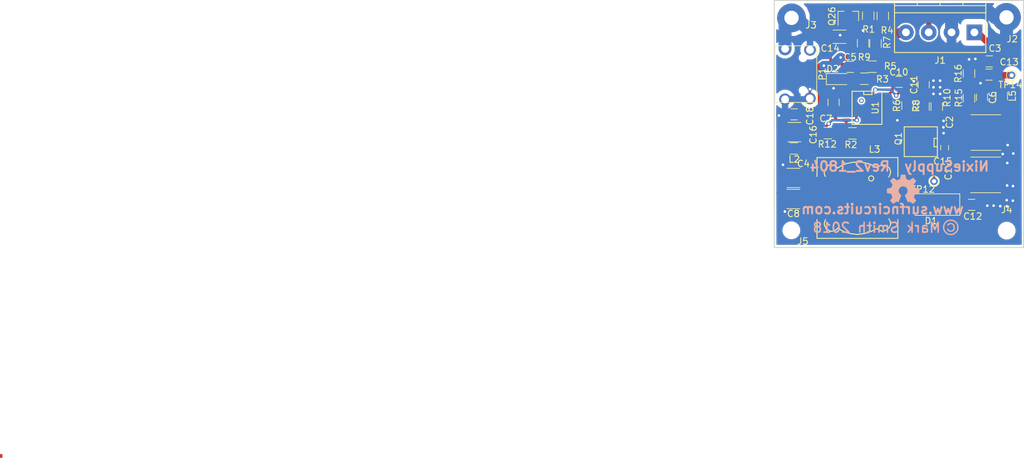
<source format=kicad_pcb>
(kicad_pcb (version 4) (host pcbnew 4.0.7-e2-6376~60~ubuntu17.10.1)

  (general
    (links 84)
    (no_connects 0)
    (area 135.992799 73.127799 174.369801 111.187301)
    (thickness 1.6)
    (drawings 13)
    (tracks 383)
    (zones 0)
    (modules 47)
    (nets 23)
  )

  (page A4)
  (layers
    (0 F.Cu signal)
    (31 B.Cu signal)
    (34 B.Paste user)
    (35 F.Paste user)
    (36 B.SilkS user)
    (37 F.SilkS user)
    (38 B.Mask user hide)
    (39 F.Mask user)
    (41 Cmts.User user hide)
    (44 Edge.Cuts user)
    (45 Margin user hide)
    (46 B.CrtYd user hide)
    (47 F.CrtYd user hide)
    (48 B.Fab user hide)
    (49 F.Fab user hide)
  )

  (setup
    (last_trace_width 0.381)
    (user_trace_width 0.2)
    (user_trace_width 0.4)
    (user_trace_width 0.6)
    (user_trace_width 0.8)
    (user_trace_width 1)
    (user_trace_width 1.5)
    (user_trace_width 2)
    (trace_clearance 0.254)
    (zone_clearance 0.2)
    (zone_45_only no)
    (trace_min 0.1524)
    (segment_width 0.2)
    (edge_width 0.15)
    (via_size 0.6858)
    (via_drill 0.4)
    (via_min_size 0.6858)
    (via_min_drill 0.3302)
    (uvia_size 0.6858)
    (uvia_drill 0.3302)
    (uvias_allowed no)
    (uvia_min_size 0)
    (uvia_min_drill 0)
    (pcb_text_width 0.3)
    (pcb_text_size 1.5 1.5)
    (mod_edge_width 0.15)
    (mod_text_size 1 1)
    (mod_text_width 0.15)
    (pad_size 1.143 1.143)
    (pad_drill 0.635)
    (pad_to_mask_clearance 0.0508)
    (aux_axis_origin 136.0932 73.1774)
    (grid_origin 78.486 67.564)
    (visible_elements 7FFECE2B)
    (pcbplotparams
      (layerselection 0x010f0_80000001)
      (usegerberextensions true)
      (excludeedgelayer true)
      (linewidth 0.100000)
      (plotframeref false)
      (viasonmask false)
      (mode 1)
      (useauxorigin false)
      (hpglpennumber 1)
      (hpglpenspeed 20)
      (hpglpendiameter 15)
      (hpglpenoverlay 2)
      (psnegative false)
      (psa4output false)
      (plotreference true)
      (plotvalue true)
      (plotinvisibletext false)
      (padsonsilk false)
      (subtractmaskfromsilk false)
      (outputformat 1)
      (mirror false)
      (drillshape 0)
      (scaleselection 1)
      (outputdirectory Gerber/))
  )

  (net 0 "")
  (net 1 GND)
  (net 2 "Net-(C5-Pad1)")
  (net 3 "Net-(C5-Pad2)")
  (net 4 "Net-(C7-Pad1)")
  (net 5 "Net-(C11-Pad1)")
  (net 6 "Net-(C15-Pad1)")
  (net 7 +160V)
  (net 8 "Net-(R6-Pad2)")
  (net 9 "Net-(Q1-Pad4)")
  (net 10 "Net-(Q1-Pad1)")
  (net 11 5v_Power)
  (net 12 "Net-(P1-Pad2)")
  (net 13 "Net-(P1-Pad4)")
  (net 14 "Net-(C1-Pad1)")
  (net 15 "Net-(C6-Pad2)")
  (net 16 "Net-(C14-Pad1)")
  (net 17 N_ENABLE)
  (net 18 "Net-(C4-Pad1)")
  (net 19 "Net-(J4-Pad1)")
  (net 20 "Net-(J5-Pad1)")
  (net 21 "Net-(C10-Pad1)")
  (net 22 "Net-(Q26-Pad1)")

  (net_class Default "This is the default net class."
    (clearance 0.254)
    (trace_width 0.381)
    (via_dia 0.6858)
    (via_drill 0.4)
    (uvia_dia 0.6858)
    (uvia_drill 0.3302)
    (add_net GND)
    (add_net N_ENABLE)
    (add_net "Net-(C10-Pad1)")
    (add_net "Net-(C11-Pad1)")
    (add_net "Net-(C14-Pad1)")
    (add_net "Net-(C15-Pad1)")
    (add_net "Net-(C5-Pad1)")
    (add_net "Net-(C5-Pad2)")
    (add_net "Net-(C6-Pad2)")
    (add_net "Net-(C7-Pad1)")
    (add_net "Net-(J4-Pad1)")
    (add_net "Net-(J5-Pad1)")
    (add_net "Net-(Q26-Pad1)")
    (add_net "Net-(R6-Pad2)")
  )

  (net_class "High Voltage" ""
    (clearance 0.8382)
    (trace_width 0.381)
    (via_dia 0.6858)
    (via_drill 0.4)
    (uvia_dia 0.6858)
    (uvia_drill 0.3302)
  )

  (net_class "Low Power Low Voltage" ""
    (clearance 0.1)
    (trace_width 0.381)
    (via_dia 685.8)
    (via_drill 0.4)
    (uvia_dia 0.6858)
    (uvia_drill 0.3302)
    (add_net "Net-(P1-Pad2)")
    (add_net "Net-(P1-Pad4)")
  )

  (net_class "Power High Voltage 2A  250V" ""
    (clearance 0.8382)
    (trace_width 1)
    (via_dia 0.6858)
    (via_drill 0.4)
    (uvia_dia 0.6858)
    (uvia_drill 0.3302)
    (add_net +160V)
    (add_net "Net-(C1-Pad1)")
  )

  (net_class "Power Low Voltage 2A 50v" ""
    (clearance 0.254)
    (trace_width 1)
    (via_dia 0.6858)
    (via_drill 0.4)
    (uvia_dia 0.6858)
    (uvia_drill 0.3302)
    (add_net 5v_Power)
    (add_net "Net-(C4-Pad1)")
    (add_net "Net-(Q1-Pad1)")
    (add_net "Net-(Q1-Pad4)")
  )

  (module OSHW_logo_silkscreen-front_5mm (layer B.Cu) (tedit 0) (tstamp 5A83BF7E)
    (at 155.829 102.1715 180)
    (fp_text reference G*** (at 0 -2.65176 180) (layer B.SilkS) hide
      (effects (font (size 0.22606 0.22606) (thickness 0.04318)) (justify mirror))
    )
    (fp_text value OSHW_logo_silkscreen-front_5mm (at 0 2.65176 180) (layer B.SilkS) hide
      (effects (font (size 0.22606 0.22606) (thickness 0.04318)) (justify mirror))
    )
    (fp_poly (pts (xy -1.51384 -2.24536) (xy -1.48844 -2.23012) (xy -1.43002 -2.19456) (xy -1.3462 -2.13868)
      (xy -1.24714 -2.07264) (xy -1.14808 -2.0066) (xy -1.0668 -1.95326) (xy -1.01092 -1.91516)
      (xy -0.98552 -1.90246) (xy -0.97282 -1.90754) (xy -0.9271 -1.9304) (xy -0.85852 -1.96596)
      (xy -0.81788 -1.98628) (xy -0.75692 -2.01168) (xy -0.7239 -2.0193) (xy -0.71882 -2.00914)
      (xy -0.69596 -1.96088) (xy -0.6604 -1.8796) (xy -0.61468 -1.77038) (xy -0.5588 -1.64338)
      (xy -0.50292 -1.50876) (xy -0.4445 -1.36906) (xy -0.38862 -1.23444) (xy -0.34036 -1.11506)
      (xy -0.29972 -1.01854) (xy -0.27432 -0.94996) (xy -0.26416 -0.92202) (xy -0.2667 -0.9144)
      (xy -0.29972 -0.88392) (xy -0.35306 -0.84328) (xy -0.47244 -0.74676) (xy -0.58928 -0.60198)
      (xy -0.6604 -0.43688) (xy -0.68326 -0.25146) (xy -0.66294 -0.08128) (xy -0.5969 0.08128)
      (xy -0.4826 0.2286) (xy -0.3429 0.33782) (xy -0.18034 0.4064) (xy 0 0.42926)
      (xy 0.17272 0.40894) (xy 0.34036 0.3429) (xy 0.48768 0.23114) (xy 0.55118 0.16002)
      (xy 0.63754 0.01016) (xy 0.6858 -0.14732) (xy 0.69088 -0.18796) (xy 0.68326 -0.36322)
      (xy 0.63246 -0.5334) (xy 0.53848 -0.68326) (xy 0.40894 -0.80772) (xy 0.3937 -0.81788)
      (xy 0.33528 -0.8636) (xy 0.29464 -0.89408) (xy 0.26416 -0.91948) (xy 0.48768 -1.45796)
      (xy 0.52324 -1.54178) (xy 0.5842 -1.6891) (xy 0.63754 -1.8161) (xy 0.68072 -1.9177)
      (xy 0.7112 -1.98374) (xy 0.7239 -2.01168) (xy 0.7239 -2.01422) (xy 0.74422 -2.01676)
      (xy 0.78486 -2.00152) (xy 0.86106 -1.96596) (xy 0.90932 -1.94056) (xy 0.96774 -1.91262)
      (xy 0.99314 -1.90246) (xy 1.016 -1.91516) (xy 1.06934 -1.95072) (xy 1.15062 -2.00406)
      (xy 1.24714 -2.06756) (xy 1.33858 -2.13106) (xy 1.4224 -2.18694) (xy 1.48336 -2.22504)
      (xy 1.51384 -2.24282) (xy 1.51892 -2.24282) (xy 1.54432 -2.22758) (xy 1.59258 -2.18694)
      (xy 1.66624 -2.11836) (xy 1.77038 -2.01422) (xy 1.78562 -1.99898) (xy 1.87198 -1.91262)
      (xy 1.94056 -1.83896) (xy 1.98628 -1.78816) (xy 2.00406 -1.7653) (xy 2.00406 -1.7653)
      (xy 1.98882 -1.73482) (xy 1.95072 -1.67386) (xy 1.89484 -1.5875) (xy 1.82626 -1.48844)
      (xy 1.64846 -1.22936) (xy 1.74498 -0.98552) (xy 1.77546 -0.90932) (xy 1.81356 -0.82042)
      (xy 1.8415 -0.75438) (xy 1.85674 -0.72644) (xy 1.88214 -0.71628) (xy 1.95072 -0.70104)
      (xy 2.04724 -0.68072) (xy 2.16154 -0.6604) (xy 2.2733 -0.64008) (xy 2.37236 -0.61976)
      (xy 2.44348 -0.60706) (xy 2.4765 -0.59944) (xy 2.48412 -0.59436) (xy 2.49174 -0.57912)
      (xy 2.49428 -0.5461) (xy 2.49682 -0.48514) (xy 2.49936 -0.39116) (xy 2.49936 -0.25146)
      (xy 2.49936 -0.23622) (xy 2.49682 -0.10668) (xy 2.49428 0) (xy 2.49174 0.06604)
      (xy 2.48666 0.09398) (xy 2.48666 0.09398) (xy 2.45618 0.1016) (xy 2.38506 0.11684)
      (xy 2.286 0.13462) (xy 2.16662 0.15748) (xy 2.159 0.16002) (xy 2.04216 0.18288)
      (xy 1.9431 0.2032) (xy 1.87198 0.21844) (xy 1.84404 0.2286) (xy 1.83642 0.23622)
      (xy 1.81356 0.28194) (xy 1.78054 0.3556) (xy 1.7399 0.4445) (xy 1.7018 0.53848)
      (xy 1.66878 0.6223) (xy 1.64592 0.68326) (xy 1.6383 0.7112) (xy 1.64084 0.71374)
      (xy 1.65862 0.74168) (xy 1.69926 0.80264) (xy 1.75514 0.88646) (xy 1.82372 0.98806)
      (xy 1.8288 0.99568) (xy 1.89738 1.09474) (xy 1.95326 1.1811) (xy 1.98882 1.23952)
      (xy 2.00406 1.26746) (xy 2.00406 1.27) (xy 1.9812 1.30048) (xy 1.9304 1.35636)
      (xy 1.85674 1.43256) (xy 1.77038 1.52146) (xy 1.74244 1.54686) (xy 1.64338 1.64338)
      (xy 1.57734 1.70434) (xy 1.53416 1.73736) (xy 1.51384 1.74498) (xy 1.51384 1.74498)
      (xy 1.48336 1.7272) (xy 1.41986 1.68656) (xy 1.33604 1.62814) (xy 1.23444 1.55956)
      (xy 1.22682 1.55448) (xy 1.12776 1.4859) (xy 1.04394 1.43002) (xy 0.98552 1.38938)
      (xy 0.95758 1.37414) (xy 0.95504 1.37414) (xy 0.9144 1.38684) (xy 0.84328 1.41224)
      (xy 0.75438 1.44526) (xy 0.66294 1.48336) (xy 0.57912 1.51892) (xy 0.51562 1.54686)
      (xy 0.48514 1.56464) (xy 0.48514 1.56464) (xy 0.47498 1.6002) (xy 0.4572 1.6764)
      (xy 0.43688 1.778) (xy 0.41148 1.89992) (xy 0.40894 1.92024) (xy 0.38608 2.03962)
      (xy 0.3683 2.13868) (xy 0.35306 2.20726) (xy 0.34544 2.2352) (xy 0.3302 2.23774)
      (xy 0.27178 2.24282) (xy 0.18288 2.24536) (xy 0.07366 2.24536) (xy -0.0381 2.24536)
      (xy -0.14732 2.24282) (xy -0.2413 2.24028) (xy -0.30988 2.2352) (xy -0.33782 2.23012)
      (xy -0.33782 2.22758) (xy -0.34798 2.18948) (xy -0.36576 2.11582) (xy -0.38608 2.01168)
      (xy -0.40894 1.88976) (xy -0.41402 1.8669) (xy -0.43688 1.75006) (xy -0.4572 1.651)
      (xy -0.4699 1.58496) (xy -0.47752 1.55702) (xy -0.49022 1.55194) (xy -0.53848 1.53162)
      (xy -0.61722 1.4986) (xy -0.71628 1.45796) (xy -0.94488 1.36652) (xy -1.22682 1.55702)
      (xy -1.25222 1.5748) (xy -1.35382 1.64338) (xy -1.4351 1.69926) (xy -1.49352 1.73736)
      (xy -1.51638 1.75006) (xy -1.51892 1.75006) (xy -1.54686 1.72466) (xy -1.60274 1.67132)
      (xy -1.67894 1.59766) (xy -1.76784 1.5113) (xy -1.83134 1.44526) (xy -1.91008 1.36652)
      (xy -1.95834 1.31318) (xy -1.98628 1.28016) (xy -1.9939 1.25984) (xy -1.99136 1.2446)
      (xy -1.97358 1.21666) (xy -1.93294 1.1557) (xy -1.87452 1.06934) (xy -1.80594 0.97028)
      (xy -1.75006 0.88646) (xy -1.6891 0.79248) (xy -1.651 0.72644) (xy -1.63576 0.69342)
      (xy -1.64084 0.68072) (xy -1.65862 0.62484) (xy -1.69418 0.54102) (xy -1.73482 0.44196)
      (xy -1.83388 0.22098) (xy -1.97866 0.19304) (xy -2.06756 0.17526) (xy -2.18948 0.1524)
      (xy -2.30886 0.12954) (xy -2.49174 0.09398) (xy -2.49936 -0.58166) (xy -2.47142 -0.59436)
      (xy -2.44348 -0.60198) (xy -2.3749 -0.61722) (xy -2.27838 -0.63754) (xy -2.16154 -0.65786)
      (xy -2.06502 -0.67564) (xy -1.96596 -0.69596) (xy -1.89484 -0.70866) (xy -1.86436 -0.71628)
      (xy -1.8542 -0.72644) (xy -1.83134 -0.7747) (xy -1.79578 -0.8509) (xy -1.75514 -0.94234)
      (xy -1.71704 -1.03632) (xy -1.68148 -1.12522) (xy -1.65862 -1.19126) (xy -1.64846 -1.22428)
      (xy -1.66116 -1.25222) (xy -1.69926 -1.31064) (xy -1.7526 -1.39192) (xy -1.82118 -1.49098)
      (xy -1.88722 -1.5875) (xy -1.94564 -1.67132) (xy -1.98374 -1.73228) (xy -2.00152 -1.76022)
      (xy -1.99136 -1.778) (xy -1.95326 -1.82626) (xy -1.8796 -1.90246) (xy -1.76784 -2.01168)
      (xy -1.75006 -2.02946) (xy -1.6637 -2.11328) (xy -1.59004 -2.18186) (xy -1.5367 -2.22758)
      (xy -1.51384 -2.24536)) (layer B.SilkS) (width 0.00254))
  )

  (module LOGO (layer B.Cu) (tedit 0) (tstamp 5A83BF1C)
    (at 162.6235 108.458 180)
    (fp_text reference G*** (at 0 0 180) (layer B.SilkS) hide
      (effects (font (thickness 0.3)) (justify mirror))
    )
    (fp_text value LOGO (at 0.75 0 180) (layer B.SilkS) hide
      (effects (font (thickness 0.3)) (justify mirror))
    )
    (fp_poly (pts (xy -0.453583 1.621917) (xy -0.380366 1.61942) (xy -0.313919 1.614622) (xy -0.25817 1.607499)
      (xy -0.238714 1.603771) (xy -0.2061 1.594901) (xy -0.162646 1.580607) (xy -0.112895 1.56254)
      (xy -0.061391 1.542349) (xy -0.0127 1.521694) (xy 0.022195 1.505186) (xy 0.062581 1.484511)
      (xy 0.104819 1.461714) (xy 0.145267 1.438838) (xy 0.180285 1.417927) (xy 0.206231 1.401025)
      (xy 0.216884 1.39282) (xy 0.228125 1.383038) (xy 0.247652 1.366347) (xy 0.266423 1.350433)
      (xy 0.357089 1.263808) (xy 0.44018 1.164304) (xy 0.513218 1.055189) (xy 0.567456 0.953288)
      (xy 0.614884 0.842453) (xy 0.649419 0.73778) (xy 0.67197 0.635623) (xy 0.683447 0.532336)
      (xy 0.685289 0.481452) (xy 0.686185 0.440904) (xy 0.687583 0.406049) (xy 0.689289 0.380673)
      (xy 0.691054 0.368693) (xy 0.690989 0.355923) (xy 0.688428 0.35299) (xy 0.684564 0.342703)
      (xy 0.682603 0.321403) (xy 0.682593 0.307684) (xy 0.681682 0.281428) (xy 0.678052 0.26167)
      (xy 0.67558 0.256487) (xy 0.670663 0.243536) (xy 0.671726 0.23929) (xy 0.672788 0.225759)
      (xy 0.668961 0.199534) (xy 0.661037 0.163873) (xy 0.649804 0.122036) (xy 0.636053 0.077282)
      (xy 0.623909 0.041953) (xy 0.584016 -0.055802) (xy 0.535026 -0.155865) (xy 0.481065 -0.249962)
      (xy 0.468564 -0.269614) (xy 0.42722 -0.325838) (xy 0.374803 -0.385758) (xy 0.315348 -0.445418)
      (xy 0.252886 -0.500863) (xy 0.191453 -0.548136) (xy 0.169464 -0.562974) (xy 0.111619 -0.597629)
      (xy 0.045214 -0.633059) (xy -0.024242 -0.66661) (xy -0.09124 -0.695626) (xy -0.150269 -0.717451)
      (xy -0.1524 -0.718141) (xy -0.258446 -0.745439) (xy -0.373291 -0.762801) (xy -0.491787 -0.769896)
      (xy -0.608784 -0.766388) (xy -0.707372 -0.754097) (xy -0.797612 -0.733292) (xy -0.896563 -0.701473)
      (xy -1.001068 -0.659703) (xy -1.042699 -0.640923) (xy -1.132965 -0.594108) (xy -1.212587 -0.541873)
      (xy -1.286933 -0.480915) (xy -1.312526 -0.45784) (xy -1.333513 -0.438928) (xy -1.34656 -0.427182)
      (xy -1.348776 -0.425193) (xy -1.390815 -0.382505) (xy -1.43596 -0.327852) (xy -1.48146 -0.265158)
      (xy -1.524564 -0.198344) (xy -1.562521 -0.131335) (xy -1.581086 -0.093941) (xy -1.605202 -0.04092)
      (xy -1.623811 0.004184) (xy -1.638626 0.04664) (xy -1.651363 0.091716) (xy -1.663736 0.144679)
      (xy -1.672835 0.187982) (xy -1.682649 0.239107) (xy -1.689281 0.283117) (xy -1.693299 0.32604)
      (xy -1.694996 0.367285) (xy -1.497384 0.367285) (xy -1.495649 0.331962) (xy -1.491615 0.297223)
      (xy -1.484889 0.257632) (xy -1.478419 0.224366) (xy -1.467558 0.171378) (xy -1.458138 0.130485)
      (xy -1.448632 0.097111) (xy -1.437512 0.066679) (xy -1.42325 0.034613) (xy -1.40432 -0.003663)
      (xy -1.398495 -0.015099) (xy -1.357726 -0.090351) (xy -1.317616 -0.153962) (xy -1.274736 -0.210721)
      (xy -1.225656 -0.265421) (xy -1.2028 -0.288508) (xy -1.106213 -0.371967) (xy -0.999048 -0.442548)
      (xy -0.88233 -0.499713) (xy -0.757079 -0.54292) (xy -0.690033 -0.559453) (xy -0.625993 -0.569284)
      (xy -0.551799 -0.574307) (xy -0.473531 -0.574527) (xy -0.397269 -0.569949) (xy -0.329094 -0.560579)
      (xy -0.321733 -0.55913) (xy -0.272181 -0.548416) (xy -0.228979 -0.5374) (xy -0.189018 -0.524795)
      (xy -0.149183 -0.509315) (xy -0.106365 -0.489675) (xy -0.057451 -0.464588) (xy 0.00067 -0.432767)
      (xy 0.046567 -0.406895) (xy 0.115866 -0.359679) (xy 0.184334 -0.298188) (xy 0.250012 -0.225044)
      (xy 0.310937 -0.142869) (xy 0.36515 -0.054282) (xy 0.41069 0.038094) (xy 0.442787 0.122766)
      (xy 0.463249 0.191522) (xy 0.477155 0.252918) (xy 0.485303 0.312896) (xy 0.488494 0.3774)
      (xy 0.487524 0.452374) (xy 0.487434 0.454996) (xy 0.485191 0.503981) (xy 0.482087 0.55102)
      (xy 0.478485 0.591578) (xy 0.47475 0.621123) (xy 0.473637 0.627259) (xy 0.44837 0.721313)
      (xy 0.411335 0.818401) (xy 0.364711 0.914416) (xy 0.310677 1.005254) (xy 0.251412 1.086807)
      (xy 0.198381 1.145931) (xy 0.138882 1.198374) (xy 0.067392 1.250523) (xy -0.011486 1.299692)
      (xy -0.093149 1.343196) (xy -0.172993 1.37835) (xy -0.237066 1.399959) (xy -0.294841 1.412645)
      (xy -0.363353 1.422285) (xy -0.437421 1.428592) (xy -0.511864 1.431282) (xy -0.581501 1.430068)
      (xy -0.641153 1.424665) (xy -0.652495 1.422873) (xy -0.684986 1.417536) (xy -0.715845 1.412961)
      (xy -0.728133 1.411361) (xy -0.766966 1.403028) (xy -0.816409 1.38673) (xy -0.873041 1.363979)
      (xy -0.933443 1.336291) (xy -0.994192 1.305178) (xy -1.051868 1.272155) (xy -1.074026 1.258291)
      (xy -1.158508 1.194557) (xy -1.237198 1.116838) (xy -1.308447 1.027567) (xy -1.370608 0.929178)
      (xy -1.422032 0.824103) (xy -1.461072 0.714775) (xy -1.473216 0.668866) (xy -1.479747 0.640542)
      (xy -1.484525 0.616656) (xy -1.487971 0.593298) (xy -1.490504 0.566559) (xy -1.492546 0.532527)
      (xy -1.494518 0.487293) (xy -1.495525 0.461433) (xy -1.497211 0.408629) (xy -1.497384 0.367285)
      (xy -1.694996 0.367285) (xy -1.695269 0.373902) (xy -1.695758 0.4318) (xy -1.694022 0.515321)
      (xy -1.688995 0.583958) (xy -1.682009 0.630766) (xy -1.675052 0.665768) (xy -1.669025 0.696937)
      (xy -1.665049 0.718462) (xy -1.664608 0.72104) (xy -1.658013 0.74559) (xy -1.651397 0.761257)
      (xy -1.645616 0.774723) (xy -1.645964 0.778933) (xy -1.646153 0.78611) (xy -1.64091 0.805284)
      (xy -1.631538 0.832915) (xy -1.619343 0.865465) (xy -1.60563 0.899394) (xy -1.591704 0.931164)
      (xy -1.583515 0.948266) (xy -1.514319 1.072034) (xy -1.437205 1.181912) (xy -1.350521 1.279744)
      (xy -1.252616 1.36737) (xy -1.14184 1.446632) (xy -1.130099 1.454101) (xy -1.080142 1.482521)
      (xy -1.019196 1.512523) (xy -0.952582 1.541857) (xy -0.885623 1.56827) (xy -0.82364 1.58951)
      (xy -0.783759 1.600657) (xy -0.735603 1.609333) (xy -0.674579 1.61582) (xy -0.604617 1.620094)
      (xy -0.529642 1.622134) (xy -0.453583 1.621917)) (layer B.SilkS) (width 0.01))
    (fp_poly (pts (xy -0.393135 1.096204) (xy -0.344612 1.089127) (xy -0.25554 1.062298) (xy -0.173831 1.020737)
      (xy -0.100978 0.965593) (xy -0.038473 0.898019) (xy 0.012191 0.819163) (xy 0.016509 0.81078)
      (xy 0.031998 0.779111) (xy 0.043567 0.753602) (xy 0.04974 0.737624) (xy 0.050192 0.733966)
      (xy 0.040549 0.730423) (xy 0.018826 0.723933) (xy -0.010633 0.71567) (xy -0.043485 0.706807)
      (xy -0.075384 0.698517) (xy -0.101988 0.691972) (xy -0.118533 0.688416) (xy -0.131601 0.68838)
      (xy -0.142564 0.695643) (xy -0.15491 0.713369) (xy -0.164104 0.729736) (xy -0.208488 0.795089)
      (xy -0.263292 0.847186) (xy -0.328037 0.88573) (xy -0.402242 0.910423) (xy -0.471656 0.920252)
      (xy -0.535697 0.920473) (xy -0.595726 0.913148) (xy -0.647696 0.899049) (xy -0.687107 0.879262)
      (xy -0.704026 0.868433) (xy -0.714285 0.863615) (xy -0.714526 0.8636) (xy -0.727324 0.857482)
      (xy -0.747486 0.841268) (xy -0.771907 0.81817) (xy -0.797477 0.791399) (xy -0.821091 0.764165)
      (xy -0.83964 0.73968) (xy -0.848106 0.725573) (xy -0.870014 0.678323) (xy -0.882812 0.644378)
      (xy -0.886136 0.630766) (xy -0.889719 0.612746) (xy -0.895653 0.586091) (xy -0.899079 0.5715)
      (xy -0.904803 0.535116) (xy -0.908212 0.486869) (xy -0.909362 0.431665) (xy -0.90831 0.374407)
      (xy -0.905113 0.319998) (xy -0.899827 0.273344) (xy -0.895362 0.249766) (xy -0.881535 0.196084)
      (xy -0.867921 0.154538) (xy -0.852637 0.120463) (xy -0.8338 0.089193) (xy -0.826091 0.078148)
      (xy -0.775802 0.022042) (xy -0.715349 -0.020612) (xy -0.645036 -0.049675) (xy -0.565165 -0.065007)
      (xy -0.51093 -0.067555) (xy -0.427511 -0.059765) (xy -0.351041 -0.037326) (xy -0.282804 -0.001014)
      (xy -0.224083 0.048391) (xy -0.176159 0.110113) (xy -0.155397 0.147927) (xy -0.141807 0.177505)
      (xy -0.131761 0.201899) (xy -0.127118 0.216541) (xy -0.127 0.217777) (xy -0.122654 0.225842)
      (xy -0.108233 0.227806) (xy -0.081665 0.223635) (xy -0.052916 0.216565) (xy -0.028477 0.210563)
      (xy -0.012332 0.207562) (xy -0.008466 0.207767) (xy -0.001569 0.206768) (xy 0.015705 0.200615)
      (xy 0.023284 0.197536) (xy 0.043599 0.189464) (xy 0.05584 0.185389) (xy 0.05715 0.185268)
      (xy 0.06627 0.185455) (xy 0.067902 0.173098) (xy 0.062086 0.147032) (xy 0.058796 0.136049)
      (xy 0.048065 0.105571) (xy 0.034348 0.072137) (xy 0.019432 0.039457) (xy 0.005103 0.011242)
      (xy -0.006851 -0.008801) (xy -0.014643 -0.016961) (xy -0.014938 -0.016992) (xy -0.022984 -0.023442)
      (xy -0.036047 -0.039656) (xy -0.042333 -0.048659) (xy -0.062089 -0.074283) (xy -0.084123 -0.097596)
      (xy -0.088523 -0.101518) (xy -0.111432 -0.121382) (xy -0.132874 -0.140587) (xy -0.133917 -0.141546)
      (xy -0.153285 -0.156486) (xy -0.170277 -0.1654) (xy -0.183443 -0.172687) (xy -0.186266 -0.177631)
      (xy -0.193831 -0.184415) (xy -0.214163 -0.19442) (xy -0.243716 -0.20632) (xy -0.278945 -0.218792)
      (xy -0.316306 -0.230509) (xy -0.352254 -0.240146) (xy -0.3556 -0.240936) (xy -0.387983 -0.246103)
      (xy -0.431884 -0.249937) (xy -0.481927 -0.252285) (xy -0.532737 -0.252991) (xy -0.57894 -0.251904)
      (xy -0.615161 -0.248869) (xy -0.618066 -0.248446) (xy -0.660729 -0.239587) (xy -0.709191 -0.225941)
      (xy -0.757362 -0.209526) (xy -0.799151 -0.192365) (xy -0.821266 -0.181035) (xy -0.898033 -0.126985)
      (xy -0.968057 -0.059653) (xy -1.005158 -0.01445) (xy -1.025182 0.013044) (xy -1.04057 0.035562)
      (xy -1.048979 0.049612) (xy -1.049866 0.052153) (xy -1.053317 0.062772) (xy -1.062342 0.083869)
      (xy -1.074316 0.10947) (xy -1.086284 0.135438) (xy -1.094 0.154672) (xy -1.095795 0.162916)
      (xy -1.096263 0.171986) (xy -1.100566 0.192332) (xy -1.10572 0.21206) (xy -1.113358 0.25039)
      (xy -1.119085 0.301136) (xy -1.122802 0.359876) (xy -1.124411 0.422189) (xy -1.123813 0.483655)
      (xy -1.120909 0.539852) (xy -1.115601 0.58636) (xy -1.114246 0.594093) (xy -1.106231 0.632017)
      (xy -1.097256 0.667578) (xy -1.088952 0.694465) (xy -1.087018 0.699463) (xy -1.077616 0.724031)
      (xy -1.071279 0.744305) (xy -1.070587 0.747382) (xy -1.060943 0.77421) (xy -1.041999 0.809196)
      (xy -1.016344 0.84844) (xy -0.986566 0.888044) (xy -0.955256 0.924106) (xy -0.94884 0.930751)
      (xy -0.884576 0.98558) (xy -0.808591 1.031148) (xy -0.719249 1.068402) (xy -0.6985 1.075302)
      (xy -0.649499 1.086902) (xy -0.589175 1.094999) (xy -0.522816 1.099386) (xy -0.455707 1.099856)
      (xy -0.393135 1.096204)) (layer B.SilkS) (width 0.01))
  )

  (module Resistors_SMD:R_0805 (layer F.Cu) (tedit 58AADA8F) (tstamp 5885A477)
    (at 165.9255 84.4042 90)
    (descr "Resistor SMD 0805, reflow soldering, Vishay (see dcrcw.pdf)")
    (tags "resistor 0805")
    (path /58855328)
    (attr smd)
    (fp_text reference R16 (at 0 -1.65 90) (layer F.SilkS)
      (effects (font (size 1 1) (thickness 0.15)))
    )
    (fp_text value 7.68k (at 0 1.75 90) (layer F.Fab)
      (effects (font (size 1 1) (thickness 0.15)))
    )
    (fp_text user %R (at 0 -1.65 90) (layer F.Fab)
      (effects (font (size 1 1) (thickness 0.15)))
    )
    (fp_line (start -1 0.62) (end -1 -0.62) (layer F.Fab) (width 0.1))
    (fp_line (start 1 0.62) (end -1 0.62) (layer F.Fab) (width 0.1))
    (fp_line (start 1 -0.62) (end 1 0.62) (layer F.Fab) (width 0.1))
    (fp_line (start -1 -0.62) (end 1 -0.62) (layer F.Fab) (width 0.1))
    (fp_line (start 0.6 0.88) (end -0.6 0.88) (layer F.SilkS) (width 0.12))
    (fp_line (start -0.6 -0.88) (end 0.6 -0.88) (layer F.SilkS) (width 0.12))
    (fp_line (start -1.55 -0.9) (end 1.55 -0.9) (layer F.CrtYd) (width 0.05))
    (fp_line (start -1.55 -0.9) (end -1.55 0.9) (layer F.CrtYd) (width 0.05))
    (fp_line (start 1.55 0.9) (end 1.55 -0.9) (layer F.CrtYd) (width 0.05))
    (fp_line (start 1.55 0.9) (end -1.55 0.9) (layer F.CrtYd) (width 0.05))
    (pad 1 smd rect (at -0.95 0 90) (size 0.7 1.3) (layers F.Cu F.Paste F.Mask)
      (net 15 "Net-(C6-Pad2)"))
    (pad 2 smd rect (at 0.95 0 90) (size 0.7 1.3) (layers F.Cu F.Paste F.Mask)
      (net 1 GND))
    (model Resistors_SMD.3dshapes/R_0805.wrl
      (at (xyz 0 0 0))
      (scale (xyz 1 1 1))
      (rotate (xyz 0 0 0))
    )
  )

  (module Resistors_SMD:R_0805 (layer F.Cu) (tedit 5A47104D) (tstamp 5885A471)
    (at 165.9255 88.2142 90)
    (descr "Resistor SMD 0805, reflow soldering, Vishay (see dcrcw.pdf)")
    (tags "resistor 0805")
    (path /588552CB)
    (attr smd)
    (fp_text reference R15 (at 0.0635 -1.5748 90) (layer F.SilkS)
      (effects (font (size 1 1) (thickness 0.15)))
    )
    (fp_text value 634k (at 0 1.75 90) (layer F.Fab)
      (effects (font (size 1 1) (thickness 0.15)))
    )
    (fp_text user %R (at 0 -1.65 90) (layer F.Fab)
      (effects (font (size 1 1) (thickness 0.15)))
    )
    (fp_line (start -1 0.62) (end -1 -0.62) (layer F.Fab) (width 0.1))
    (fp_line (start 1 0.62) (end -1 0.62) (layer F.Fab) (width 0.1))
    (fp_line (start 1 -0.62) (end 1 0.62) (layer F.Fab) (width 0.1))
    (fp_line (start -1 -0.62) (end 1 -0.62) (layer F.Fab) (width 0.1))
    (fp_line (start 0.6 0.88) (end -0.6 0.88) (layer F.SilkS) (width 0.12))
    (fp_line (start -0.6 -0.88) (end 0.6 -0.88) (layer F.SilkS) (width 0.12))
    (fp_line (start -1.55 -0.9) (end 1.55 -0.9) (layer F.CrtYd) (width 0.05))
    (fp_line (start -1.55 -0.9) (end -1.55 0.9) (layer F.CrtYd) (width 0.05))
    (fp_line (start 1.55 0.9) (end 1.55 -0.9) (layer F.CrtYd) (width 0.05))
    (fp_line (start 1.55 0.9) (end -1.55 0.9) (layer F.CrtYd) (width 0.05))
    (pad 1 smd rect (at -0.95 0 90) (size 0.7 1.3) (layers F.Cu F.Paste F.Mask)
      (net 14 "Net-(C1-Pad1)"))
    (pad 2 smd rect (at 0.95 0 90) (size 0.7 1.3) (layers F.Cu F.Paste F.Mask)
      (net 15 "Net-(C6-Pad2)"))
    (model Resistors_SMD.3dshapes/R_0805.wrl
      (at (xyz 0 0 0))
      (scale (xyz 1 1 1))
      (rotate (xyz 0 0 0))
    )
  )

  (module Resistors_SMD:R_0805 (layer F.Cu) (tedit 5A6ECACF) (tstamp 5885A453)
    (at 160.9852 89.4842 90)
    (descr "Resistor SMD 0805, reflow soldering, Vishay (see dcrcw.pdf)")
    (tags "resistor 0805")
    (path /5884DD2F)
    (attr smd)
    (fp_text reference R10 (at 1.3589 1.5748 90) (layer F.SilkS)
      (effects (font (size 1 1) (thickness 0.15)))
    )
    (fp_text value "0.1 1/2W" (at 0 1.75 90) (layer F.Fab)
      (effects (font (size 1 1) (thickness 0.15)))
    )
    (fp_text user %R (at 1.524 1.6256 90) (layer F.Fab)
      (effects (font (size 1 1) (thickness 0.15)))
    )
    (fp_line (start -1 0.62) (end -1 -0.62) (layer F.Fab) (width 0.1))
    (fp_line (start 1 0.62) (end -1 0.62) (layer F.Fab) (width 0.1))
    (fp_line (start 1 -0.62) (end 1 0.62) (layer F.Fab) (width 0.1))
    (fp_line (start -1 -0.62) (end 1 -0.62) (layer F.Fab) (width 0.1))
    (fp_line (start 0.6 0.88) (end -0.6 0.88) (layer F.SilkS) (width 0.12))
    (fp_line (start -0.6 -0.88) (end 0.6 -0.88) (layer F.SilkS) (width 0.12))
    (fp_line (start -1.55 -0.9) (end 1.55 -0.9) (layer F.CrtYd) (width 0.05))
    (fp_line (start -1.55 -0.9) (end -1.55 0.9) (layer F.CrtYd) (width 0.05))
    (fp_line (start 1.55 0.9) (end 1.55 -0.9) (layer F.CrtYd) (width 0.05))
    (fp_line (start 1.55 0.9) (end -1.55 0.9) (layer F.CrtYd) (width 0.05))
    (pad 1 smd rect (at -0.95 0 90) (size 0.7 1.3) (layers F.Cu F.Paste F.Mask)
      (net 10 "Net-(Q1-Pad1)"))
    (pad 2 smd rect (at 0.95 0 90) (size 0.7 1.3) (layers F.Cu F.Paste F.Mask)
      (net 1 GND))
    (model Resistors_SMD.3dshapes/R_0805.wrl
      (at (xyz 0 0 0))
      (scale (xyz 1 1 1))
      (rotate (xyz 0 0 0))
    )
  )

  (module Resistors_SMD:R_0805 (layer F.Cu) (tedit 5A471089) (tstamp 5885A447)
    (at 158.9532 89.4842 90)
    (descr "Resistor SMD 0805, reflow soldering, Vishay (see dcrcw.pdf)")
    (tags "resistor 0805")
    (path /588551A6)
    (attr smd)
    (fp_text reference R8 (at 0.1143 -1.1303 90) (layer F.SilkS)
      (effects (font (size 1 1) (thickness 0.15)))
    )
    (fp_text value 1k (at 0 1.75 90) (layer F.Fab)
      (effects (font (size 1 1) (thickness 0.15)))
    )
    (fp_text user %R (at 0.1143 -1.1176 90) (layer F.Fab)
      (effects (font (size 1 1) (thickness 0.15)))
    )
    (fp_line (start -1 0.62) (end -1 -0.62) (layer F.Fab) (width 0.1))
    (fp_line (start 1 0.62) (end -1 0.62) (layer F.Fab) (width 0.1))
    (fp_line (start 1 -0.62) (end 1 0.62) (layer F.Fab) (width 0.1))
    (fp_line (start -1 -0.62) (end 1 -0.62) (layer F.Fab) (width 0.1))
    (fp_line (start 0.6 0.88) (end -0.6 0.88) (layer F.SilkS) (width 0.12))
    (fp_line (start -0.6 -0.88) (end 0.6 -0.88) (layer F.SilkS) (width 0.12))
    (fp_line (start -1.55 -0.9) (end 1.55 -0.9) (layer F.CrtYd) (width 0.05))
    (fp_line (start -1.55 -0.9) (end -1.55 0.9) (layer F.CrtYd) (width 0.05))
    (fp_line (start 1.55 0.9) (end 1.55 -0.9) (layer F.CrtYd) (width 0.05))
    (fp_line (start 1.55 0.9) (end -1.55 0.9) (layer F.CrtYd) (width 0.05))
    (pad 1 smd rect (at -0.95 0 90) (size 0.7 1.3) (layers F.Cu F.Paste F.Mask)
      (net 10 "Net-(Q1-Pad1)"))
    (pad 2 smd rect (at 0.95 0 90) (size 0.7 1.3) (layers F.Cu F.Paste F.Mask)
      (net 5 "Net-(C11-Pad1)"))
    (model Resistors_SMD.3dshapes/R_0805.wrl
      (at (xyz 0 0 0))
      (scale (xyz 1 1 1))
      (rotate (xyz 0 0 0))
    )
  )

  (module Resistors_SMD:R_0805 (layer F.Cu) (tedit 58AADA8F) (tstamp 5885A43B)
    (at 156.5021 89.3445 90)
    (descr "Resistor SMD 0805, reflow soldering, Vishay (see dcrcw.pdf)")
    (tags "resistor 0805")
    (path /5884E3A2)
    (attr smd)
    (fp_text reference R6 (at 0 -1.65 90) (layer F.SilkS)
      (effects (font (size 1 1) (thickness 0.15)))
    )
    (fp_text value "0 Ohm" (at 0 1.75 90) (layer F.Fab)
      (effects (font (size 1 1) (thickness 0.15)))
    )
    (fp_text user %R (at 0 -1.65 90) (layer F.Fab)
      (effects (font (size 1 1) (thickness 0.15)))
    )
    (fp_line (start -1 0.62) (end -1 -0.62) (layer F.Fab) (width 0.1))
    (fp_line (start 1 0.62) (end -1 0.62) (layer F.Fab) (width 0.1))
    (fp_line (start 1 -0.62) (end 1 0.62) (layer F.Fab) (width 0.1))
    (fp_line (start -1 -0.62) (end 1 -0.62) (layer F.Fab) (width 0.1))
    (fp_line (start 0.6 0.88) (end -0.6 0.88) (layer F.SilkS) (width 0.12))
    (fp_line (start -0.6 -0.88) (end 0.6 -0.88) (layer F.SilkS) (width 0.12))
    (fp_line (start -1.55 -0.9) (end 1.55 -0.9) (layer F.CrtYd) (width 0.05))
    (fp_line (start -1.55 -0.9) (end -1.55 0.9) (layer F.CrtYd) (width 0.05))
    (fp_line (start 1.55 0.9) (end 1.55 -0.9) (layer F.CrtYd) (width 0.05))
    (fp_line (start 1.55 0.9) (end -1.55 0.9) (layer F.CrtYd) (width 0.05))
    (pad 1 smd rect (at -0.95 0 90) (size 0.7 1.3) (layers F.Cu F.Paste F.Mask)
      (net 9 "Net-(Q1-Pad4)"))
    (pad 2 smd rect (at 0.95 0 90) (size 0.7 1.3) (layers F.Cu F.Paste F.Mask)
      (net 8 "Net-(R6-Pad2)"))
    (model Resistors_SMD.3dshapes/R_0805.wrl
      (at (xyz 0 0 0))
      (scale (xyz 1 1 1))
      (rotate (xyz 0 0 0))
    )
  )

  (module Resistors_SMD:R_0805 (layer F.Cu) (tedit 5A471C10) (tstamp 5885A435)
    (at 151.13 83.3628 180)
    (descr "Resistor SMD 0805, reflow soldering, Vishay (see dcrcw.pdf)")
    (tags "resistor 0805")
    (path /5885549C)
    (attr smd)
    (fp_text reference R5 (at -2.7305 0.0762 180) (layer F.SilkS)
      (effects (font (size 1 1) (thickness 0.15)))
    )
    (fp_text value "0 Ohm" (at 0 1.75 180) (layer F.Fab)
      (effects (font (size 1 1) (thickness 0.15)))
    )
    (fp_text user %R (at -2.6543 -0.0254 180) (layer F.Fab)
      (effects (font (size 1 1) (thickness 0.15)))
    )
    (fp_line (start -1 0.62) (end -1 -0.62) (layer F.Fab) (width 0.1))
    (fp_line (start 1 0.62) (end -1 0.62) (layer F.Fab) (width 0.1))
    (fp_line (start 1 -0.62) (end 1 0.62) (layer F.Fab) (width 0.1))
    (fp_line (start -1 -0.62) (end 1 -0.62) (layer F.Fab) (width 0.1))
    (fp_line (start 0.6 0.88) (end -0.6 0.88) (layer F.SilkS) (width 0.12))
    (fp_line (start -0.6 -0.88) (end 0.6 -0.88) (layer F.SilkS) (width 0.12))
    (fp_line (start -1.55 -0.9) (end 1.55 -0.9) (layer F.CrtYd) (width 0.05))
    (fp_line (start -1.55 -0.9) (end -1.55 0.9) (layer F.CrtYd) (width 0.05))
    (fp_line (start 1.55 0.9) (end 1.55 -0.9) (layer F.CrtYd) (width 0.05))
    (fp_line (start 1.55 0.9) (end -1.55 0.9) (layer F.CrtYd) (width 0.05))
    (pad 1 smd rect (at -0.95 0 180) (size 0.7 1.3) (layers F.Cu F.Paste F.Mask)
      (net 15 "Net-(C6-Pad2)"))
    (pad 2 smd rect (at 0.95 0 180) (size 0.7 1.3) (layers F.Cu F.Paste F.Mask)
      (net 3 "Net-(C5-Pad2)"))
    (model Resistors_SMD.3dshapes/R_0805.wrl
      (at (xyz 0 0 0))
      (scale (xyz 1 1 1))
      (rotate (xyz 0 0 0))
    )
  )

  (module Resistors_SMD:R_0805 (layer F.Cu) (tedit 5A471010) (tstamp 5885A429)
    (at 149.8854 85.217 180)
    (descr "Resistor SMD 0805, reflow soldering, Vishay (see dcrcw.pdf)")
    (tags "resistor 0805")
    (path /588555AD)
    (attr smd)
    (fp_text reference R3 (at -2.7686 -0.0635 180) (layer F.SilkS)
      (effects (font (size 1 1) (thickness 0.15)))
    )
    (fp_text value N.U. (at 0 1.75 180) (layer F.Fab)
      (effects (font (size 1 1) (thickness 0.15)))
    )
    (fp_text user %R (at -2.7305 -0.1524 180) (layer F.Fab)
      (effects (font (size 1 1) (thickness 0.15)))
    )
    (fp_line (start -1 0.62) (end -1 -0.62) (layer F.Fab) (width 0.1))
    (fp_line (start 1 0.62) (end -1 0.62) (layer F.Fab) (width 0.1))
    (fp_line (start 1 -0.62) (end 1 0.62) (layer F.Fab) (width 0.1))
    (fp_line (start -1 -0.62) (end 1 -0.62) (layer F.Fab) (width 0.1))
    (fp_line (start 0.6 0.88) (end -0.6 0.88) (layer F.SilkS) (width 0.12))
    (fp_line (start -0.6 -0.88) (end 0.6 -0.88) (layer F.SilkS) (width 0.12))
    (fp_line (start -1.55 -0.9) (end 1.55 -0.9) (layer F.CrtYd) (width 0.05))
    (fp_line (start -1.55 -0.9) (end -1.55 0.9) (layer F.CrtYd) (width 0.05))
    (fp_line (start 1.55 0.9) (end 1.55 -0.9) (layer F.CrtYd) (width 0.05))
    (fp_line (start 1.55 0.9) (end -1.55 0.9) (layer F.CrtYd) (width 0.05))
    (pad 1 smd rect (at -0.95 0 180) (size 0.7 1.3) (layers F.Cu F.Paste F.Mask)
      (net 15 "Net-(C6-Pad2)"))
    (pad 2 smd rect (at 0.95 0 180) (size 0.7 1.3) (layers F.Cu F.Paste F.Mask)
      (net 2 "Net-(C5-Pad1)"))
    (model Resistors_SMD.3dshapes/R_0805.wrl
      (at (xyz 0 0 0))
      (scale (xyz 1 1 1))
      (rotate (xyz 0 0 0))
    )
  )

  (module Resistors_SMD:R_0805 (layer F.Cu) (tedit 5A471C3F) (tstamp 5885A423)
    (at 148.0566 93.599)
    (descr "Resistor SMD 0805, reflow soldering, Vishay (see dcrcw.pdf)")
    (tags "resistor 0805")
    (path /58855807)
    (attr smd)
    (fp_text reference R2 (at -0.2413 1.7399) (layer F.SilkS)
      (effects (font (size 1 1) (thickness 0.15)))
    )
    (fp_text value 60.4k (at 0 1.75) (layer F.Fab)
      (effects (font (size 1 1) (thickness 0.15)))
    )
    (fp_text user %R (at -0.1778 1.7272) (layer F.Fab)
      (effects (font (size 1 1) (thickness 0.15)))
    )
    (fp_line (start -1 0.62) (end -1 -0.62) (layer F.Fab) (width 0.1))
    (fp_line (start 1 0.62) (end -1 0.62) (layer F.Fab) (width 0.1))
    (fp_line (start 1 -0.62) (end 1 0.62) (layer F.Fab) (width 0.1))
    (fp_line (start -1 -0.62) (end 1 -0.62) (layer F.Fab) (width 0.1))
    (fp_line (start 0.6 0.88) (end -0.6 0.88) (layer F.SilkS) (width 0.12))
    (fp_line (start -0.6 -0.88) (end 0.6 -0.88) (layer F.SilkS) (width 0.12))
    (fp_line (start -1.55 -0.9) (end 1.55 -0.9) (layer F.CrtYd) (width 0.05))
    (fp_line (start -1.55 -0.9) (end -1.55 0.9) (layer F.CrtYd) (width 0.05))
    (fp_line (start 1.55 0.9) (end 1.55 -0.9) (layer F.CrtYd) (width 0.05))
    (fp_line (start 1.55 0.9) (end -1.55 0.9) (layer F.CrtYd) (width 0.05))
    (pad 1 smd rect (at -0.95 0) (size 0.7 1.3) (layers F.Cu F.Paste F.Mask)
      (net 4 "Net-(C7-Pad1)"))
    (pad 2 smd rect (at 0.95 0) (size 0.7 1.3) (layers F.Cu F.Paste F.Mask)
      (net 21 "Net-(C10-Pad1)"))
    (model Resistors_SMD.3dshapes/R_0805.wrl
      (at (xyz 0 0 0))
      (scale (xyz 1 1 1))
      (rotate (xyz 0 0 0))
    )
  )

  (module Resistors_SMD:R_0805 (layer F.Cu) (tedit 5A470B2C) (tstamp 5885A337)
    (at 170.942 87.8586 270)
    (descr "Resistor SMD 0805, reflow soldering, Vishay (see dcrcw.pdf)")
    (tags "resistor 0805")
    (path /5885A4D9)
    (attr smd)
    (fp_text reference L5 (at 0 -1.65 270) (layer F.SilkS)
      (effects (font (size 1 1) (thickness 0.15)))
    )
    (fp_text value "60ohm 100Mhz" (at 0 1.75 270) (layer F.Fab)
      (effects (font (size 1 1) (thickness 0.15)))
    )
    (fp_text user %R (at 0.1524 -1.5621 270) (layer F.Fab)
      (effects (font (size 1 1) (thickness 0.15)))
    )
    (fp_line (start -1 0.62) (end -1 -0.62) (layer F.Fab) (width 0.1))
    (fp_line (start 1 0.62) (end -1 0.62) (layer F.Fab) (width 0.1))
    (fp_line (start 1 -0.62) (end 1 0.62) (layer F.Fab) (width 0.1))
    (fp_line (start -1 -0.62) (end 1 -0.62) (layer F.Fab) (width 0.1))
    (fp_line (start 0.6 0.88) (end -0.6 0.88) (layer F.SilkS) (width 0.12))
    (fp_line (start -0.6 -0.88) (end 0.6 -0.88) (layer F.SilkS) (width 0.12))
    (fp_line (start -1.55 -0.9) (end 1.55 -0.9) (layer F.CrtYd) (width 0.05))
    (fp_line (start -1.55 -0.9) (end -1.55 0.9) (layer F.CrtYd) (width 0.05))
    (fp_line (start 1.55 0.9) (end 1.55 -0.9) (layer F.CrtYd) (width 0.05))
    (fp_line (start 1.55 0.9) (end -1.55 0.9) (layer F.CrtYd) (width 0.05))
    (pad 1 smd rect (at -0.95 0 270) (size 0.7 1.3) (layers F.Cu F.Paste F.Mask)
      (net 7 +160V))
    (pad 2 smd rect (at 0.95 0 270) (size 0.7 1.3) (layers F.Cu F.Paste F.Mask)
      (net 14 "Net-(C1-Pad1)"))
    (model Resistors_SMD.3dshapes/R_0805.wrl
      (at (xyz 0 0 0))
      (scale (xyz 1 1 1))
      (rotate (xyz 0 0 0))
    )
  )

  (module Resistors_SMD:R_0805 (layer F.Cu) (tedit 5A470FCB) (tstamp 5885A331)
    (at 139.065 95.9104)
    (descr "Resistor SMD 0805, reflow soldering, Vishay (see dcrcw.pdf)")
    (tags "resistor 0805")
    (path /58859FC4)
    (attr smd)
    (fp_text reference L2 (at 0.0508 1.6764) (layer F.SilkS)
      (effects (font (size 1 1) (thickness 0.15)))
    )
    (fp_text value "60ohm 100Mhz" (at 0 1.75) (layer F.Fab)
      (effects (font (size 1 1) (thickness 0.15)))
    )
    (fp_text user %R (at 0.0762 1.7018) (layer F.Fab)
      (effects (font (size 1 1) (thickness 0.15)))
    )
    (fp_line (start -1 0.62) (end -1 -0.62) (layer F.Fab) (width 0.1))
    (fp_line (start 1 0.62) (end -1 0.62) (layer F.Fab) (width 0.1))
    (fp_line (start 1 -0.62) (end 1 0.62) (layer F.Fab) (width 0.1))
    (fp_line (start -1 -0.62) (end 1 -0.62) (layer F.Fab) (width 0.1))
    (fp_line (start 0.6 0.88) (end -0.6 0.88) (layer F.SilkS) (width 0.12))
    (fp_line (start -0.6 -0.88) (end 0.6 -0.88) (layer F.SilkS) (width 0.12))
    (fp_line (start -1.55 -0.9) (end 1.55 -0.9) (layer F.CrtYd) (width 0.05))
    (fp_line (start -1.55 -0.9) (end -1.55 0.9) (layer F.CrtYd) (width 0.05))
    (fp_line (start 1.55 0.9) (end 1.55 -0.9) (layer F.CrtYd) (width 0.05))
    (fp_line (start 1.55 0.9) (end -1.55 0.9) (layer F.CrtYd) (width 0.05))
    (pad 1 smd rect (at -0.95 0) (size 0.7 1.3) (layers F.Cu F.Paste F.Mask)
      (net 18 "Net-(C4-Pad1)"))
    (pad 2 smd rect (at 0.95 0) (size 0.7 1.3) (layers F.Cu F.Paste F.Mask)
      (net 11 5v_Power))
    (model Resistors_SMD.3dshapes/R_0805.wrl
      (at (xyz 0 0 0))
      (scale (xyz 1 1 1))
      (rotate (xyz 0 0 0))
    )
  )

  (module Capacitors_SMD:C_0603 (layer F.Cu) (tedit 5A6ECF6A) (tstamp 5885A300)
    (at 162.1917 95.7961 90)
    (descr "Capacitor SMD 0603, reflow soldering, AVX (see smccp.pdf)")
    (tags "capacitor 0603")
    (path /58854D96)
    (attr smd)
    (fp_text reference C15 (at -2.0955 -0.2921 360) (layer F.SilkS)
      (effects (font (size 1 1) (thickness 0.15)))
    )
    (fp_text value "560pF 250v" (at 0 1.5 90) (layer F.Fab)
      (effects (font (size 1 1) (thickness 0.15)))
    )
    (fp_text user %R (at -2.0574 -0.254 180) (layer F.Fab)
      (effects (font (size 1 1) (thickness 0.15)))
    )
    (fp_line (start -0.8 0.4) (end -0.8 -0.4) (layer F.Fab) (width 0.1))
    (fp_line (start 0.8 0.4) (end -0.8 0.4) (layer F.Fab) (width 0.1))
    (fp_line (start 0.8 -0.4) (end 0.8 0.4) (layer F.Fab) (width 0.1))
    (fp_line (start -0.8 -0.4) (end 0.8 -0.4) (layer F.Fab) (width 0.1))
    (fp_line (start -0.35 -0.6) (end 0.35 -0.6) (layer F.SilkS) (width 0.12))
    (fp_line (start 0.35 0.6) (end -0.35 0.6) (layer F.SilkS) (width 0.12))
    (fp_line (start -1.4 -0.65) (end 1.4 -0.65) (layer F.CrtYd) (width 0.05))
    (fp_line (start -1.4 -0.65) (end -1.4 0.65) (layer F.CrtYd) (width 0.05))
    (fp_line (start 1.4 0.65) (end 1.4 -0.65) (layer F.CrtYd) (width 0.05))
    (fp_line (start 1.4 0.65) (end -1.4 0.65) (layer F.CrtYd) (width 0.05))
    (pad 1 smd rect (at -0.75 0 90) (size 0.8 0.75) (layers F.Cu F.Paste F.Mask)
      (net 6 "Net-(C15-Pad1)"))
    (pad 2 smd rect (at 0.75 0 90) (size 0.8 0.75) (layers F.Cu F.Paste F.Mask)
      (net 1 GND))
    (model Capacitors_SMD.3dshapes/C_0603.wrl
      (at (xyz 0 0 0))
      (scale (xyz 1 1 1))
      (rotate (xyz 0 0 0))
    )
  )

  (module Capacitors_SMD:C_0805 (layer F.Cu) (tedit 58AA8463) (tstamp 5885A2E8)
    (at 158.9786 86.1314 90)
    (descr "Capacitor SMD 0805, reflow soldering, AVX (see smccp.pdf)")
    (tags "capacitor 0805")
    (path /58855203)
    (attr smd)
    (fp_text reference C11 (at 0 -1.5 90) (layer F.SilkS)
      (effects (font (size 1 1) (thickness 0.15)))
    )
    (fp_text value 1nF (at 0 1.75 90) (layer F.Fab)
      (effects (font (size 1 1) (thickness 0.15)))
    )
    (fp_text user %R (at 0 -1.5 90) (layer F.Fab)
      (effects (font (size 1 1) (thickness 0.15)))
    )
    (fp_line (start -1 0.62) (end -1 -0.62) (layer F.Fab) (width 0.1))
    (fp_line (start 1 0.62) (end -1 0.62) (layer F.Fab) (width 0.1))
    (fp_line (start 1 -0.62) (end 1 0.62) (layer F.Fab) (width 0.1))
    (fp_line (start -1 -0.62) (end 1 -0.62) (layer F.Fab) (width 0.1))
    (fp_line (start 0.5 -0.85) (end -0.5 -0.85) (layer F.SilkS) (width 0.12))
    (fp_line (start -0.5 0.85) (end 0.5 0.85) (layer F.SilkS) (width 0.12))
    (fp_line (start -1.75 -0.88) (end 1.75 -0.88) (layer F.CrtYd) (width 0.05))
    (fp_line (start -1.75 -0.88) (end -1.75 0.87) (layer F.CrtYd) (width 0.05))
    (fp_line (start 1.75 0.87) (end 1.75 -0.88) (layer F.CrtYd) (width 0.05))
    (fp_line (start 1.75 0.87) (end -1.75 0.87) (layer F.CrtYd) (width 0.05))
    (pad 1 smd rect (at -1 0 90) (size 1 1.25) (layers F.Cu F.Paste F.Mask)
      (net 5 "Net-(C11-Pad1)"))
    (pad 2 smd rect (at 1 0 90) (size 1 1.25) (layers F.Cu F.Paste F.Mask)
      (net 1 GND))
    (model Capacitors_SMD.3dshapes/C_0805.wrl
      (at (xyz 0 0 0))
      (scale (xyz 1 1 1))
      (rotate (xyz 0 0 0))
    )
  )

  (module Capacitors_SMD:C_0805 (layer F.Cu) (tedit 5A470FB9) (tstamp 5885A2D0)
    (at 145.161 88.8365 90)
    (descr "Capacitor SMD 0805, reflow soldering, AVX (see smccp.pdf)")
    (tags "capacitor 0805")
    (path /58855871)
    (attr smd)
    (fp_text reference C7 (at -2.5019 -1.1938 360) (layer F.SilkS)
      (effects (font (size 1 1) (thickness 0.15)))
    )
    (fp_text value 430pF (at 0 1.75 90) (layer F.Fab)
      (effects (font (size 1 1) (thickness 0.15)))
    )
    (fp_text user %R (at -2.4638 -1.2192 360) (layer F.Fab)
      (effects (font (size 1 1) (thickness 0.15)))
    )
    (fp_line (start -1 0.62) (end -1 -0.62) (layer F.Fab) (width 0.1))
    (fp_line (start 1 0.62) (end -1 0.62) (layer F.Fab) (width 0.1))
    (fp_line (start 1 -0.62) (end 1 0.62) (layer F.Fab) (width 0.1))
    (fp_line (start -1 -0.62) (end 1 -0.62) (layer F.Fab) (width 0.1))
    (fp_line (start 0.5 -0.85) (end -0.5 -0.85) (layer F.SilkS) (width 0.12))
    (fp_line (start -0.5 0.85) (end 0.5 0.85) (layer F.SilkS) (width 0.12))
    (fp_line (start -1.75 -0.88) (end 1.75 -0.88) (layer F.CrtYd) (width 0.05))
    (fp_line (start -1.75 -0.88) (end -1.75 0.87) (layer F.CrtYd) (width 0.05))
    (fp_line (start 1.75 0.87) (end 1.75 -0.88) (layer F.CrtYd) (width 0.05))
    (fp_line (start 1.75 0.87) (end -1.75 0.87) (layer F.CrtYd) (width 0.05))
    (pad 1 smd rect (at -1 0 90) (size 1 1.25) (layers F.Cu F.Paste F.Mask)
      (net 4 "Net-(C7-Pad1)"))
    (pad 2 smd rect (at 1 0 90) (size 1 1.25) (layers F.Cu F.Paste F.Mask)
      (net 1 GND))
    (model Capacitors_SMD.3dshapes/C_0805.wrl
      (at (xyz 0 0 0))
      (scale (xyz 1 1 1))
      (rotate (xyz 0 0 0))
    )
  )

  (module Capacitors_SMD:C_0805 (layer F.Cu) (tedit 58AA8463) (tstamp 5885A2C4)
    (at 147.7264 83.3882)
    (descr "Capacitor SMD 0805, reflow soldering, AVX (see smccp.pdf)")
    (tags "capacitor 0805")
    (path /5885552D)
    (attr smd)
    (fp_text reference C5 (at 0 -1.5) (layer F.SilkS)
      (effects (font (size 1 1) (thickness 0.15)))
    )
    (fp_text value 220pF (at 0 1.75) (layer F.Fab)
      (effects (font (size 1 1) (thickness 0.15)))
    )
    (fp_text user %R (at 0 -1.5) (layer F.Fab)
      (effects (font (size 1 1) (thickness 0.15)))
    )
    (fp_line (start -1 0.62) (end -1 -0.62) (layer F.Fab) (width 0.1))
    (fp_line (start 1 0.62) (end -1 0.62) (layer F.Fab) (width 0.1))
    (fp_line (start 1 -0.62) (end 1 0.62) (layer F.Fab) (width 0.1))
    (fp_line (start -1 -0.62) (end 1 -0.62) (layer F.Fab) (width 0.1))
    (fp_line (start 0.5 -0.85) (end -0.5 -0.85) (layer F.SilkS) (width 0.12))
    (fp_line (start -0.5 0.85) (end 0.5 0.85) (layer F.SilkS) (width 0.12))
    (fp_line (start -1.75 -0.88) (end 1.75 -0.88) (layer F.CrtYd) (width 0.05))
    (fp_line (start -1.75 -0.88) (end -1.75 0.87) (layer F.CrtYd) (width 0.05))
    (fp_line (start 1.75 0.87) (end 1.75 -0.88) (layer F.CrtYd) (width 0.05))
    (fp_line (start 1.75 0.87) (end -1.75 0.87) (layer F.CrtYd) (width 0.05))
    (pad 1 smd rect (at -1 0) (size 1 1.25) (layers F.Cu F.Paste F.Mask)
      (net 2 "Net-(C5-Pad1)"))
    (pad 2 smd rect (at 1 0) (size 1 1.25) (layers F.Cu F.Paste F.Mask)
      (net 3 "Net-(C5-Pad2)"))
    (model Capacitors_SMD.3dshapes/C_0805.wrl
      (at (xyz 0 0 0))
      (scale (xyz 1 1 1))
      (rotate (xyz 0 0 0))
    )
  )

  (module etaclock:SOIC-8-N (layer F.Cu) (tedit 5A470FA9) (tstamp 59606E7B)
    (at 158.5341 94.8817 180)
    (descr "Module Narrow CMS SOJ 8 pins large")
    (tags "CMS SOJ")
    (path /59606CBE)
    (attr smd)
    (fp_text reference Q1 (at 3.429 0.4572 270) (layer F.SilkS)
      (effects (font (size 1 1) (thickness 0.15)))
    )
    (fp_text value FDS2672CT (at 0 1.27 180) (layer F.Fab)
      (effects (font (size 1 1) (thickness 0.15)))
    )
    (fp_text user %R (at 3.3655 0.4826 270) (layer F.Fab)
      (effects (font (size 1 1) (thickness 0.15)))
    )
    (fp_line (start -2.54 -2.286) (end 2.54 -2.286) (layer F.SilkS) (width 0.15))
    (fp_line (start 2.54 -2.286) (end 2.54 2.286) (layer F.SilkS) (width 0.15))
    (fp_line (start 2.54 2.286) (end -2.54 2.286) (layer F.SilkS) (width 0.15))
    (fp_line (start -2.54 2.286) (end -2.54 -2.286) (layer F.SilkS) (width 0.15))
    (fp_line (start -2.54 -0.762) (end -2.032 -0.762) (layer F.SilkS) (width 0.15))
    (fp_line (start -2.032 -0.762) (end -2.032 0.508) (layer F.SilkS) (width 0.15))
    (fp_line (start -2.032 0.508) (end -2.54 0.508) (layer F.SilkS) (width 0.15))
    (pad 8 smd rect (at -1.905 -3.175 180) (size 0.508 1.143) (layers F.Cu F.Paste F.Mask)
      (net 6 "Net-(C15-Pad1)"))
    (pad 7 smd rect (at -0.635 -3.175 180) (size 0.508 1.143) (layers F.Cu F.Paste F.Mask)
      (net 6 "Net-(C15-Pad1)"))
    (pad 6 smd rect (at 0.635 -3.175 180) (size 0.508 1.143) (layers F.Cu F.Paste F.Mask)
      (net 6 "Net-(C15-Pad1)"))
    (pad 5 smd rect (at 1.905 -3.175 180) (size 0.508 1.143) (layers F.Cu F.Paste F.Mask)
      (net 6 "Net-(C15-Pad1)"))
    (pad 4 smd rect (at 1.905 3.175 180) (size 0.508 1.143) (layers F.Cu F.Paste F.Mask)
      (net 9 "Net-(Q1-Pad4)"))
    (pad 3 smd rect (at 0.635 3.175 180) (size 0.508 1.143) (layers F.Cu F.Paste F.Mask)
      (net 10 "Net-(Q1-Pad1)"))
    (pad 2 smd rect (at -0.635 3.175 180) (size 0.508 1.143) (layers F.Cu F.Paste F.Mask)
      (net 10 "Net-(Q1-Pad1)"))
    (pad 1 smd rect (at -1.905 3.175 180) (size 0.508 1.143) (layers F.Cu F.Paste F.Mask)
      (net 10 "Net-(Q1-Pad1)"))
    (model SMD_Packages.3dshapes/SOIC-8-N.wrl
      (at (xyz 0 0 0))
      (scale (xyz 0.5 0.38 0.5))
      (rotate (xyz 0 0 0))
    )
  )

  (module Connect:PINTST (layer F.Cu) (tedit 5A7291AF) (tstamp 59630CEA)
    (at 160.5661 100.9523)
    (descr "module 1 pin (ou trou mecanique de percage)")
    (tags DEV)
    (path /59636DB8)
    (fp_text reference TP12 (at -1.6891 1.2319) (layer F.SilkS)
      (effects (font (size 1 1) (thickness 0.15)))
    )
    (fp_text value SW_B (at 0 1.6) (layer F.Fab)
      (effects (font (size 1 1) (thickness 0.15)))
    )
    (fp_circle (center 0 0) (end 1.1 0) (layer F.CrtYd) (width 0.05))
    (fp_circle (center 0 0) (end 0.4 0.6) (layer F.Fab) (width 0.1))
    (fp_circle (center 0 0) (end -0.254 -0.762) (layer F.SilkS) (width 0.12))
    (pad 1 thru_hole circle (at 0 0) (size 1.143 1.143) (drill 0.635) (layers *.Cu *.Mask)
      (net 6 "Net-(C15-Pad1)"))
    (model Connectors.3dshapes/PINTST.wrl
      (at (xyz 0 0 0))
      (scale (xyz 1 1 1))
      (rotate (xyz 0 0 0))
    )
  )

  (module Connect:PINTST (layer F.Cu) (tedit 5A6ECF45) (tstamp 59630CF4)
    (at 172.466 84.6836)
    (descr "module 1 pin (ou trou mecanique de percage)")
    (tags DEV)
    (path /596368AF)
    (fp_text reference TP14 (at -0.2159 1.4605) (layer F.SilkS)
      (effects (font (size 1 1) (thickness 0.15)))
    )
    (fp_text value +160v (at 0 1.6) (layer F.Fab)
      (effects (font (size 1 1) (thickness 0.15)))
    )
    (fp_circle (center 0 0) (end 1.1 0) (layer F.CrtYd) (width 0.05))
    (fp_circle (center 0 0) (end 0.4 0.6) (layer F.Fab) (width 0.1))
    (fp_circle (center 0 0) (end -0.254 -0.762) (layer F.SilkS) (width 0.12))
    (pad 1 thru_hole circle (at 0 0) (size 1.143 1.143) (drill 0.635) (layers *.Cu *.Mask)
      (net 7 +160V))
    (model Connectors.3dshapes/PINTST.wrl
      (at (xyz 0 0 0))
      (scale (xyz 1 1 1))
      (rotate (xyz 0 0 0))
    )
  )

  (module Capacitors_SMD:C_2220_HandSoldering (layer F.Cu) (tedit 5A6ECF01) (tstamp 597008FC)
    (at 168.4782 99.9744)
    (descr "Capacitor SMD 2220, hand soldering")
    (tags "capacitor 2220")
    (path /597025DB)
    (attr smd)
    (fp_text reference C1 (at -5.715 -0.1524 90) (layer F.SilkS)
      (effects (font (size 1 1) (thickness 0.15)))
    )
    (fp_text value "1uF 250v" (at 0 3.75) (layer F.Fab)
      (effects (font (size 1 1) (thickness 0.15)))
    )
    (fp_text user %R (at -5.7531 -0.2667 90) (layer F.Fab)
      (effects (font (size 1 1) (thickness 0.15)))
    )
    (fp_line (start -2.75 2.5) (end -2.75 -2.5) (layer F.Fab) (width 0.1))
    (fp_line (start 2.75 2.5) (end -2.75 2.5) (layer F.Fab) (width 0.1))
    (fp_line (start 2.75 -2.5) (end 2.75 2.5) (layer F.Fab) (width 0.1))
    (fp_line (start -2.75 -2.5) (end 2.75 -2.5) (layer F.Fab) (width 0.1))
    (fp_line (start 2.3 -2.73) (end -2.3 -2.73) (layer F.SilkS) (width 0.12))
    (fp_line (start -2.3 2.73) (end 2.3 2.73) (layer F.SilkS) (width 0.12))
    (fp_line (start -4.95 -2.75) (end 4.95 -2.75) (layer F.CrtYd) (width 0.05))
    (fp_line (start -4.95 -2.75) (end -4.95 2.75) (layer F.CrtYd) (width 0.05))
    (fp_line (start 4.95 2.75) (end 4.95 -2.75) (layer F.CrtYd) (width 0.05))
    (fp_line (start 4.95 2.75) (end -4.95 2.75) (layer F.CrtYd) (width 0.05))
    (pad 1 smd rect (at -3.5 0) (size 2.4 5) (layers F.Cu F.Paste F.Mask)
      (net 14 "Net-(C1-Pad1)"))
    (pad 2 smd rect (at 3.5 0) (size 2.4 5) (layers F.Cu F.Paste F.Mask)
      (net 1 GND))
    (model Capacitors_SMD.3dshapes/C_2220.wrl
      (at (xyz 0 0 0))
      (scale (xyz 1 1 1))
      (rotate (xyz 0 0 0))
    )
  )

  (module Capacitors_SMD:C_2220_HandSoldering (layer F.Cu) (tedit 5A6ECEFA) (tstamp 59700902)
    (at 168.5036 93.472)
    (descr "Capacitor SMD 2220, hand soldering")
    (tags "capacitor 2220")
    (path /59700BD6)
    (attr smd)
    (fp_text reference C2 (at -5.5499 -1.5748 90) (layer F.SilkS)
      (effects (font (size 1 1) (thickness 0.15)))
    )
    (fp_text value "1uF 250v" (at 0 3.75) (layer F.Fab)
      (effects (font (size 1 1) (thickness 0.15)))
    )
    (fp_text user %R (at -5.588 -1.4605 90) (layer F.Fab)
      (effects (font (size 1 1) (thickness 0.15)))
    )
    (fp_line (start -2.75 2.5) (end -2.75 -2.5) (layer F.Fab) (width 0.1))
    (fp_line (start 2.75 2.5) (end -2.75 2.5) (layer F.Fab) (width 0.1))
    (fp_line (start 2.75 -2.5) (end 2.75 2.5) (layer F.Fab) (width 0.1))
    (fp_line (start -2.75 -2.5) (end 2.75 -2.5) (layer F.Fab) (width 0.1))
    (fp_line (start 2.3 -2.73) (end -2.3 -2.73) (layer F.SilkS) (width 0.12))
    (fp_line (start -2.3 2.73) (end 2.3 2.73) (layer F.SilkS) (width 0.12))
    (fp_line (start -4.95 -2.75) (end 4.95 -2.75) (layer F.CrtYd) (width 0.05))
    (fp_line (start -4.95 -2.75) (end -4.95 2.75) (layer F.CrtYd) (width 0.05))
    (fp_line (start 4.95 2.75) (end 4.95 -2.75) (layer F.CrtYd) (width 0.05))
    (fp_line (start 4.95 2.75) (end -4.95 2.75) (layer F.CrtYd) (width 0.05))
    (pad 1 smd rect (at -3.5 0) (size 2.4 5) (layers F.Cu F.Paste F.Mask)
      (net 14 "Net-(C1-Pad1)"))
    (pad 2 smd rect (at 3.5 0) (size 2.4 5) (layers F.Cu F.Paste F.Mask)
      (net 1 GND))
    (model Capacitors_SMD.3dshapes/C_2220.wrl
      (at (xyz 0 0 0))
      (scale (xyz 1 1 1))
      (rotate (xyz 0 0 0))
    )
  )

  (module TO_SOT_Packages_SMD:SOT-23 (layer F.Cu) (tedit 5A470FD8) (tstamp 5A3F1108)
    (at 147.4216 75.6158 90)
    (descr "SOT-23, Standard")
    (tags SOT-23)
    (path /5A6EF5F8)
    (attr smd)
    (fp_text reference Q26 (at 0 -2.5 90) (layer F.SilkS)
      (effects (font (size 1 1) (thickness 0.15)))
    )
    (fp_text value MMBT42 (at 0 2.5 90) (layer F.Fab)
      (effects (font (size 1 1) (thickness 0.15)))
    )
    (fp_text user %R (at 0.0254 -2.1209 270) (layer F.Fab)
      (effects (font (size 0.5 0.5) (thickness 0.075)))
    )
    (fp_line (start -0.7 -0.95) (end -0.7 1.5) (layer F.Fab) (width 0.1))
    (fp_line (start -0.15 -1.52) (end 0.7 -1.52) (layer F.Fab) (width 0.1))
    (fp_line (start -0.7 -0.95) (end -0.15 -1.52) (layer F.Fab) (width 0.1))
    (fp_line (start 0.7 -1.52) (end 0.7 1.52) (layer F.Fab) (width 0.1))
    (fp_line (start -0.7 1.52) (end 0.7 1.52) (layer F.Fab) (width 0.1))
    (fp_line (start 0.76 1.58) (end 0.76 0.65) (layer F.SilkS) (width 0.12))
    (fp_line (start 0.76 -1.58) (end 0.76 -0.65) (layer F.SilkS) (width 0.12))
    (fp_line (start -1.7 -1.75) (end 1.7 -1.75) (layer F.CrtYd) (width 0.05))
    (fp_line (start 1.7 -1.75) (end 1.7 1.75) (layer F.CrtYd) (width 0.05))
    (fp_line (start 1.7 1.75) (end -1.7 1.75) (layer F.CrtYd) (width 0.05))
    (fp_line (start -1.7 1.75) (end -1.7 -1.75) (layer F.CrtYd) (width 0.05))
    (fp_line (start 0.76 -1.58) (end -1.4 -1.58) (layer F.SilkS) (width 0.12))
    (fp_line (start 0.76 1.58) (end -0.7 1.58) (layer F.SilkS) (width 0.12))
    (pad 1 smd rect (at -1 -0.95 90) (size 0.9 0.8) (layers F.Cu F.Paste F.Mask)
      (net 22 "Net-(Q26-Pad1)"))
    (pad 2 smd rect (at -1 0.95 90) (size 0.9 0.8) (layers F.Cu F.Paste F.Mask)
      (net 1 GND))
    (pad 3 smd rect (at 1 0 90) (size 0.9 0.8) (layers F.Cu F.Paste F.Mask)
      (net 16 "Net-(C14-Pad1)"))
    (model ${KISYS3DMOD}/TO_SOT_Packages_SMD.3dshapes/SOT-23.wrl
      (at (xyz 0 0 0))
      (scale (xyz 1 1 1))
      (rotate (xyz 0 0 0))
    )
  )

  (module Resistors_SMD:R_0805 (layer F.Cu) (tedit 5A470FEE) (tstamp 5A3F112A)
    (at 152.7048 75.5904 270)
    (descr "Resistor SMD 0805, reflow soldering, Vishay (see dcrcw.pdf)")
    (tags "resistor 0805")
    (path /5A3FC312)
    (attr smd)
    (fp_text reference R4 (at 2.1971 -0.6604 540) (layer F.SilkS)
      (effects (font (size 1 1) (thickness 0.15)))
    )
    (fp_text value 100k (at 0 1.75 270) (layer F.Fab)
      (effects (font (size 1 1) (thickness 0.15)))
    )
    (fp_text user %R (at 1.9685 0.6858 540) (layer F.Fab)
      (effects (font (size 0.5 0.5) (thickness 0.075)))
    )
    (fp_line (start -1 0.62) (end -1 -0.62) (layer F.Fab) (width 0.1))
    (fp_line (start 1 0.62) (end -1 0.62) (layer F.Fab) (width 0.1))
    (fp_line (start 1 -0.62) (end 1 0.62) (layer F.Fab) (width 0.1))
    (fp_line (start -1 -0.62) (end 1 -0.62) (layer F.Fab) (width 0.1))
    (fp_line (start 0.6 0.88) (end -0.6 0.88) (layer F.SilkS) (width 0.12))
    (fp_line (start -0.6 -0.88) (end 0.6 -0.88) (layer F.SilkS) (width 0.12))
    (fp_line (start -1.55 -0.9) (end 1.55 -0.9) (layer F.CrtYd) (width 0.05))
    (fp_line (start -1.55 -0.9) (end -1.55 0.9) (layer F.CrtYd) (width 0.05))
    (fp_line (start 1.55 0.9) (end 1.55 -0.9) (layer F.CrtYd) (width 0.05))
    (fp_line (start 1.55 0.9) (end -1.55 0.9) (layer F.CrtYd) (width 0.05))
    (pad 1 smd rect (at -0.95 0 270) (size 0.7 1.3) (layers F.Cu F.Paste F.Mask)
      (net 22 "Net-(Q26-Pad1)"))
    (pad 2 smd rect (at 0.95 0 270) (size 0.7 1.3) (layers F.Cu F.Paste F.Mask)
      (net 11 5v_Power))
    (model ${KISYS3DMOD}/Resistors_SMD.3dshapes/R_0805.wrl
      (at (xyz 0 0 0))
      (scale (xyz 1 1 1))
      (rotate (xyz 0 0 0))
    )
  )

  (module Capacitors_SMD:C_0805 (layer F.Cu) (tedit 5A6ECF12) (tstamp 5A3F0DC9)
    (at 166.3319 104.5718)
    (descr "Capacitor SMD 0805, reflow soldering, AVX (see smccp.pdf)")
    (tags "capacitor 0805")
    (path /5974DAD8)
    (attr smd)
    (fp_text reference C12 (at 0.1651 1.7653) (layer F.SilkS)
      (effects (font (size 1 1) (thickness 0.15)))
    )
    (fp_text value "0.1uF 250v" (at 0 1.75) (layer F.Fab)
      (effects (font (size 1 1) (thickness 0.15)))
    )
    (fp_text user %R (at 0.4318 1.8034) (layer F.Fab)
      (effects (font (size 1 1) (thickness 0.15)))
    )
    (fp_line (start -1 0.62) (end -1 -0.62) (layer F.Fab) (width 0.1))
    (fp_line (start 1 0.62) (end -1 0.62) (layer F.Fab) (width 0.1))
    (fp_line (start 1 -0.62) (end 1 0.62) (layer F.Fab) (width 0.1))
    (fp_line (start -1 -0.62) (end 1 -0.62) (layer F.Fab) (width 0.1))
    (fp_line (start 0.5 -0.85) (end -0.5 -0.85) (layer F.SilkS) (width 0.12))
    (fp_line (start -0.5 0.85) (end 0.5 0.85) (layer F.SilkS) (width 0.12))
    (fp_line (start -1.75 -0.88) (end 1.75 -0.88) (layer F.CrtYd) (width 0.05))
    (fp_line (start -1.75 -0.88) (end -1.75 0.87) (layer F.CrtYd) (width 0.05))
    (fp_line (start 1.75 0.87) (end 1.75 -0.88) (layer F.CrtYd) (width 0.05))
    (fp_line (start 1.75 0.87) (end -1.75 0.87) (layer F.CrtYd) (width 0.05))
    (pad 1 smd rect (at -1 0) (size 1 1.25) (layers F.Cu F.Paste F.Mask)
      (net 14 "Net-(C1-Pad1)"))
    (pad 2 smd rect (at 1 0) (size 1 1.25) (layers F.Cu F.Paste F.Mask)
      (net 1 GND))
    (model Capacitors_SMD.3dshapes/C_0805.wrl
      (at (xyz 0 0 0))
      (scale (xyz 1 1 1))
      (rotate (xyz 0 0 0))
    )
  )

  (module Capacitors_SMD:C_0805 (layer F.Cu) (tedit 5A47103B) (tstamp 5A3F0DCF)
    (at 168.9862 84.582 180)
    (descr "Capacitor SMD 0805, reflow soldering, AVX (see smccp.pdf)")
    (tags "capacitor 0805")
    (path /5974D95C)
    (attr smd)
    (fp_text reference C13 (at -3.0988 1.9304 180) (layer F.SilkS)
      (effects (font (size 1 1) (thickness 0.15)))
    )
    (fp_text value "0.1uF 250v" (at 0 1.75 180) (layer F.Fab)
      (effects (font (size 1 1) (thickness 0.15)))
    )
    (fp_text user %R (at -3.2131 1.9685 180) (layer F.Fab)
      (effects (font (size 1 1) (thickness 0.15)))
    )
    (fp_line (start -1 0.62) (end -1 -0.62) (layer F.Fab) (width 0.1))
    (fp_line (start 1 0.62) (end -1 0.62) (layer F.Fab) (width 0.1))
    (fp_line (start 1 -0.62) (end 1 0.62) (layer F.Fab) (width 0.1))
    (fp_line (start -1 -0.62) (end 1 -0.62) (layer F.Fab) (width 0.1))
    (fp_line (start 0.5 -0.85) (end -0.5 -0.85) (layer F.SilkS) (width 0.12))
    (fp_line (start -0.5 0.85) (end 0.5 0.85) (layer F.SilkS) (width 0.12))
    (fp_line (start -1.75 -0.88) (end 1.75 -0.88) (layer F.CrtYd) (width 0.05))
    (fp_line (start -1.75 -0.88) (end -1.75 0.87) (layer F.CrtYd) (width 0.05))
    (fp_line (start 1.75 0.87) (end 1.75 -0.88) (layer F.CrtYd) (width 0.05))
    (fp_line (start 1.75 0.87) (end -1.75 0.87) (layer F.CrtYd) (width 0.05))
    (pad 1 smd rect (at -1 0 180) (size 1 1.25) (layers F.Cu F.Paste F.Mask)
      (net 7 +160V))
    (pad 2 smd rect (at 1 0 180) (size 1 1.25) (layers F.Cu F.Paste F.Mask)
      (net 1 GND))
    (model Capacitors_SMD.3dshapes/C_0805.wrl
      (at (xyz 0 0 0))
      (scale (xyz 1 1 1))
      (rotate (xyz 0 0 0))
    )
  )

  (module Capacitors_SMD:C_0805 (layer F.Cu) (tedit 5A471043) (tstamp 5A3FE17E)
    (at 167.9194 88.0618 90)
    (descr "Capacitor SMD 0805, reflow soldering, AVX (see smccp.pdf)")
    (tags "capacitor 0805")
    (path /5A3FE39A)
    (attr smd)
    (fp_text reference C6 (at -0.0381 1.6256 90) (layer F.SilkS)
      (effects (font (size 1 1) (thickness 0.15)))
    )
    (fp_text value "100pF 250v" (at 0 1.75 90) (layer F.Fab)
      (effects (font (size 1 1) (thickness 0.15)))
    )
    (fp_text user %R (at 0.0254 1.6256 90) (layer F.Fab)
      (effects (font (size 1 1) (thickness 0.15)))
    )
    (fp_line (start -1 0.62) (end -1 -0.62) (layer F.Fab) (width 0.1))
    (fp_line (start 1 0.62) (end -1 0.62) (layer F.Fab) (width 0.1))
    (fp_line (start 1 -0.62) (end 1 0.62) (layer F.Fab) (width 0.1))
    (fp_line (start -1 -0.62) (end 1 -0.62) (layer F.Fab) (width 0.1))
    (fp_line (start 0.5 -0.85) (end -0.5 -0.85) (layer F.SilkS) (width 0.12))
    (fp_line (start -0.5 0.85) (end 0.5 0.85) (layer F.SilkS) (width 0.12))
    (fp_line (start -1.75 -0.88) (end 1.75 -0.88) (layer F.CrtYd) (width 0.05))
    (fp_line (start -1.75 -0.88) (end -1.75 0.87) (layer F.CrtYd) (width 0.05))
    (fp_line (start 1.75 0.87) (end 1.75 -0.88) (layer F.CrtYd) (width 0.05))
    (fp_line (start 1.75 0.87) (end -1.75 0.87) (layer F.CrtYd) (width 0.05))
    (pad 1 smd rect (at -1 0 90) (size 1 1.25) (layers F.Cu F.Paste F.Mask)
      (net 14 "Net-(C1-Pad1)"))
    (pad 2 smd rect (at 1 0 90) (size 1 1.25) (layers F.Cu F.Paste F.Mask)
      (net 15 "Net-(C6-Pad2)"))
    (model Capacitors_SMD.3dshapes/C_0805.wrl
      (at (xyz 0 0 0))
      (scale (xyz 1 1 1))
      (rotate (xyz 0 0 0))
    )
  )

  (module Diodes_SMD:D_SOD-323_HandSoldering (layer F.Cu) (tedit 5A47101D) (tstamp 5A408054)
    (at 145.9484 85.2678)
    (descr SOD-323)
    (tags SOD-323)
    (path /5A4626BB)
    (attr smd)
    (fp_text reference D2 (at -0.9144 -1.5621) (layer F.SilkS)
      (effects (font (size 1 1) (thickness 0.15)))
    )
    (fp_text value BAT54 (at 0.1 1.9) (layer F.Fab)
      (effects (font (size 1 1) (thickness 0.15)))
    )
    (fp_text user %R (at -0.9652 -1.6129) (layer F.Fab)
      (effects (font (size 1 1) (thickness 0.15)))
    )
    (fp_line (start -1.9 -0.85) (end -1.9 0.85) (layer F.SilkS) (width 0.12))
    (fp_line (start 0.2 0) (end 0.45 0) (layer F.Fab) (width 0.1))
    (fp_line (start 0.2 0.35) (end -0.3 0) (layer F.Fab) (width 0.1))
    (fp_line (start 0.2 -0.35) (end 0.2 0.35) (layer F.Fab) (width 0.1))
    (fp_line (start -0.3 0) (end 0.2 -0.35) (layer F.Fab) (width 0.1))
    (fp_line (start -0.3 0) (end -0.5 0) (layer F.Fab) (width 0.1))
    (fp_line (start -0.3 -0.35) (end -0.3 0.35) (layer F.Fab) (width 0.1))
    (fp_line (start -0.9 0.7) (end -0.9 -0.7) (layer F.Fab) (width 0.1))
    (fp_line (start 0.9 0.7) (end -0.9 0.7) (layer F.Fab) (width 0.1))
    (fp_line (start 0.9 -0.7) (end 0.9 0.7) (layer F.Fab) (width 0.1))
    (fp_line (start -0.9 -0.7) (end 0.9 -0.7) (layer F.Fab) (width 0.1))
    (fp_line (start -2 -0.95) (end 2 -0.95) (layer F.CrtYd) (width 0.05))
    (fp_line (start 2 -0.95) (end 2 0.95) (layer F.CrtYd) (width 0.05))
    (fp_line (start -2 0.95) (end 2 0.95) (layer F.CrtYd) (width 0.05))
    (fp_line (start -2 -0.95) (end -2 0.95) (layer F.CrtYd) (width 0.05))
    (fp_line (start -1.9 0.85) (end 1.25 0.85) (layer F.SilkS) (width 0.12))
    (fp_line (start -1.9 -0.85) (end 1.25 -0.85) (layer F.SilkS) (width 0.12))
    (pad 1 smd rect (at -1.25 0) (size 1 1) (layers F.Cu F.Paste F.Mask)
      (net 16 "Net-(C14-Pad1)"))
    (pad 2 smd rect (at 1.25 0) (size 1 1) (layers F.Cu F.Paste F.Mask)
      (net 2 "Net-(C5-Pad1)"))
    (model ${KISYS3DMOD}/Diodes_SMD.3dshapes/D_SOD-323.wrl
      (at (xyz 0 0 0))
      (scale (xyz 1 1 1))
      (rotate (xyz 0 0 0))
    )
  )

  (module Resistors_SMD:R_0805 (layer F.Cu) (tedit 5A470FF1) (tstamp 5A40805A)
    (at 151.5872 79.8068 90)
    (descr "Resistor SMD 0805, reflow soldering, Vishay (see dcrcw.pdf)")
    (tags "resistor 0805")
    (path /5A408EBF)
    (attr smd)
    (fp_text reference R7 (at 0.1651 1.778 90) (layer F.SilkS)
      (effects (font (size 1 1) (thickness 0.15)))
    )
    (fp_text value 2k (at 0 1.75 90) (layer F.Fab)
      (effects (font (size 1 1) (thickness 0.15)))
    )
    (fp_text user %R (at 0.0508 1.3335 90) (layer F.Fab)
      (effects (font (size 0.5 0.5) (thickness 0.075)))
    )
    (fp_line (start -1 0.62) (end -1 -0.62) (layer F.Fab) (width 0.1))
    (fp_line (start 1 0.62) (end -1 0.62) (layer F.Fab) (width 0.1))
    (fp_line (start 1 -0.62) (end 1 0.62) (layer F.Fab) (width 0.1))
    (fp_line (start -1 -0.62) (end 1 -0.62) (layer F.Fab) (width 0.1))
    (fp_line (start 0.6 0.88) (end -0.6 0.88) (layer F.SilkS) (width 0.12))
    (fp_line (start -0.6 -0.88) (end 0.6 -0.88) (layer F.SilkS) (width 0.12))
    (fp_line (start -1.55 -0.9) (end 1.55 -0.9) (layer F.CrtYd) (width 0.05))
    (fp_line (start -1.55 -0.9) (end -1.55 0.9) (layer F.CrtYd) (width 0.05))
    (fp_line (start 1.55 0.9) (end 1.55 -0.9) (layer F.CrtYd) (width 0.05))
    (fp_line (start 1.55 0.9) (end -1.55 0.9) (layer F.CrtYd) (width 0.05))
    (pad 1 smd rect (at -0.95 0 90) (size 0.7 1.3) (layers F.Cu F.Paste F.Mask)
      (net 16 "Net-(C14-Pad1)"))
    (pad 2 smd rect (at 0.95 0 90) (size 0.7 1.3) (layers F.Cu F.Paste F.Mask)
      (net 11 5v_Power))
    (model ${KISYS3DMOD}/Resistors_SMD.3dshapes/R_0805.wrl
      (at (xyz 0 0 0))
      (scale (xyz 1 1 1))
      (rotate (xyz 0 0 0))
    )
  )

  (module Resistors_SMD:R_0805 (layer F.Cu) (tedit 5A471001) (tstamp 5A408060)
    (at 149.6822 79.756 270)
    (descr "Resistor SMD 0805, reflow soldering, Vishay (see dcrcw.pdf)")
    (tags "resistor 0805")
    (path /5A408DDF)
    (attr smd)
    (fp_text reference R9 (at 2.1463 -0.1778 540) (layer F.SilkS)
      (effects (font (size 1 1) (thickness 0.15)))
    )
    (fp_text value 100k (at 0 1.75 270) (layer F.Fab)
      (effects (font (size 1 1) (thickness 0.15)))
    )
    (fp_text user %R (at -1.8542 0.635 360) (layer F.Fab)
      (effects (font (size 0.5 0.5) (thickness 0.075)))
    )
    (fp_line (start -1 0.62) (end -1 -0.62) (layer F.Fab) (width 0.1))
    (fp_line (start 1 0.62) (end -1 0.62) (layer F.Fab) (width 0.1))
    (fp_line (start 1 -0.62) (end 1 0.62) (layer F.Fab) (width 0.1))
    (fp_line (start -1 -0.62) (end 1 -0.62) (layer F.Fab) (width 0.1))
    (fp_line (start 0.6 0.88) (end -0.6 0.88) (layer F.SilkS) (width 0.12))
    (fp_line (start -0.6 -0.88) (end 0.6 -0.88) (layer F.SilkS) (width 0.12))
    (fp_line (start -1.55 -0.9) (end 1.55 -0.9) (layer F.CrtYd) (width 0.05))
    (fp_line (start -1.55 -0.9) (end -1.55 0.9) (layer F.CrtYd) (width 0.05))
    (fp_line (start 1.55 0.9) (end 1.55 -0.9) (layer F.CrtYd) (width 0.05))
    (fp_line (start 1.55 0.9) (end -1.55 0.9) (layer F.CrtYd) (width 0.05))
    (pad 1 smd rect (at -0.95 0 270) (size 0.7 1.3) (layers F.Cu F.Paste F.Mask)
      (net 1 GND))
    (pad 2 smd rect (at 0.95 0 270) (size 0.7 1.3) (layers F.Cu F.Paste F.Mask)
      (net 16 "Net-(C14-Pad1)"))
    (model ${KISYS3DMOD}/Resistors_SMD.3dshapes/R_0805.wrl
      (at (xyz 0 0 0))
      (scale (xyz 1 1 1))
      (rotate (xyz 0 0 0))
    )
  )

  (module Capacitors_SMD:C_0805 (layer F.Cu) (tedit 5A470FC7) (tstamp 5A40A787)
    (at 139.1158 90.678 180)
    (descr "Capacitor SMD 0805, reflow soldering, AVX (see smccp.pdf)")
    (tags "capacitor 0805")
    (path /5A40B0B2)
    (attr smd)
    (fp_text reference C18 (at -2.413 -0.2286 270) (layer F.SilkS)
      (effects (font (size 1 1) (thickness 0.15)))
    )
    (fp_text value 0.1uF (at 0 1.75 180) (layer F.Fab)
      (effects (font (size 1 1) (thickness 0.15)))
    )
    (fp_text user %R (at -2.4003 -0.1016 450) (layer F.Fab)
      (effects (font (size 1 1) (thickness 0.15)))
    )
    (fp_line (start -1 0.62) (end -1 -0.62) (layer F.Fab) (width 0.1))
    (fp_line (start 1 0.62) (end -1 0.62) (layer F.Fab) (width 0.1))
    (fp_line (start 1 -0.62) (end 1 0.62) (layer F.Fab) (width 0.1))
    (fp_line (start -1 -0.62) (end 1 -0.62) (layer F.Fab) (width 0.1))
    (fp_line (start 0.5 -0.85) (end -0.5 -0.85) (layer F.SilkS) (width 0.12))
    (fp_line (start -0.5 0.85) (end 0.5 0.85) (layer F.SilkS) (width 0.12))
    (fp_line (start -1.75 -0.88) (end 1.75 -0.88) (layer F.CrtYd) (width 0.05))
    (fp_line (start -1.75 -0.88) (end -1.75 0.87) (layer F.CrtYd) (width 0.05))
    (fp_line (start 1.75 0.87) (end 1.75 -0.88) (layer F.CrtYd) (width 0.05))
    (fp_line (start 1.75 0.87) (end -1.75 0.87) (layer F.CrtYd) (width 0.05))
    (pad 1 smd rect (at -1 0 180) (size 1 1.25) (layers F.Cu F.Paste F.Mask)
      (net 11 5v_Power))
    (pad 2 smd rect (at 1 0 180) (size 1 1.25) (layers F.Cu F.Paste F.Mask)
      (net 1 GND))
    (model Capacitors_SMD.3dshapes/C_0805.wrl
      (at (xyz 0 0 0))
      (scale (xyz 1 1 1))
      (rotate (xyz 0 0 0))
    )
  )

  (module Resistors_SMD:R_0805 (layer F.Cu) (tedit 5A470FE9) (tstamp 5A45B9B7)
    (at 150.4696 75.5396 90)
    (descr "Resistor SMD 0805, reflow soldering, Vishay (see dcrcw.pdf)")
    (tags "resistor 0805")
    (path /5A3FC05D)
    (attr smd)
    (fp_text reference R1 (at -2.0828 0.0762 360) (layer F.SilkS)
      (effects (font (size 1 1) (thickness 0.15)))
    )
    (fp_text value 1k (at 0 1.75 90) (layer F.Fab)
      (effects (font (size 1 1) (thickness 0.15)))
    )
    (fp_text user %R (at -2.0066 -0.1016 360) (layer F.Fab)
      (effects (font (size 0.5 0.5) (thickness 0.075)))
    )
    (fp_line (start -1 0.62) (end -1 -0.62) (layer F.Fab) (width 0.1))
    (fp_line (start 1 0.62) (end -1 0.62) (layer F.Fab) (width 0.1))
    (fp_line (start 1 -0.62) (end 1 0.62) (layer F.Fab) (width 0.1))
    (fp_line (start -1 -0.62) (end 1 -0.62) (layer F.Fab) (width 0.1))
    (fp_line (start 0.6 0.88) (end -0.6 0.88) (layer F.SilkS) (width 0.12))
    (fp_line (start -0.6 -0.88) (end 0.6 -0.88) (layer F.SilkS) (width 0.12))
    (fp_line (start -1.55 -0.9) (end 1.55 -0.9) (layer F.CrtYd) (width 0.05))
    (fp_line (start -1.55 -0.9) (end -1.55 0.9) (layer F.CrtYd) (width 0.05))
    (fp_line (start 1.55 0.9) (end 1.55 -0.9) (layer F.CrtYd) (width 0.05))
    (fp_line (start 1.55 0.9) (end -1.55 0.9) (layer F.CrtYd) (width 0.05))
    (pad 1 smd rect (at -0.95 0 90) (size 0.7 1.3) (layers F.Cu F.Paste F.Mask)
      (net 22 "Net-(Q26-Pad1)"))
    (pad 2 smd rect (at 0.95 0 90) (size 0.7 1.3) (layers F.Cu F.Paste F.Mask)
      (net 17 N_ENABLE))
    (model ${KISYS3DMOD}/Resistors_SMD.3dshapes/R_0805.wrl
      (at (xyz 0 0 0))
      (scale (xyz 1 1 1))
      (rotate (xyz 0 0 0))
    )
  )

  (module Capacitors_SMD:C_0805 (layer F.Cu) (tedit 5A47103F) (tstamp 5A466ED9)
    (at 169.037 82.55 180)
    (descr "Capacitor SMD 0805, reflow soldering, AVX (see smccp.pdf)")
    (tags "capacitor 0805")
    (path /5A45D816)
    (attr smd)
    (fp_text reference C3 (at -0.8636 1.9939 180) (layer F.SilkS)
      (effects (font (size 1 1) (thickness 0.15)))
    )
    (fp_text value "0.1uF 250v" (at 0 1.75 180) (layer F.Fab)
      (effects (font (size 1 1) (thickness 0.15)))
    )
    (fp_text user %R (at -0.8382 1.9431 180) (layer F.Fab)
      (effects (font (size 1 1) (thickness 0.15)))
    )
    (fp_line (start -1 0.62) (end -1 -0.62) (layer F.Fab) (width 0.1))
    (fp_line (start 1 0.62) (end -1 0.62) (layer F.Fab) (width 0.1))
    (fp_line (start 1 -0.62) (end 1 0.62) (layer F.Fab) (width 0.1))
    (fp_line (start -1 -0.62) (end 1 -0.62) (layer F.Fab) (width 0.1))
    (fp_line (start 0.5 -0.85) (end -0.5 -0.85) (layer F.SilkS) (width 0.12))
    (fp_line (start -0.5 0.85) (end 0.5 0.85) (layer F.SilkS) (width 0.12))
    (fp_line (start -1.75 -0.88) (end 1.75 -0.88) (layer F.CrtYd) (width 0.05))
    (fp_line (start -1.75 -0.88) (end -1.75 0.87) (layer F.CrtYd) (width 0.05))
    (fp_line (start 1.75 0.87) (end 1.75 -0.88) (layer F.CrtYd) (width 0.05))
    (fp_line (start 1.75 0.87) (end -1.75 0.87) (layer F.CrtYd) (width 0.05))
    (pad 1 smd rect (at -1 0 180) (size 1 1.25) (layers F.Cu F.Paste F.Mask)
      (net 7 +160V))
    (pad 2 smd rect (at 1 0 180) (size 1 1.25) (layers F.Cu F.Paste F.Mask)
      (net 1 GND))
    (model Capacitors_SMD.3dshapes/C_0805.wrl
      (at (xyz 0 0 0))
      (scale (xyz 1 1 1))
      (rotate (xyz 0 0 0))
    )
  )

  (module Mounting_Holes:MountingHole_2.2mm_M2 (layer F.Cu) (tedit 5A471096) (tstamp 5A46B2AA)
    (at 171.704 108.5342)
    (descr "Mounting Hole 2.2mm, no annular, M2")
    (tags "mounting hole 2.2mm no annular m2")
    (path /5A46B5EB)
    (attr virtual)
    (fp_text reference J4 (at 0 -3.2) (layer F.SilkS)
      (effects (font (size 1 1) (thickness 0.15)))
    )
    (fp_text value CONN_01X01 (at 0 3.2) (layer F.Fab)
      (effects (font (size 1 1) (thickness 0.15)))
    )
    (fp_text user %R (at 0.0127 -3.3401) (layer F.Fab)
      (effects (font (size 1 1) (thickness 0.15)))
    )
    (fp_circle (center 0 0) (end 2.2 0) (layer Cmts.User) (width 0.15))
    (fp_circle (center 0 0) (end 2.45 0) (layer F.CrtYd) (width 0.05))
    (pad 1 np_thru_hole circle (at 0 0) (size 2.2 2.2) (drill 2.2) (layers *.Cu *.Mask)
      (net 19 "Net-(J4-Pad1)"))
  )

  (module Mounting_Holes:MountingHole_2.2mm_M2 (layer F.Cu) (tedit 5A6ECBF3) (tstamp 5A46B2AF)
    (at 138.684 108.4834)
    (descr "Mounting Hole 2.2mm, no annular, M2")
    (tags "mounting hole 2.2mm no annular m2")
    (path /5A46B464)
    (attr virtual)
    (fp_text reference J5 (at 1.7653 1.6891) (layer F.SilkS)
      (effects (font (size 1 1) (thickness 0.15)))
    )
    (fp_text value CONN_01X01 (at 0 3.2) (layer F.Fab)
      (effects (font (size 1 1) (thickness 0.15)))
    )
    (fp_text user %R (at 1.7653 1.6891) (layer F.Fab)
      (effects (font (size 1 1) (thickness 0.15)))
    )
    (fp_circle (center 0 0) (end 2.2 0) (layer Cmts.User) (width 0.15))
    (fp_circle (center 0 0) (end 2.45 0) (layer F.CrtYd) (width 0.05))
    (pad 1 np_thru_hole circle (at 0 0) (size 2.2 2.2) (drill 2.2) (layers *.Cu *.Mask)
      (net 20 "Net-(J5-Pad1)"))
  )

  (module Mounting_Holes:MountingHole_2.2mm_M2_Pad (layer F.Cu) (tedit 5A47102E) (tstamp 5A46B298)
    (at 171.6786 75.7936)
    (descr "Mounting Hole 2.2mm, M2")
    (tags "mounting hole 2.2mm m2")
    (path /5A46B2DF)
    (attr virtual)
    (fp_text reference J2 (at 0.8763 3.3274) (layer F.SilkS)
      (effects (font (size 1 1) (thickness 0.15)))
    )
    (fp_text value CONN_01X01 (at 0 3.2) (layer F.Fab)
      (effects (font (size 1 1) (thickness 0.15)))
    )
    (fp_text user %R (at 0.9017 3.3274) (layer F.Fab)
      (effects (font (size 1 1) (thickness 0.15)))
    )
    (fp_circle (center 0 0) (end 2.2 0) (layer Cmts.User) (width 0.15))
    (fp_circle (center 0 0) (end 2.45 0) (layer F.CrtYd) (width 0.05))
    (pad 1 thru_hole circle (at 0 0) (size 4.4 4.4) (drill 2.2) (layers *.Cu *.Mask)
      (net 1 GND))
  )

  (module Mounting_Holes:MountingHole_2.2mm_M2_Pad (layer F.Cu) (tedit 5A470FDB) (tstamp 5A46B2A5)
    (at 138.7094 75.8698)
    (descr "Mounting Hole 2.2mm, M2")
    (tags "mounting hole 2.2mm m2")
    (path /5A46B52B)
    (attr virtual)
    (fp_text reference J3 (at 2.9972 1.1176) (layer F.SilkS)
      (effects (font (size 1 1) (thickness 0.15)))
    )
    (fp_text value CONN_01X01 (at 0 3.2) (layer F.Fab)
      (effects (font (size 1 1) (thickness 0.15)))
    )
    (fp_text user %R (at 3.0226 1.0541) (layer F.Fab)
      (effects (font (size 1 1) (thickness 0.15)))
    )
    (fp_circle (center 0 0) (end 2.2 0) (layer Cmts.User) (width 0.15))
    (fp_circle (center 0 0) (end 2.45 0) (layer F.CrtYd) (width 0.05))
    (pad 1 thru_hole circle (at 0 0) (size 4.4 4.4) (drill 2.2) (layers *.Cu *.Mask)
      (net 1 GND))
  )

  (module Capacitors_SMD:C_0805 (layer F.Cu) (tedit 5A471C14) (tstamp 5A471C70)
    (at 155.194 85.6869)
    (descr "Capacitor SMD 0805, reflow soldering, AVX (see smccp.pdf)")
    (tags "capacitor 0805")
    (path /5A478653)
    (attr smd)
    (fp_text reference C10 (at -0.0254 -1.4859) (layer F.SilkS)
      (effects (font (size 1 1) (thickness 0.15)))
    )
    (fp_text value "0.1uF 16v" (at 0 1.75) (layer F.Fab)
      (effects (font (size 1 1) (thickness 0.15)))
    )
    (fp_text user %R (at 0 -1.5) (layer F.Fab)
      (effects (font (size 1 1) (thickness 0.15)))
    )
    (fp_line (start -1 0.62) (end -1 -0.62) (layer F.Fab) (width 0.1))
    (fp_line (start 1 0.62) (end -1 0.62) (layer F.Fab) (width 0.1))
    (fp_line (start 1 -0.62) (end 1 0.62) (layer F.Fab) (width 0.1))
    (fp_line (start -1 -0.62) (end 1 -0.62) (layer F.Fab) (width 0.1))
    (fp_line (start 0.5 -0.85) (end -0.5 -0.85) (layer F.SilkS) (width 0.12))
    (fp_line (start -0.5 0.85) (end 0.5 0.85) (layer F.SilkS) (width 0.12))
    (fp_line (start -1.75 -0.88) (end 1.75 -0.88) (layer F.CrtYd) (width 0.05))
    (fp_line (start -1.75 -0.88) (end -1.75 0.87) (layer F.CrtYd) (width 0.05))
    (fp_line (start 1.75 0.87) (end 1.75 -0.88) (layer F.CrtYd) (width 0.05))
    (fp_line (start 1.75 0.87) (end -1.75 0.87) (layer F.CrtYd) (width 0.05))
    (pad 1 smd rect (at -1 0) (size 1 1.25) (layers F.Cu F.Paste F.Mask)
      (net 21 "Net-(C10-Pad1)"))
    (pad 2 smd rect (at 1 0) (size 1 1.25) (layers F.Cu F.Paste F.Mask)
      (net 1 GND))
    (model Capacitors_SMD.3dshapes/C_0805.wrl
      (at (xyz 0 0 0))
      (scale (xyz 1 1 1))
      (rotate (xyz 0 0 0))
    )
  )

  (module Resistors_SMD:R_0805 (layer F.Cu) (tedit 5A471C5D) (tstamp 5A471C76)
    (at 144.272 93.5609)
    (descr "Resistor SMD 0805, reflow soldering, Vishay (see dcrcw.pdf)")
    (tags "resistor 0805")
    (path /5A4792E0)
    (attr smd)
    (fp_text reference R12 (at -0.0762 1.7018) (layer F.SilkS)
      (effects (font (size 1 1) (thickness 0.15)))
    )
    (fp_text value 4.12k (at 0 1.75) (layer F.Fab)
      (effects (font (size 1 1) (thickness 0.15)))
    )
    (fp_text user %R (at -0.0889 1.4478) (layer F.Fab)
      (effects (font (size 0.5 0.5) (thickness 0.075)))
    )
    (fp_line (start -1 0.62) (end -1 -0.62) (layer F.Fab) (width 0.1))
    (fp_line (start 1 0.62) (end -1 0.62) (layer F.Fab) (width 0.1))
    (fp_line (start 1 -0.62) (end 1 0.62) (layer F.Fab) (width 0.1))
    (fp_line (start -1 -0.62) (end 1 -0.62) (layer F.Fab) (width 0.1))
    (fp_line (start 0.6 0.88) (end -0.6 0.88) (layer F.SilkS) (width 0.12))
    (fp_line (start -0.6 -0.88) (end 0.6 -0.88) (layer F.SilkS) (width 0.12))
    (fp_line (start -1.55 -0.9) (end 1.55 -0.9) (layer F.CrtYd) (width 0.05))
    (fp_line (start -1.55 -0.9) (end -1.55 0.9) (layer F.CrtYd) (width 0.05))
    (fp_line (start 1.55 0.9) (end 1.55 -0.9) (layer F.CrtYd) (width 0.05))
    (fp_line (start 1.55 0.9) (end -1.55 0.9) (layer F.CrtYd) (width 0.05))
    (pad 1 smd rect (at -0.95 0) (size 0.7 1.3) (layers F.Cu F.Paste F.Mask)
      (net 5 "Net-(C11-Pad1)"))
    (pad 2 smd rect (at 0.95 0) (size 0.7 1.3) (layers F.Cu F.Paste F.Mask)
      (net 21 "Net-(C10-Pad1)"))
    (model ${KISYS3DMOD}/Resistors_SMD.3dshapes/R_0805.wrl
      (at (xyz 0 0 0))
      (scale (xyz 1 1 1))
      (rotate (xyz 0 0 0))
    )
  )

  (module TerminalBlock_Phoenix:TerminalBlock_Phoenix_PT-3.5mm_4pol (layer F.Cu) (tedit 59FF0756) (tstamp 5A4869D6)
    (at 166.751 78.0923 180)
    (descr "4-way 3.5mm pitch terminal block, Phoenix PT series")
    (path /5A517AD7)
    (fp_text reference J1 (at 5.25 -4.3 180) (layer F.SilkS)
      (effects (font (size 1 1) (thickness 0.15)))
    )
    (fp_text value Screw_Terminal_01x04 (at 5.25 6 180) (layer F.Fab)
      (effects (font (size 1 1) (thickness 0.15)))
    )
    (fp_text user %R (at 5.25 0 180) (layer F.Fab)
      (effects (font (size 1 1) (thickness 0.15)))
    )
    (fp_line (start -1.9 -3.3) (end 12.4 -3.3) (layer F.CrtYd) (width 0.05))
    (fp_line (start -1.9 4.7) (end -1.9 -3.3) (layer F.CrtYd) (width 0.05))
    (fp_line (start 12.4 4.7) (end -1.9 4.7) (layer F.CrtYd) (width 0.05))
    (fp_line (start 12.4 -3.3) (end 12.4 4.7) (layer F.CrtYd) (width 0.05))
    (fp_line (start 1.75 4.1) (end 1.75 4.5) (layer F.SilkS) (width 0.15))
    (fp_line (start 5.25 4.1) (end 5.25 4.5) (layer F.SilkS) (width 0.15))
    (fp_line (start 8.75 4.1) (end 8.75 4.5) (layer F.SilkS) (width 0.15))
    (fp_line (start -1.75 3) (end 12.25 3) (layer F.SilkS) (width 0.15))
    (fp_line (start -1.75 4.1) (end 12.25 4.1) (layer F.SilkS) (width 0.15))
    (fp_line (start -1.75 -3.1) (end -1.75 4.5) (layer F.SilkS) (width 0.15))
    (fp_line (start 12.25 4.5) (end 12.25 -3.1) (layer F.SilkS) (width 0.15))
    (fp_line (start 12.25 -3.1) (end -1.75 -3.1) (layer F.SilkS) (width 0.15))
    (pad 3 thru_hole circle (at 7 0 180) (size 2.4 2.4) (drill 1.2) (layers *.Cu *.Mask)
      (net 17 N_ENABLE))
    (pad 4 thru_hole circle (at 10.5 0 180) (size 2.4 2.4) (drill 1.2) (layers *.Cu *.Mask)
      (net 11 5v_Power))
    (pad 2 thru_hole circle (at 3.5 0 180) (size 2.4 2.4) (drill 1.2) (layers *.Cu *.Mask)
      (net 1 GND))
    (pad 1 thru_hole rect (at 0 0 180) (size 2.4 2.4) (drill 1.2) (layers *.Cu *.Mask)
      (net 7 +160V))
    (model ${KISYS3DMOD}/TerminalBlock_Phoenix.3dshapes/TerminalBlock_Phoenix_PT-3.5mm_4pol.wrl
      (at (xyz 0 0 0))
      (scale (xyz 1 1 1))
      (rotate (xyz 0 0 0))
    )
  )

  (module NixieSupply5vto160vDCMBoost_socket:Choke_SMD_12x12mm_Wurth_WE-PD (layer F.Cu) (tedit 5A486C19) (tstamp 5A486BCC)
    (at 148.8186 103.5177 180)
    (descr "Choke, SMD, 12x12mm 4.2mm height")
    (tags "Choke, SMD")
    (path /5884DB9B)
    (attr smd)
    (fp_text reference L3 (at -2.6162 7.4676 180) (layer F.SilkS)
      (effects (font (size 1 1) (thickness 0.15)))
    )
    (fp_text value 33uH (at 0 8.89 180) (layer F.Fab)
      (effects (font (size 1 1) (thickness 0.15)))
    )
    (fp_line (start 6.3 3.3) (end 6.3 6.3) (layer F.Fab) (width 0.15))
    (fp_line (start 6.3 6.3) (end -6.4 6.2) (layer F.Fab) (width 0.15))
    (fp_line (start -6.4 6.2) (end -6.4 3.2) (layer F.Fab) (width 0.15))
    (fp_line (start -6.3 -3.4) (end -6.4 -6.5) (layer F.Fab) (width 0.15))
    (fp_line (start -6.4 -6.5) (end 6.4 -6.5) (layer F.Fab) (width 0.15))
    (fp_line (start 6.4 -6.5) (end 6.3 -3.2) (layer F.Fab) (width 0.15))
    (fp_text user %R (at -2.7432 7.4676 180) (layer F.Fab)
      (effects (font (size 1 1) (thickness 0.15)))
    )
    (fp_line (start -6.858 -6.604) (end 6.858 -6.604) (layer F.CrtYd) (width 0.05))
    (fp_line (start 6.858 -6.604) (end 6.858 6.604) (layer F.CrtYd) (width 0.05))
    (fp_line (start 6.858 6.604) (end -6.858 6.604) (layer F.CrtYd) (width 0.05))
    (fp_line (start -6.858 6.604) (end -6.858 -6.604) (layer F.CrtYd) (width 0.05))
    (fp_circle (center 0 0) (end 0.89916 0) (layer F.Adhes) (width 0.381))
    (fp_circle (center 0 0) (end 0.55118 0) (layer F.Adhes) (width 0.381))
    (fp_circle (center 0 0) (end 0.14986 0.14986) (layer F.Adhes) (width 0.381))
    (fp_circle (center -2.10058 2.99974) (end -1.80086 3.2512) (layer F.SilkS) (width 0.15))
    (fp_line (start 4.89966 3.29946) (end 5.00126 3.40106) (layer F.SilkS) (width 0.15))
    (fp_line (start 5.00126 3.40106) (end 5.10032 3.79984) (layer F.SilkS) (width 0.15))
    (fp_line (start 5.10032 3.79984) (end 5.00126 4.30022) (layer F.SilkS) (width 0.15))
    (fp_line (start 5.00126 4.30022) (end 4.8006 4.59994) (layer F.SilkS) (width 0.15))
    (fp_line (start 4.8006 4.59994) (end 4.50088 5.00126) (layer F.SilkS) (width 0.15))
    (fp_line (start 4.50088 5.00126) (end 4.0005 5.10032) (layer F.SilkS) (width 0.15))
    (fp_line (start 4.0005 5.10032) (end 3.50012 5.00126) (layer F.SilkS) (width 0.15))
    (fp_line (start 3.50012 5.00126) (end 3.0988 4.699) (layer F.SilkS) (width 0.15))
    (fp_line (start 3.0988 4.699) (end 2.99974 4.59994) (layer F.SilkS) (width 0.15))
    (fp_line (start 2.99974 4.59994) (end 2.4003 5.00126) (layer F.SilkS) (width 0.15))
    (fp_line (start 2.4003 5.00126) (end 1.6002 5.30098) (layer F.SilkS) (width 0.15))
    (fp_line (start 1.6002 5.30098) (end 0.59944 5.4991) (layer F.SilkS) (width 0.15))
    (fp_line (start 0.59944 5.4991) (end -0.59944 5.4991) (layer F.SilkS) (width 0.15))
    (fp_line (start -0.59944 5.4991) (end -1.50114 5.30098) (layer F.SilkS) (width 0.15))
    (fp_line (start -1.50114 5.30098) (end -2.10058 5.10032) (layer F.SilkS) (width 0.15))
    (fp_line (start -2.10058 5.10032) (end -2.60096 4.89966) (layer F.SilkS) (width 0.15))
    (fp_line (start -2.60096 4.89966) (end -2.99974 4.699) (layer F.SilkS) (width 0.15))
    (fp_line (start -2.99974 4.699) (end -3.29946 4.89966) (layer F.SilkS) (width 0.15))
    (fp_line (start -3.29946 4.89966) (end -3.8989 5.10032) (layer F.SilkS) (width 0.15))
    (fp_line (start -3.8989 5.10032) (end -4.30022 5.00126) (layer F.SilkS) (width 0.15))
    (fp_line (start -4.30022 5.00126) (end -4.59994 4.8006) (layer F.SilkS) (width 0.15))
    (fp_line (start -4.59994 4.8006) (end -4.89966 4.59994) (layer F.SilkS) (width 0.15))
    (fp_line (start -4.89966 4.59994) (end -5.10032 4.09956) (layer F.SilkS) (width 0.15))
    (fp_line (start -5.10032 4.09956) (end -5.00126 3.59918) (layer F.SilkS) (width 0.15))
    (fp_line (start -5.00126 3.59918) (end -4.8006 3.2004) (layer F.SilkS) (width 0.15))
    (fp_line (start 4.89966 -3.29946) (end 5.00126 -3.59918) (layer F.SilkS) (width 0.15))
    (fp_line (start 5.00126 -3.59918) (end 5.10032 -4.0005) (layer F.SilkS) (width 0.15))
    (fp_line (start 5.10032 -4.0005) (end 5.00126 -4.30022) (layer F.SilkS) (width 0.15))
    (fp_line (start 5.00126 -4.30022) (end 4.8006 -4.699) (layer F.SilkS) (width 0.15))
    (fp_line (start 4.8006 -4.699) (end 4.50088 -4.89966) (layer F.SilkS) (width 0.15))
    (fp_line (start 4.50088 -4.89966) (end 4.20116 -5.10032) (layer F.SilkS) (width 0.15))
    (fp_line (start 4.20116 -5.10032) (end 3.8989 -5.10032) (layer F.SilkS) (width 0.15))
    (fp_line (start 3.8989 -5.10032) (end 3.59918 -5.00126) (layer F.SilkS) (width 0.15))
    (fp_line (start 3.59918 -5.00126) (end 3.29946 -4.89966) (layer F.SilkS) (width 0.15))
    (fp_line (start 3.29946 -4.89966) (end 2.99974 -4.59994) (layer F.SilkS) (width 0.15))
    (fp_line (start 2.99974 -4.59994) (end 2.60096 -4.89966) (layer F.SilkS) (width 0.15))
    (fp_line (start 2.60096 -4.89966) (end 2.19964 -5.10032) (layer F.SilkS) (width 0.15))
    (fp_line (start 2.19964 -5.10032) (end 1.69926 -5.30098) (layer F.SilkS) (width 0.15))
    (fp_line (start 1.69926 -5.30098) (end 0.89916 -5.4991) (layer F.SilkS) (width 0.15))
    (fp_line (start 0.89916 -5.4991) (end 0 -5.6007) (layer F.SilkS) (width 0.15))
    (fp_line (start 0 -5.6007) (end -0.8001 -5.4991) (layer F.SilkS) (width 0.15))
    (fp_line (start -0.8001 -5.4991) (end -1.69926 -5.30098) (layer F.SilkS) (width 0.15))
    (fp_line (start -1.69926 -5.30098) (end -2.60096 -4.89966) (layer F.SilkS) (width 0.15))
    (fp_line (start -2.60096 -4.89966) (end -2.99974 -4.699) (layer F.SilkS) (width 0.15))
    (fp_line (start -2.99974 -4.699) (end -3.29946 -4.89966) (layer F.SilkS) (width 0.15))
    (fp_line (start -3.29946 -4.89966) (end -3.70078 -5.10032) (layer F.SilkS) (width 0.15))
    (fp_line (start -3.70078 -5.10032) (end -4.20116 -5.00126) (layer F.SilkS) (width 0.15))
    (fp_line (start -4.20116 -5.00126) (end -4.59994 -4.8006) (layer F.SilkS) (width 0.15))
    (fp_line (start -4.59994 -4.8006) (end -4.89966 -4.50088) (layer F.SilkS) (width 0.15))
    (fp_line (start -4.89966 -4.50088) (end -5.10032 -4.0005) (layer F.SilkS) (width 0.15))
    (fp_line (start -5.10032 -4.0005) (end -5.00126 -3.50012) (layer F.SilkS) (width 0.15))
    (fp_line (start -5.00126 -3.50012) (end -4.8006 -3.2004) (layer F.SilkS) (width 0.15))
    (fp_line (start -6.20014 3.29946) (end -6.20014 6.20014) (layer F.SilkS) (width 0.15))
    (fp_line (start -6.20014 6.20014) (end 6.20014 6.20014) (layer F.SilkS) (width 0.15))
    (fp_line (start 6.20014 6.20014) (end 6.20014 3.29946) (layer F.SilkS) (width 0.15))
    (fp_line (start 6.20014 -6.20014) (end -6.20014 -6.20014) (layer F.SilkS) (width 0.15))
    (fp_line (start -6.20014 -6.20014) (end -6.20014 -3.29946) (layer F.SilkS) (width 0.15))
    (fp_line (start 6.20014 -6.20014) (end 6.20014 -3.29946) (layer F.SilkS) (width 0.15))
    (pad 1 smd rect (at -5.4 0 180) (size 2.9 5.4) (layers F.Cu F.Paste F.Mask)
      (net 6 "Net-(C15-Pad1)"))
    (pad 2 smd rect (at 5.4 0 180) (size 2.9 5.4) (layers F.Cu F.Paste F.Mask)
      (net 18 "Net-(C4-Pad1)"))
    (model Inductors.3dshapes/SELF-WE-PD-XXL.wrl
      (at (xyz 0 0 0))
      (scale (xyz 1 1 1))
      (rotate (xyz 0 0 0))
    )
  )

  (module NixieSupply5vto160vDCMBoost_socket:SOIC-8-N (layer F.Cu) (tedit 59606307) (tstamp 5A486BDF)
    (at 150.2791 89.6747 270)
    (descr "Module Narrow CMS SOJ 8 pins large")
    (tags "CMS SOJ")
    (path /58854AD6)
    (attr smd)
    (fp_text reference U1 (at 0 -1.27 270) (layer F.SilkS)
      (effects (font (size 1 1) (thickness 0.15)))
    )
    (fp_text value UCC3803 (at 0 1.27 270) (layer F.Fab)
      (effects (font (size 1 1) (thickness 0.15)))
    )
    (fp_text user %R (at 0 -1.3 270) (layer F.Fab)
      (effects (font (size 1 1) (thickness 0.15)))
    )
    (fp_line (start -2.54 -2.286) (end 2.54 -2.286) (layer F.SilkS) (width 0.15))
    (fp_line (start 2.54 -2.286) (end 2.54 2.286) (layer F.SilkS) (width 0.15))
    (fp_line (start 2.54 2.286) (end -2.54 2.286) (layer F.SilkS) (width 0.15))
    (fp_line (start -2.54 2.286) (end -2.54 -2.286) (layer F.SilkS) (width 0.15))
    (fp_line (start -2.54 -0.762) (end -2.032 -0.762) (layer F.SilkS) (width 0.15))
    (fp_line (start -2.032 -0.762) (end -2.032 0.508) (layer F.SilkS) (width 0.15))
    (fp_line (start -2.032 0.508) (end -2.54 0.508) (layer F.SilkS) (width 0.15))
    (pad 8 smd rect (at -1.905 -3.175 270) (size 0.508 1.143) (layers F.Cu F.Paste F.Mask)
      (net 21 "Net-(C10-Pad1)"))
    (pad 7 smd rect (at -0.635 -3.175 270) (size 0.508 1.143) (layers F.Cu F.Paste F.Mask)
      (net 18 "Net-(C4-Pad1)"))
    (pad 6 smd rect (at 0.635 -3.175 270) (size 0.508 1.143) (layers F.Cu F.Paste F.Mask)
      (net 8 "Net-(R6-Pad2)"))
    (pad 5 smd rect (at 1.905 -3.175 270) (size 0.508 1.143) (layers F.Cu F.Paste F.Mask)
      (net 1 GND))
    (pad 4 smd rect (at 1.905 3.175 270) (size 0.508 1.143) (layers F.Cu F.Paste F.Mask)
      (net 4 "Net-(C7-Pad1)"))
    (pad 3 smd rect (at 0.635 3.175 270) (size 0.508 1.143) (layers F.Cu F.Paste F.Mask)
      (net 5 "Net-(C11-Pad1)"))
    (pad 2 smd rect (at -0.635 3.175 270) (size 0.508 1.143) (layers F.Cu F.Paste F.Mask)
      (net 15 "Net-(C6-Pad2)"))
    (pad 1 smd rect (at -1.905 3.175 270) (size 0.508 1.143) (layers F.Cu F.Paste F.Mask)
      (net 2 "Net-(C5-Pad1)"))
    (model SMD_Packages.3dshapes/SOIC-8-N.wrl
      (at (xyz 0 0 0))
      (scale (xyz 0.5 0.38 0.5))
      (rotate (xyz 0 0 0))
    )
  )

  (module NixieSupply5vto160vDCMBoost_socket:USB_Micro-B_Wurth_3A_Non-OVAL-Drill (layer F.Cu) (tedit 5A4A97B4) (tstamp 5A4A9C41)
    (at 140.1953 84.5058 270)
    (descr "Micro USB Type B Receptacle")
    (tags "USB USB_B USB_micro USB_OTG")
    (path /5A51695C)
    (attr smd)
    (fp_text reference P1 (at 0 -3.24 270) (layer F.SilkS)
      (effects (font (size 1 1) (thickness 0.15)))
    )
    (fp_text value USB_OTG (at 0 5.01 270) (layer F.Fab)
      (effects (font (size 1 1) (thickness 0.15)))
    )
    (fp_line (start -4.6 -2.59) (end 4.6 -2.59) (layer F.CrtYd) (width 0.05))
    (fp_line (start 4.6 -2.59) (end 4.6 4.26) (layer F.CrtYd) (width 0.05))
    (fp_line (start 4.6 4.26) (end -4.6 4.26) (layer F.CrtYd) (width 0.05))
    (fp_line (start -4.6 4.26) (end -4.6 -2.59) (layer F.CrtYd) (width 0.05))
    (fp_line (start -4.35 4.03) (end 4.35 4.03) (layer F.SilkS) (width 0.12))
    (fp_line (start -4.35 -2.38) (end 4.35 -2.38) (layer F.SilkS) (width 0.12))
    (fp_line (start 4.35 -2.38) (end 4.35 4.03) (layer F.SilkS) (width 0.12))
    (fp_line (start -4.35 4.03) (end -4.35 -2.38) (layer F.SilkS) (width 0.12))
    (pad "" np_thru_hole circle (at -2.5 -0.275 270) (size 0.8 0.8) (drill 0.8) (layers *.Cu))
    (pad 1 smd rect (at -1.3 -1.35) (size 1.35 0.4) (layers F.Cu F.Paste F.Mask)
      (net 11 5v_Power))
    (pad 2 smd rect (at -0.65 -1.35) (size 1.35 0.4) (layers F.Cu F.Paste F.Mask)
      (net 12 "Net-(P1-Pad2)"))
    (pad 3 smd rect (at 0 -1.35) (size 1.35 0.4) (layers F.Cu F.Paste F.Mask)
      (net 12 "Net-(P1-Pad2)"))
    (pad 4 smd rect (at 0.65 -1.35) (size 1.35 0.4) (layers F.Cu F.Paste F.Mask)
      (net 13 "Net-(P1-Pad4)"))
    (pad 5 smd rect (at 1.3 -1.35) (size 1.35 0.4) (layers F.Cu F.Paste F.Mask)
      (net 1 GND))
    (pad 6 thru_hole circle (at -3.725 -1.35) (size 1.8 1.8) (drill 1.2) (layers *.Cu *.Mask)
      (net 1 GND))
    (pad 6 thru_hole circle (at 3.725 -1.325) (size 1.8 1.8) (drill 1.2) (layers *.Cu *.Mask)
      (net 1 GND))
    (pad 6 thru_hole circle (at -3.875 2.475) (size 1.8 1.8) (drill 1.2) (layers *.Cu *.Mask)
      (net 1 GND))
    (pad 6 thru_hole circle (at 3.875 2.475) (size 1.8 1.8) (drill 1.2) (layers *.Cu *.Mask)
      (net 1 GND))
    (pad "" np_thru_hole circle (at 2.5 -0.275 270) (size 0.8 0.8) (drill 0.8) (layers *.Cu))
    (model Connectors_USB.3dshapes/USB_Micro-B_Molex_47346-0001.wrl
      (at (xyz 0 -0.05 -0.01))
      (scale (xyz 1 1 1))
      (rotate (xyz 0 0 0))
    )
  )

  (module Diodes_SMD:D_SMA_Handsoldering (layer F.Cu) (tedit 58643398) (tstamp 5A6ECEBA)
    (at 160.1089 104.5337 180)
    (descr "Diode SMA (DO-214AC) Handsoldering")
    (tags "Diode SMA (DO-214AC) Handsoldering")
    (path /5884DA8B)
    (attr smd)
    (fp_text reference D1 (at 0 -2.5 180) (layer F.SilkS)
      (effects (font (size 1 1) (thickness 0.15)))
    )
    (fp_text value ES1D (at 0 2.6 180) (layer F.Fab)
      (effects (font (size 1 1) (thickness 0.15)))
    )
    (fp_text user %R (at 0 -2.5 180) (layer F.Fab)
      (effects (font (size 1 1) (thickness 0.15)))
    )
    (fp_line (start -4.4 -1.65) (end -4.4 1.65) (layer F.SilkS) (width 0.12))
    (fp_line (start 2.3 1.5) (end -2.3 1.5) (layer F.Fab) (width 0.1))
    (fp_line (start -2.3 1.5) (end -2.3 -1.5) (layer F.Fab) (width 0.1))
    (fp_line (start 2.3 -1.5) (end 2.3 1.5) (layer F.Fab) (width 0.1))
    (fp_line (start 2.3 -1.5) (end -2.3 -1.5) (layer F.Fab) (width 0.1))
    (fp_line (start -4.5 -1.75) (end 4.5 -1.75) (layer F.CrtYd) (width 0.05))
    (fp_line (start 4.5 -1.75) (end 4.5 1.75) (layer F.CrtYd) (width 0.05))
    (fp_line (start 4.5 1.75) (end -4.5 1.75) (layer F.CrtYd) (width 0.05))
    (fp_line (start -4.5 1.75) (end -4.5 -1.75) (layer F.CrtYd) (width 0.05))
    (fp_line (start -0.64944 0.00102) (end -1.55114 0.00102) (layer F.Fab) (width 0.1))
    (fp_line (start 0.50118 0.00102) (end 1.4994 0.00102) (layer F.Fab) (width 0.1))
    (fp_line (start -0.64944 -0.79908) (end -0.64944 0.80112) (layer F.Fab) (width 0.1))
    (fp_line (start 0.50118 0.75032) (end 0.50118 -0.79908) (layer F.Fab) (width 0.1))
    (fp_line (start -0.64944 0.00102) (end 0.50118 0.75032) (layer F.Fab) (width 0.1))
    (fp_line (start -0.64944 0.00102) (end 0.50118 -0.79908) (layer F.Fab) (width 0.1))
    (fp_line (start -4.4 1.65) (end 2.5 1.65) (layer F.SilkS) (width 0.12))
    (fp_line (start -4.4 -1.65) (end 2.5 -1.65) (layer F.SilkS) (width 0.12))
    (pad 1 smd rect (at -2.5 0 180) (size 3.5 1.8) (layers F.Cu F.Paste F.Mask)
      (net 14 "Net-(C1-Pad1)"))
    (pad 2 smd rect (at 2.5 0 180) (size 3.5 1.8) (layers F.Cu F.Paste F.Mask)
      (net 6 "Net-(C15-Pad1)"))
    (model ${KISYS3DMOD}/Diodes_SMD.3dshapes/D_SMA.wrl
      (at (xyz 0 0 0))
      (scale (xyz 1 1 1))
      (rotate (xyz 0 0 0))
    )
  )

  (module Capacitors_SMD:C_1210 (layer F.Cu) (tedit 5A728FF2) (tstamp 5A728F05)
    (at 139.0015 100.4443 180)
    (descr "Capacitor SMD 1210, reflow soldering, AVX (see smccp.pdf)")
    (tags "capacitor 1210")
    (path /5A466994)
    (attr smd)
    (fp_text reference C4 (at -1.5367 2.1844 180) (layer F.SilkS)
      (effects (font (size 1 1) (thickness 0.15)))
    )
    (fp_text value "100uF 16v" (at 0 2.5 180) (layer F.Fab)
      (effects (font (size 1 1) (thickness 0.15)))
    )
    (fp_text user %R (at -1.5748 2.1844 180) (layer F.Fab)
      (effects (font (size 1 1) (thickness 0.15)))
    )
    (fp_line (start -1.6 1.25) (end -1.6 -1.25) (layer F.Fab) (width 0.1))
    (fp_line (start 1.6 1.25) (end -1.6 1.25) (layer F.Fab) (width 0.1))
    (fp_line (start 1.6 -1.25) (end 1.6 1.25) (layer F.Fab) (width 0.1))
    (fp_line (start -1.6 -1.25) (end 1.6 -1.25) (layer F.Fab) (width 0.1))
    (fp_line (start 1 -1.48) (end -1 -1.48) (layer F.SilkS) (width 0.12))
    (fp_line (start -1 1.48) (end 1 1.48) (layer F.SilkS) (width 0.12))
    (fp_line (start -2.25 -1.5) (end 2.25 -1.5) (layer F.CrtYd) (width 0.05))
    (fp_line (start -2.25 -1.5) (end -2.25 1.5) (layer F.CrtYd) (width 0.05))
    (fp_line (start 2.25 1.5) (end 2.25 -1.5) (layer F.CrtYd) (width 0.05))
    (fp_line (start 2.25 1.5) (end -2.25 1.5) (layer F.CrtYd) (width 0.05))
    (pad 1 smd rect (at -1.5 0 180) (size 1 2.5) (layers F.Cu F.Paste F.Mask)
      (net 18 "Net-(C4-Pad1)"))
    (pad 2 smd rect (at 1.5 0 180) (size 1 2.5) (layers F.Cu F.Paste F.Mask)
      (net 1 GND))
    (model Capacitors_SMD.3dshapes/C_1210.wrl
      (at (xyz 0 0 0))
      (scale (xyz 1 1 1))
      (rotate (xyz 0 0 0))
    )
  )

  (module Capacitors_SMD:C_1210 (layer F.Cu) (tedit 58AA84E2) (tstamp 5A728F0A)
    (at 139.0015 103.6828 180)
    (descr "Capacitor SMD 1210, reflow soldering, AVX (see smccp.pdf)")
    (tags "capacitor 1210")
    (path /5A46B086)
    (attr smd)
    (fp_text reference C8 (at 0 -2.25 180) (layer F.SilkS)
      (effects (font (size 1 1) (thickness 0.15)))
    )
    (fp_text value "100uF 16v" (at 0 2.5 180) (layer F.Fab)
      (effects (font (size 1 1) (thickness 0.15)))
    )
    (fp_text user %R (at 0 -2.25 180) (layer F.Fab)
      (effects (font (size 1 1) (thickness 0.15)))
    )
    (fp_line (start -1.6 1.25) (end -1.6 -1.25) (layer F.Fab) (width 0.1))
    (fp_line (start 1.6 1.25) (end -1.6 1.25) (layer F.Fab) (width 0.1))
    (fp_line (start 1.6 -1.25) (end 1.6 1.25) (layer F.Fab) (width 0.1))
    (fp_line (start -1.6 -1.25) (end 1.6 -1.25) (layer F.Fab) (width 0.1))
    (fp_line (start 1 -1.48) (end -1 -1.48) (layer F.SilkS) (width 0.12))
    (fp_line (start -1 1.48) (end 1 1.48) (layer F.SilkS) (width 0.12))
    (fp_line (start -2.25 -1.5) (end 2.25 -1.5) (layer F.CrtYd) (width 0.05))
    (fp_line (start -2.25 -1.5) (end -2.25 1.5) (layer F.CrtYd) (width 0.05))
    (fp_line (start 2.25 1.5) (end 2.25 -1.5) (layer F.CrtYd) (width 0.05))
    (fp_line (start 2.25 1.5) (end -2.25 1.5) (layer F.CrtYd) (width 0.05))
    (pad 1 smd rect (at -1.5 0 180) (size 1 2.5) (layers F.Cu F.Paste F.Mask)
      (net 18 "Net-(C4-Pad1)"))
    (pad 2 smd rect (at 1.5 0 180) (size 1 2.5) (layers F.Cu F.Paste F.Mask)
      (net 1 GND))
    (model Capacitors_SMD.3dshapes/C_1210.wrl
      (at (xyz 0 0 0))
      (scale (xyz 1 1 1))
      (rotate (xyz 0 0 0))
    )
  )

  (module Capacitors_SMD:C_1206 (layer F.Cu) (tedit 5A72909F) (tstamp 5A728F0F)
    (at 146.0627 78.7654)
    (descr "Capacitor SMD 1206, reflow soldering, AVX (see smccp.pdf)")
    (tags "capacitor 1206")
    (path /5A408B31)
    (attr smd)
    (fp_text reference C14 (at -1.4224 1.778) (layer F.SilkS)
      (effects (font (size 1 1) (thickness 0.15)))
    )
    (fp_text value "47uF 16v" (at 0 2) (layer F.Fab)
      (effects (font (size 1 1) (thickness 0.15)))
    )
    (fp_text user %R (at -1.4478 1.7653) (layer F.Fab)
      (effects (font (size 1 1) (thickness 0.15)))
    )
    (fp_line (start -1.6 0.8) (end -1.6 -0.8) (layer F.Fab) (width 0.1))
    (fp_line (start 1.6 0.8) (end -1.6 0.8) (layer F.Fab) (width 0.1))
    (fp_line (start 1.6 -0.8) (end 1.6 0.8) (layer F.Fab) (width 0.1))
    (fp_line (start -1.6 -0.8) (end 1.6 -0.8) (layer F.Fab) (width 0.1))
    (fp_line (start 1 -1.02) (end -1 -1.02) (layer F.SilkS) (width 0.12))
    (fp_line (start -1 1.02) (end 1 1.02) (layer F.SilkS) (width 0.12))
    (fp_line (start -2.25 -1.05) (end 2.25 -1.05) (layer F.CrtYd) (width 0.05))
    (fp_line (start -2.25 -1.05) (end -2.25 1.05) (layer F.CrtYd) (width 0.05))
    (fp_line (start 2.25 1.05) (end 2.25 -1.05) (layer F.CrtYd) (width 0.05))
    (fp_line (start 2.25 1.05) (end -2.25 1.05) (layer F.CrtYd) (width 0.05))
    (pad 1 smd rect (at -1.5 0) (size 1 1.6) (layers F.Cu F.Paste F.Mask)
      (net 16 "Net-(C14-Pad1)"))
    (pad 2 smd rect (at 1.5 0) (size 1 1.6) (layers F.Cu F.Paste F.Mask)
      (net 1 GND))
    (model Capacitors_SMD.3dshapes/C_1206.wrl
      (at (xyz 0 0 0))
      (scale (xyz 1 1 1))
      (rotate (xyz 0 0 0))
    )
  )

  (module Capacitors_SMD:C_1210 (layer F.Cu) (tedit 5A728FFF) (tstamp 5A728F14)
    (at 139.1539 93.4085 180)
    (descr "Capacitor SMD 1210, reflow soldering, AVX (see smccp.pdf)")
    (tags "capacitor 1210")
    (path /5A40AC1C)
    (attr smd)
    (fp_text reference C16 (at -2.8829 -0.3937 270) (layer F.SilkS)
      (effects (font (size 1 1) (thickness 0.15)))
    )
    (fp_text value "100uF 16v" (at 0 2.5 180) (layer F.Fab)
      (effects (font (size 1 1) (thickness 0.15)))
    )
    (fp_text user %R (at -2.921 -0.3937 270) (layer F.Fab)
      (effects (font (size 1 1) (thickness 0.15)))
    )
    (fp_line (start -1.6 1.25) (end -1.6 -1.25) (layer F.Fab) (width 0.1))
    (fp_line (start 1.6 1.25) (end -1.6 1.25) (layer F.Fab) (width 0.1))
    (fp_line (start 1.6 -1.25) (end 1.6 1.25) (layer F.Fab) (width 0.1))
    (fp_line (start -1.6 -1.25) (end 1.6 -1.25) (layer F.Fab) (width 0.1))
    (fp_line (start 1 -1.48) (end -1 -1.48) (layer F.SilkS) (width 0.12))
    (fp_line (start -1 1.48) (end 1 1.48) (layer F.SilkS) (width 0.12))
    (fp_line (start -2.25 -1.5) (end 2.25 -1.5) (layer F.CrtYd) (width 0.05))
    (fp_line (start -2.25 -1.5) (end -2.25 1.5) (layer F.CrtYd) (width 0.05))
    (fp_line (start 2.25 1.5) (end 2.25 -1.5) (layer F.CrtYd) (width 0.05))
    (fp_line (start 2.25 1.5) (end -2.25 1.5) (layer F.CrtYd) (width 0.05))
    (pad 1 smd rect (at -1.5 0 180) (size 1 2.5) (layers F.Cu F.Paste F.Mask)
      (net 11 5v_Power))
    (pad 2 smd rect (at 1.5 0 180) (size 1 2.5) (layers F.Cu F.Paste F.Mask)
      (net 1 GND))
    (model Capacitors_SMD.3dshapes/C_1210.wrl
      (at (xyz 0 0 0))
      (scale (xyz 1 1 1))
      (rotate (xyz 0 0 0))
    )
  )

  (gr_text www.surfncircuits.com (at 152.654 105.2195) (layer B.SilkS)
    (effects (font (size 1.5 1.5) (thickness 0.3)) (justify mirror))
  )
  (gr_text "NixieSupply  Rev2_1804" (at 155.2575 98.679) (layer B.SilkS)
    (effects (font (size 1.5 1.5) (thickness 0.3)) (justify mirror))
  )
  (gr_text "Mark Smith 2018" (at 151.765 108.077) (layer B.SilkS)
    (effects (font (size 1.5 1.5) (thickness 0.25)) (justify mirror))
  )
  (dimension 37.858719 (width 0.3) (layer F.Fab)
    (gr_text "37.86 mm" (at 130.456723 92.110818 270.0576609) (layer F.Fab)
      (effects (font (size 1.5 1.5) (thickness 0.3)))
    )
    (feature1 (pts (xy 134.5184 111.0361) (xy 129.125774 111.041527)))
    (feature2 (pts (xy 134.4803 73.1774) (xy 129.087674 73.182827)))
    (crossbar (pts (xy 131.787673 73.18011) (xy 131.825773 111.03881)))
    (arrow1a (pts (xy 131.825773 111.03881) (xy 131.238219 109.912897)))
    (arrow1b (pts (xy 131.825773 111.03881) (xy 132.41106 109.911717)))
    (arrow2a (pts (xy 131.787673 73.18011) (xy 131.202386 74.307203)))
    (arrow2b (pts (xy 131.787673 73.18011) (xy 132.375227 74.306023)))
  )
  (dimension 38.138108 (width 0.3) (layer F.Fab)
    (gr_text "38.14 mm" (at 155.146909 67.979294 0.03815902167) (layer F.Fab)
      (effects (font (size 1.5 1.5) (thickness 0.3)))
    )
    (feature1 (pts (xy 174.2186 71.9328) (xy 174.21506 66.616595)))
    (feature2 (pts (xy 136.0805 71.9582) (xy 136.07696 66.641995)))
    (crossbar (pts (xy 136.078758 69.341994) (xy 174.216858 69.316594)))
    (arrow1a (pts (xy 174.216858 69.316594) (xy 173.090745 69.903765)))
    (arrow1b (pts (xy 174.216858 69.316594) (xy 173.089964 68.730924)))
    (arrow2a (pts (xy 136.078758 69.341994) (xy 137.205652 69.927664)))
    (arrow2b (pts (xy 136.078758 69.341994) (xy 137.204871 68.754823)))
  )
  (gr_line (start 140.4493 102.6795) (end 140.3731 102.6795) (angle 90) (layer F.Fab) (width 0.2))
  (gr_line (start 140.716 102.4128) (end 140.4493 102.6795) (angle 90) (layer F.Fab) (width 0.2))
  (gr_line (start 140.716 100.3808) (end 140.716 102.4128) (angle 90) (layer F.Fab) (width 0.2))
  (gr_line (start 174.2948 73.2028) (end 174.2948 111.1123) (angle 90) (layer Edge.Cuts) (width 0.15))
  (gr_line (start 136.0678 111.1123) (end 136.0678 73.2028) (angle 90) (layer Edge.Cuts) (width 0.15))
  (gr_line (start 136.0678 73.2028) (end 174.2948 73.2028) (angle 90) (layer Edge.Cuts) (width 0.15))
  (gr_line (start 136.0678 111.1123) (end 174.2948 111.1123) (angle 90) (layer Edge.Cuts) (width 0.15))
  (gr_text "Minimum Drill:   16mil (0.4mm)\nMinimum Trace:  15mil (0.38mm)\nHigh Voltage Clearance:  33mil (0.8mm)\n" (at 206.502 173.228) (layer B.Fab)
    (effects (font (size 1.5 1.5) (thickness 0.3)))
  )

  (via (at 149.4282 88.5825) (size 0.6858) (drill 0.4) (layers F.Cu B.Cu) (net 0))
  (segment (start 17.526 143.2633) (end 17.526 142.9893) (width 0.381) (layer F.Cu) (net 0))
  (segment (start 137.5029 100.1649) (end 137.5015 103.6828) (width 1) (layer F.Cu) (net 1))
  (segment (start 162.1917 95.0461) (end 162.0012 93.599) (width 0.6) (layer F.Cu) (net 1) (status 10))
  (segment (start 162.0774 91.6305) (end 162.0774 90.9066) (width 0.381) (layer B.Cu) (net 1) (tstamp 5A6ECBC6))
  (segment (start 162.0266 91.6813) (end 162.0774 91.6305) (width 0.381) (layer B.Cu) (net 1) (tstamp 5A6ECBC5))
  (via (at 162.0266 91.6813) (size 0.6858) (drill 0.4) (layers F.Cu B.Cu) (net 1))
  (segment (start 162.0266 92.6465) (end 162.0266 91.6813) (width 0.381) (layer F.Cu) (net 1) (tstamp 5A6ECBC3))
  (segment (start 162.0012 92.6719) (end 162.0266 92.6465) (width 0.381) (layer F.Cu) (net 1) (tstamp 5A6ECBC2))
  (via (at 162.0012 92.6719) (size 0.6858) (drill 0.4) (layers F.Cu B.Cu) (net 1))
  (segment (start 162.0012 93.5482) (end 162.0012 92.6719) (width 0.381) (layer B.Cu) (net 1) (tstamp 5A6ECBC0))
  (segment (start 162.0266 93.5736) (end 162.0012 93.5482) (width 0.381) (layer B.Cu) (net 1) (tstamp 5A6ECBBF))
  (via (at 162.0266 93.5736) (size 0.6858) (drill 0.4) (layers F.Cu B.Cu) (net 1))
  (segment (start 162.0012 93.599) (end 162.0266 93.5736) (width 0.381) (layer F.Cu) (net 1) (tstamp 5A6ECBBD))
  (segment (start 148.3716 76.6158) (end 148.3716 76.8756) (width 0.381) (layer F.Cu) (net 1))
  (segment (start 148.3716 76.8756) (end 147.574 77.6732) (width 0.381) (layer F.Cu) (net 1) (tstamp 5A6EC9CE))
  (segment (start 147.574 77.6732) (end 147.574 78.5782) (width 0.381) (layer F.Cu) (net 1) (tstamp 5A6EC9D0))
  (segment (start 163.251 78.0923) (end 163.251 75.1892) (width 2) (layer B.Cu) (net 1))
  (segment (start 163.2077 75.1459) (end 163.2077 75.1332) (width 2) (layer B.Cu) (net 1) (tstamp 5A4826AB))
  (segment (start 163.251 75.1892) (end 163.2077 75.1459) (width 2) (layer B.Cu) (net 1) (tstamp 5A4826A9))
  (segment (start 171.6786 75.7936) (end 169.8752 75.7936) (width 2) (layer B.Cu) (net 1))
  (segment (start 169.8752 75.7936) (end 168.7576 74.676) (width 2) (layer B.Cu) (net 1) (tstamp 5A48269E))
  (segment (start 171.6786 75.7936) (end 171.6786 79.5655) (width 2) (layer B.Cu) (net 1))
  (segment (start 171.6786 79.5655) (end 171.6659 79.5782) (width 2) (layer B.Cu) (net 1) (tstamp 5A482698))
  (segment (start 137.9126 90.6653) (end 136.779 90.8558) (width 0.8) (layer F.Cu) (net 1) (status 10))
  (segment (start 136.779 90.8558) (end 136.779 90.043) (width 0.8) (layer B.Cu) (net 1) (tstamp 5A48268E))
  (via (at 136.779 90.8558) (size 0.6858) (drill 0.4) (layers F.Cu B.Cu) (net 1))
  (segment (start 137.7203 88.3808) (end 137.7203 90.0415) (width 1) (layer B.Cu) (net 1))
  (segment (start 137.7203 90.0415) (end 137.7061 90.0557) (width 1) (layer B.Cu) (net 1) (tstamp 5A482676))
  (segment (start 137.7203 88.3808) (end 141.3703 88.3808) (width 1) (layer B.Cu) (net 1))
  (segment (start 141.3703 88.3808) (end 141.5203 88.2308) (width 1) (layer B.Cu) (net 1) (tstamp 5A482671))
  (segment (start 141.5453 80.7808) (end 141.5453 78.3425) (width 1) (layer B.Cu) (net 1))
  (segment (start 141.7574 78.1304) (end 139.4968 75.8698) (width 2) (layer B.Cu) (net 1) (tstamp 5A482648))
  (segment (start 141.5453 78.3425) (end 141.7574 78.1304) (width 0.8) (layer B.Cu) (net 1) (tstamp 5A482664))
  (segment (start 137.7203 80.6308) (end 137.7203 76.8589) (width 2) (layer B.Cu) (net 1))
  (segment (start 137.7203 76.8589) (end 138.7094 75.8698) (width 2) (layer B.Cu) (net 1) (tstamp 5A48264E))
  (segment (start 138.7094 75.8698) (end 139.4968 75.8698) (width 2) (layer B.Cu) (net 1))
  (segment (start 171.9782 99.9744) (end 171.9782 104.3634) (width 2) (layer F.Cu) (net 1))
  (segment (start 171.9782 104.3634) (end 172.0977 104.4829) (width 2) (layer F.Cu) (net 1) (tstamp 5A482636))
  (segment (start 172.0036 93.472) (end 172.0036 99.949) (width 2) (layer F.Cu) (net 1))
  (segment (start 172.0036 99.949) (end 171.9782 99.9744) (width 2) (layer F.Cu) (net 1) (tstamp 5A482622))
  (segment (start 167.3319 104.5718) (end 168.6052 104.5718) (width 0.6) (layer F.Cu) (net 1) (status 10))
  (segment (start 168.6052 104.5718) (end 168.7322 104.6988) (width 0.6) (layer F.Cu) (net 1) (tstamp 5A482614))
  (segment (start 163.251 78.0923) (end 163.251 80.8026) (width 1.5) (layer B.Cu) (net 1))
  (segment (start 163.251 80.8026) (end 163.3601 80.9117) (width 1.5) (layer B.Cu) (net 1) (tstamp 5A48256D))
  (segment (start 163.3878 78.9328) (end 163.576 79.121) (width 0.381) (layer B.Cu) (net 1) (tstamp 5A470611))
  (segment (start 156.194 85.6869) (end 157.3657 85.6869) (width 0.381) (layer F.Cu) (net 1))
  (segment (start 157.4546 85.598) (end 157.4546 84.7471) (width 0.381) (layer B.Cu) (net 1) (tstamp 5A471C86))
  (via (at 157.4546 85.598) (size 0.6858) (drill 0.4) (layers F.Cu B.Cu) (net 1))
  (segment (start 157.3657 85.6869) (end 157.4546 85.598) (width 0.381) (layer F.Cu) (net 1) (tstamp 5A471C83))
  (segment (start 137.8618 88.5223) (end 137.7203 88.3808) (width 0.381) (layer F.Cu) (net 1) (tstamp 5A470C97))
  (segment (start 137.9507 93.4339) (end 137.9126 90.6653) (width 0.381) (layer F.Cu) (net 1) (status 20))
  (segment (start 137.7108 100.1395) (end 137.414 98.4123) (width 0.8) (layer F.Cu) (net 1) (status 10))
  (segment (start 137.414 98.4123) (end 137.4013 98.425) (width 0.381) (layer F.Cu) (net 1) (tstamp 5A47094D))
  (via (at 137.4013 98.425) (size 0.6858) (drill 0.4) (layers F.Cu B.Cu) (net 1))
  (segment (start 137.4013 98.425) (end 137.414 98.4123) (width 0.381) (layer B.Cu) (net 1) (tstamp 5A470950))
  (segment (start 137.414 98.4123) (end 136.5885 100.8126) (width 0.381) (layer B.Cu) (net 1) (tstamp 5A470951))
  (segment (start 137.7094 103.6701) (end 137.7061 105.6132) (width 0.8) (layer F.Cu) (net 1) (status 10))
  (segment (start 137.6807 105.5878) (end 136.5504 102.7811) (width 0.381) (layer B.Cu) (net 1) (tstamp 5A47094A))
  (segment (start 137.6934 105.6005) (end 137.6807 105.5878) (width 0.381) (layer B.Cu) (net 1) (tstamp 5A470949))
  (via (at 137.6934 105.6005) (size 0.6858) (drill 0.4) (layers F.Cu B.Cu) (net 1))
  (segment (start 137.7061 105.6132) (end 137.6934 105.6005) (width 0.381) (layer F.Cu) (net 1) (tstamp 5A470945))
  (segment (start 171.9782 99.9744) (end 171.9782 98.9001) (width 0.381) (layer F.Cu) (net 1))
  (segment (start 171.9782 98.9001) (end 173.355 97.5233) (width 0.381) (layer F.Cu) (net 1) (tstamp 5A470920))
  (segment (start 173.355 94.8234) (end 172.0036 93.472) (width 0.381) (layer F.Cu) (net 1) (tstamp 5A470924))
  (segment (start 173.355 97.5233) (end 173.355 94.8234) (width 0.381) (layer F.Cu) (net 1) (tstamp 5A470923))
  (segment (start 171.9782 99.9744) (end 171.9782 93.4974) (width 0.381) (layer F.Cu) (net 1))
  (segment (start 171.9782 93.4974) (end 172.0036 93.472) (width 0.381) (layer F.Cu) (net 1) (tstamp 5A470910))
  (segment (start 149.6822 78.806) (end 149.6822 77.8383) (width 0.381) (layer F.Cu) (net 1))
  (segment (start 138.7094 75.8698) (end 140.5255 75.8698) (width 0.381) (layer B.Cu) (net 1))
  (segment (start 138.7094 75.8698) (end 138.7094 76.0857) (width 0.381) (layer B.Cu) (net 1))
  (segment (start 171.6786 75.7936) (end 171.6786 75.6285) (width 0.381) (layer B.Cu) (net 1))
  (segment (start 171.6786 75.7936) (end 169.6974 75.7936) (width 0.381) (layer B.Cu) (net 1))
  (segment (start 171.6786 75.7936) (end 171.6405 75.7936) (width 0.381) (layer B.Cu) (net 1))
  (segment (start 171.6786 75.7936) (end 171.6786 77.3811) (width 0.381) (layer B.Cu) (net 1))
  (segment (start 171.6786 75.7936) (end 171.6786 77.1906) (width 0.381) (layer B.Cu) (net 1))
  (segment (start 147.574 78.5782) (end 146.2184 78.5782) (width 0.4) (layer F.Cu) (net 1))
  (segment (start 146.1135 78.4733) (end 145.7833 78.4733) (width 0.4) (layer B.Cu) (net 1) (tstamp 5A4704D2))
  (segment (start 146.1643 78.5241) (end 146.1135 78.4733) (width 0.4) (layer B.Cu) (net 1) (tstamp 5A4704D1))
  (via (at 146.1643 78.5241) (size 0.6858) (drill 0.4) (layers F.Cu B.Cu) (net 1))
  (segment (start 146.2184 78.5782) (end 146.1643 78.5241) (width 0.4) (layer F.Cu) (net 1) (tstamp 5A4704CD))
  (segment (start 145.6182 87.7476) (end 145.1516 87.7476) (width 0.381) (layer F.Cu) (net 1) (status 30))
  (segment (start 145.1516 87.7476) (end 145.161 86.6775) (width 0.381) (layer F.Cu) (net 1) (tstamp 5A470263) (status 10))
  (via (at 145.161 86.6775) (size 0.6858) (drill 0.4) (layers F.Cu B.Cu) (net 1))
  (segment (start 145.161 86.6775) (end 142.8242 86.3346) (width 0.381) (layer B.Cu) (net 1) (tstamp 5A47026D))
  (segment (start 142.8242 86.3346) (end 141.5415 86.8045) (width 0.381) (layer B.Cu) (net 1) (tstamp 5A47026E))
  (via (at 141.5415 86.8045) (size 0.6858) (drill 0.4) (layers F.Cu B.Cu) (net 1))
  (segment (start 141.5415 86.8045) (end 141.5334 86.7964) (width 0.381) (layer F.Cu) (net 1) (tstamp 5A470272))
  (segment (start 141.5334 86.7964) (end 141.5453 85.8058) (width 0.381) (layer F.Cu) (net 1) (tstamp 5A470273))
  (segment (start 141.5203 88.2308) (end 141.5203 85.8308) (width 0.381) (layer F.Cu) (net 1))
  (segment (start 141.5203 85.8308) (end 141.5453 85.8058) (width 0.381) (layer F.Cu) (net 1) (tstamp 5A470255))
  (segment (start 137.8703 88.2308) (end 137.7203 88.3808) (width 0.381) (layer F.Cu) (net 1) (tstamp 5A470252))
  (segment (start 153.4541 91.5797) (end 154.9273 91.5797) (width 0.381) (layer F.Cu) (net 1))
  (segment (start 155.0416 91.694) (end 155.0416 92.7608) (width 0.381) (layer B.Cu) (net 1) (tstamp 5A4701CD))
  (segment (start 154.94 91.5924) (end 155.0416 91.694) (width 0.381) (layer B.Cu) (net 1) (tstamp 5A4701CC))
  (via (at 154.94 91.5924) (size 0.6858) (drill 0.4) (layers F.Cu B.Cu) (net 1))
  (segment (start 154.9273 91.5797) (end 154.94 91.5924) (width 0.381) (layer F.Cu) (net 1) (tstamp 5A4701C8))
  (segment (start 158.9786 85.1314) (end 160.2326 85.1314) (width 0.381) (layer F.Cu) (net 1))
  (segment (start 160.2326 85.1314) (end 160.5788 84.7852) (width 0.381) (layer F.Cu) (net 1) (tstamp 5A47019E))
  (segment (start 167.9862 84.582) (end 167.9862 85.6074) (width 0.381) (layer F.Cu) (net 1))
  (segment (start 167.6908 85.9028) (end 167.2336 85.9028) (width 0.381) (layer B.Cu) (net 1) (tstamp 5A470181))
  (via (at 167.6908 85.9028) (size 0.6858) (drill 0.4) (layers F.Cu B.Cu) (net 1))
  (segment (start 167.9862 85.6074) (end 167.6908 85.9028) (width 0.381) (layer F.Cu) (net 1) (tstamp 5A47017E))
  (segment (start 168.037 82.55) (end 167.2844 82.55) (width 0.381) (layer F.Cu) (net 1))
  (segment (start 166.4462 81.7118) (end 166.4462 81.6102) (width 0.381) (layer B.Cu) (net 1) (tstamp 5A47017B))
  (segment (start 166.9034 82.169) (end 166.4462 81.7118) (width 0.381) (layer B.Cu) (net 1) (tstamp 5A47017A))
  (via (at 166.9034 82.169) (size 0.6858) (drill 0.4) (layers F.Cu B.Cu) (net 1))
  (segment (start 167.2844 82.55) (end 166.9034 82.169) (width 0.381) (layer F.Cu) (net 1) (tstamp 5A470177))
  (segment (start 165.9255 83.4542) (end 165.9255 82.2579) (width 0.381) (layer F.Cu) (net 1))
  (segment (start 165.9382 82.2452) (end 165.1508 82.2452) (width 0.381) (layer B.Cu) (net 1) (tstamp 5A470173))
  (via (at 165.9382 82.2452) (size 0.6858) (drill 0.4) (layers F.Cu B.Cu) (net 1))
  (segment (start 165.9255 82.2579) (end 165.9382 82.2452) (width 0.381) (layer F.Cu) (net 1) (tstamp 5A470170))
  (segment (start 169.7736 104.775) (end 170.7134 104.775) (width 0.381) (layer F.Cu) (net 1) (tstamp 5A4700FC))
  (segment (start 169.6974 104.6988) (end 169.7736 104.775) (width 0.381) (layer F.Cu) (net 1) (tstamp 5A4700FB))
  (via (at 169.6974 104.6988) (size 0.6858) (drill 0.4) (layers F.Cu B.Cu) (net 1))
  (segment (start 168.7322 104.6988) (end 169.6974 104.6988) (width 0.381) (layer B.Cu) (net 1) (tstamp 5A4700F8))
  (via (at 168.7322 104.6988) (size 0.6858) (drill 0.4) (layers F.Cu B.Cu) (net 1))
  (segment (start 168.6052 104.5718) (end 168.7322 104.6988) (width 0.381) (layer F.Cu) (net 1) (tstamp 5A4700F5))
  (segment (start 171.9782 99.9744) (end 171.9782 97.6578) (width 0.381) (layer F.Cu) (net 1))
  (segment (start 171.9782 97.6578) (end 171.0944 96.774) (width 0.381) (layer F.Cu) (net 1) (tstamp 5A4700E1))
  (segment (start 172.72 96.6978) (end 172.0036 95.194) (width 0.381) (layer F.Cu) (net 1) (tstamp 5A4700EF))
  (via (at 172.72 96.6978) (size 0.6858) (drill 0.4) (layers F.Cu B.Cu) (net 1))
  (segment (start 171.8564 95.4024) (end 172.72 96.6978) (width 0.381) (layer B.Cu) (net 1) (tstamp 5A4700EC))
  (via (at 171.8564 95.4024) (size 0.6858) (drill 0.4) (layers F.Cu B.Cu) (net 1))
  (segment (start 171.8437 98.0948) (end 171.8564 95.4024) (width 0.381) (layer F.Cu) (net 1) (tstamp 5A4700E9))
  (segment (start 171.7929 98.1456) (end 171.8437 98.0948) (width 0.381) (layer F.Cu) (net 1) (tstamp 5A4700E8))
  (via (at 171.7929 98.1456) (size 0.6858) (drill 0.4) (layers F.Cu B.Cu) (net 1))
  (segment (start 171.1452 96.8248) (end 171.7929 98.1456) (width 0.381) (layer B.Cu) (net 1) (tstamp 5A4700E5))
  (segment (start 171.0944 96.774) (end 171.1452 96.8248) (width 0.381) (layer B.Cu) (net 1) (tstamp 5A4700E4))
  (via (at 171.0944 96.774) (size 0.6858) (drill 0.4) (layers F.Cu B.Cu) (net 1))
  (segment (start 172.0036 95.194) (end 172.0036 93.472) (width 0.381) (layer F.Cu) (net 1) (tstamp 5A4700F0))
  (segment (start 170.9928 104.4956) (end 170.9928 103.6574) (width 0.381) (layer F.Cu) (net 1) (tstamp 5A4700D7))
  (segment (start 170.7134 104.775) (end 170.9928 104.4956) (width 0.381) (layer F.Cu) (net 1) (tstamp 5A4700D6))
  (via (at 170.7134 104.775) (size 0.6858) (drill 0.4) (layers F.Cu B.Cu) (net 1))
  (segment (start 172.0977 104.4829) (end 171.7802 104.8004) (width 0.381) (layer F.Cu) (net 1) (tstamp 5A48263A))
  (segment (start 171.7802 104.8004) (end 171.7294 104.8004) (width 0.381) (layer F.Cu) (net 1) (tstamp 5A4700CF))
  (via (at 171.7294 104.8004) (size 0.6858) (drill 0.4) (layers F.Cu B.Cu) (net 1))
  (segment (start 171.7294 104.8004) (end 171.704 104.775) (width 0.381) (layer B.Cu) (net 1) (tstamp 5A4700D2))
  (segment (start 171.704 104.775) (end 170.7134 104.775) (width 0.381) (layer B.Cu) (net 1) (tstamp 5A4700D3))
  (segment (start 172.6438 103.9368) (end 172.0977 104.4829) (width 0.381) (layer F.Cu) (net 1) (tstamp 5A4700CE))
  (segment (start 171.7167 101.6508) (end 171.704 103.8606) (width 0.381) (layer F.Cu) (net 1) (tstamp 5A4700C7))
  (via (at 171.704 103.8606) (size 0.6858) (drill 0.4) (layers F.Cu B.Cu) (net 1))
  (segment (start 171.704 103.8606) (end 171.7802 103.9368) (width 0.381) (layer B.Cu) (net 1) (tstamp 5A4700CA))
  (segment (start 171.7802 103.9368) (end 172.6438 103.9368) (width 0.381) (layer B.Cu) (net 1) (tstamp 5A4700CB))
  (via (at 172.6438 103.9368) (size 0.6858) (drill 0.4) (layers F.Cu B.Cu) (net 1))
  (segment (start 171.7675 101.6) (end 171.7167 101.6508) (width 0.381) (layer F.Cu) (net 1) (tstamp 5A4700C6))
  (via (at 171.7675 101.6) (size 0.6858) (drill 0.4) (layers F.Cu B.Cu) (net 1))
  (segment (start 172.6184 101.6381) (end 171.7675 101.6) (width 0.381) (layer B.Cu) (net 1) (tstamp 5A4700C3))
  (segment (start 172.6692 101.6889) (end 172.6184 101.6381) (width 0.381) (layer B.Cu) (net 1) (tstamp 5A4700C2))
  (via (at 172.6692 101.6889) (size 0.6858) (drill 0.4) (layers F.Cu B.Cu) (net 1))
  (segment (start 171.9782 99.9744) (end 171.9782 101.656) (width 0.381) (layer F.Cu) (net 1))
  (segment (start 172.0036 99.949) (end 171.9782 99.9744) (width 0.381) (layer F.Cu) (net 1) (tstamp 5A47005D))
  (segment (start 160.9852 88.6231) (end 160.9852 88.0491) (width 0.381) (layer F.Cu) (net 1))
  (segment (start 160.9852 88.0491) (end 160.4772 87.5411) (width 0.381) (layer F.Cu) (net 1) (tstamp 5961A74E))
  (via (at 161.4932 87.5411) (size 0.6858) (drill 0.4) (layers F.Cu B.Cu) (net 1))
  (segment (start 161.4932 86.5251) (end 161.4932 87.5411) (width 0.381) (layer B.Cu) (net 1) (tstamp 5961A75E))
  (via (at 161.4932 86.5251) (size 0.6858) (drill 0.4) (layers F.Cu B.Cu) (net 1))
  (segment (start 161.4932 85.5091) (end 161.4932 86.5251) (width 0.381) (layer F.Cu) (net 1) (tstamp 5961A75B))
  (via (at 161.4932 85.5091) (size 0.6858) (drill 0.4) (layers F.Cu B.Cu) (net 1))
  (segment (start 160.4772 85.5091) (end 161.4932 85.5091) (width 0.381) (layer B.Cu) (net 1) (tstamp 5961A758))
  (via (at 160.4772 85.5091) (size 0.6858) (drill 0.4) (layers F.Cu B.Cu) (net 1))
  (segment (start 160.4772 86.5251) (end 160.4772 85.5091) (width 0.381) (layer F.Cu) (net 1) (tstamp 5961A755))
  (via (at 160.4772 86.5251) (size 0.6858) (drill 0.4) (layers F.Cu B.Cu) (net 1))
  (segment (start 160.4772 87.5411) (end 160.4772 86.5251) (width 0.381) (layer B.Cu) (net 1) (tstamp 5961A752))
  (via (at 160.4772 87.5411) (size 0.6858) (drill 0.4) (layers F.Cu B.Cu) (net 1))
  (segment (start 149.7965 77.6732) (end 150.4315 77.6732) (width 0.381) (layer B.Cu) (net 1) (tstamp 5A4708D2))
  (segment (start 149.6568 77.8129) (end 149.7965 77.6732) (width 0.381) (layer B.Cu) (net 1) (tstamp 5A4708D1))
  (via (at 149.6568 77.8129) (size 0.6858) (drill 0.4) (layers F.Cu B.Cu) (net 1))
  (segment (start 149.6822 77.8383) (end 149.6568 77.8129) (width 0.381) (layer F.Cu) (net 1) (tstamp 5A4708CF))
  (segment (start 148.4978 76.4896) (end 148.3716 76.6158) (width 0.381) (layer F.Cu) (net 1) (tstamp 5A470640))
  (segment (start 147.1041 87.7697) (end 147.1041 85.3621) (width 0.4) (layer F.Cu) (net 2))
  (segment (start 147.1041 85.3621) (end 147.1984 85.2678) (width 0.4) (layer F.Cu) (net 2) (tstamp 5A47043D))
  (segment (start 147.1984 85.2678) (end 147.1984 83.8602) (width 0.4) (layer F.Cu) (net 2))
  (segment (start 147.1984 83.8602) (end 146.7264 83.3882) (width 0.4) (layer F.Cu) (net 2) (tstamp 5A47042B))
  (segment (start 147.1984 85.2678) (end 148.8846 85.2678) (width 0.4) (layer F.Cu) (net 2))
  (segment (start 148.8846 85.2678) (end 148.9354 85.217) (width 0.4) (layer F.Cu) (net 2) (tstamp 5A470428))
  (segment (start 148.7264 83.3882) (end 150.1546 83.3882) (width 0.4) (layer F.Cu) (net 3))
  (segment (start 150.1546 83.3882) (end 150.18 83.3628) (width 0.4) (layer F.Cu) (net 3) (tstamp 5A470425))
  (segment (start 147.1041 91.5797) (end 147.1041 93.5965) (width 0.4) (layer F.Cu) (net 4))
  (segment (start 147.1041 93.5965) (end 147.1066 93.599) (width 0.4) (layer F.Cu) (net 4) (tstamp 5A4704C4))
  (segment (start 145.1102 89.662) (end 145.0594 90.7288) (width 0.4) (layer F.Cu) (net 4) (status 10))
  (segment (start 145.6817 91.5797) (end 147.1041 91.5797) (width 0.4) (layer F.Cu) (net 4) (tstamp 5A4704C1))
  (segment (start 145.0594 90.7288) (end 145.6817 91.5797) (width 0.4) (layer F.Cu) (net 4) (tstamp 5A4704C0))
  (segment (start 151.0157 87.5411) (end 151.0157 87.9094) (width 0.381) (layer F.Cu) (net 5))
  (segment (start 148.6535 90.3097) (end 149.352 90.3097) (width 0.381) (layer F.Cu) (net 5) (tstamp 5A470217))
  (segment (start 151.0157 87.9094) (end 149.352 90.3097) (width 0.381) (layer F.Cu) (net 5) (tstamp 5A470216))
  (segment (start 155.4005 87.1314) (end 154.7495 87.7824) (width 0.381) (layer F.Cu) (net 5) (tstamp 5A48793B))
  (via (at 154.7495 87.7824) (size 0.6858) (drill 0.4) (layers F.Cu B.Cu) (net 5))
  (segment (start 154.7495 87.7824) (end 153.8605 86.8934) (width 0.381) (layer B.Cu) (net 5) (tstamp 5A487946))
  (segment (start 153.8605 86.8934) (end 151.5745 86.8934) (width 0.381) (layer B.Cu) (net 5) (tstamp 5A487947))
  (via (at 151.5745 86.8934) (size 0.6858) (drill 0.4) (layers F.Cu B.Cu) (net 5))
  (segment (start 151.5745 86.8934) (end 151.0157 87.4522) (width 0.381) (layer F.Cu) (net 5) (tstamp 5A487953))
  (segment (start 151.0157 87.4522) (end 151.0157 87.5411) (width 0.381) (layer F.Cu) (net 5) (tstamp 5A487954))
  (segment (start 155.4005 87.1314) (end 158.9786 87.1314) (width 0.381) (layer F.Cu) (net 5))
  (segment (start 143.322 93.5609) (end 143.322 93.2028) (width 0.381) (layer F.Cu) (net 5))
  (segment (start 143.322 93.2028) (end 144.4117 92.1131) (width 0.381) (layer F.Cu) (net 5) (tstamp 5A471CEF))
  (via (at 144.4117 92.1131) (size 0.6858) (drill 0.4) (layers F.Cu B.Cu) (net 5))
  (segment (start 144.4117 92.1131) (end 144.9451 91.5797) (width 0.381) (layer B.Cu) (net 5) (tstamp 5A471CF2))
  (segment (start 144.9451 91.5797) (end 148.7297 91.5797) (width 0.381) (layer B.Cu) (net 5) (tstamp 5A471CF3))
  (via (at 148.7297 91.5797) (size 0.6858) (drill 0.4) (layers F.Cu B.Cu) (net 5))
  (segment (start 148.7297 91.5797) (end 148.6535 91.5035) (width 0.381) (layer F.Cu) (net 5) (tstamp 5A471CF6))
  (segment (start 148.6535 91.5035) (end 148.6535 90.3097) (width 0.381) (layer F.Cu) (net 5) (tstamp 5A471CF7))
  (segment (start 158.9532 88.5342) (end 158.9532 87.1568) (width 0.381) (layer F.Cu) (net 5))
  (segment (start 158.9532 87.1568) (end 158.7721 87.3379) (width 0.381) (layer F.Cu) (net 5) (tstamp 5A47020B))
  (segment (start 148.6535 90.3097) (end 147.1041 90.3097) (width 0.381) (layer F.Cu) (net 5) (tstamp 5A471CFA))
  (segment (start 158.9532 87.1568) (end 158.9786 87.1314) (width 0.381) (layer F.Cu) (net 5) (tstamp 5A4701E2))
  (segment (start 160.5661 100.9523) (end 160.5661 99.4537) (width 0.381) (layer F.Cu) (net 6))
  (segment (start 160.5661 99.4537) (end 159.1691 98.0567) (width 0.381) (layer F.Cu) (net 6) (tstamp 5A72918A))
  (segment (start 162.1917 96.5461) (end 162.1529 96.5461) (width 0.381) (layer F.Cu) (net 6) (status 30))
  (segment (start 162.1529 96.5461) (end 160.2486 98.2472) (width 0.6) (layer F.Cu) (net 6) (tstamp 5A6ECA4E) (status 20))
  (segment (start 160.2486 98.2472) (end 157.917515 98.2472) (width 0.381) (layer F.Cu) (net 6) (tstamp 5A6ECA4F) (status 30))
  (segment (start 157.917515 98.2472) (end 157.8991 98.0567) (width 0.381) (layer F.Cu) (net 6) (tstamp 5A6ECA53) (status 30))
  (segment (start 156.6291 98.0567) (end 160.4391 98.0567) (width 2) (layer F.Cu) (net 6) (status 30))
  (segment (start 156.4005 101.2317) (end 157.8737 98.0821) (width 2) (layer F.Cu) (net 6) (status 20))
  (segment (start 157.8737 98.0821) (end 157.8991 98.0567) (width 1.5) (layer F.Cu) (net 6) (tstamp 5A48271E) (status 30))
  (segment (start 156.4005 101.2317) (end 156.5529 104.521) (width 2) (layer F.Cu) (net 6) (status 20))
  (segment (start 156.5529 104.521) (end 156.770335 104.713303) (width 1.5) (layer F.Cu) (net 6) (tstamp 5A729124) (status 20))
  (segment (start 156.770335 104.713303) (end 154.4701 104.5845) (width 2) (layer F.Cu) (net 6) (tstamp 5A482705) (status 20))
  (segment (start 157.1742 104.6099) (end 154.6098 104.5337) (width 1) (layer F.Cu) (net 6) (status 20))
  (segment (start 154.6098 104.5337) (end 154.4701 104.5845) (width 1) (layer F.Cu) (net 6) (tstamp 5A47F97C) (status 30))
  (segment (start 154.4701 104.5845) (end 155.3344 104.5845) (width 1) (layer F.Cu) (net 6) (status 30))
  (segment (start 157.8991 98.0567) (end 159.1691 98.0567) (width 1) (layer F.Cu) (net 6) (status 30))
  (segment (start 155.6766 101.1809) (end 156.2354 103.556622) (width 1) (layer F.Cu) (net 6) (status 30))
  (segment (start 157.8991 98.0567) (end 156.4259 101.2063) (width 1) (layer F.Cu) (net 6) (status 10))
  (segment (start 156.4259 101.2063) (end 156.4005 101.2317) (width 1) (layer F.Cu) (net 6) (tstamp 5A46FFA8) (status 30))
  (segment (start 156.6291 98.0567) (end 157.8991 98.0567) (width 1) (layer F.Cu) (net 6) (tstamp 5A46FFA1) (status 30))
  (segment (start 170.037 80.9084) (end 170.037 82.55) (width 1) (layer F.Cu) (net 7) (tstamp 5A4706B1))
  (segment (start 172.466 84.6836) (end 170.0878 84.6836) (width 1) (layer F.Cu) (net 7))
  (segment (start 170.0878 84.6836) (end 169.9862 84.582) (width 1) (layer F.Cu) (net 7) (tstamp 5A47016D))
  (segment (start 170.037 82.55) (end 170.037 84.5312) (width 1) (layer F.Cu) (net 7))
  (segment (start 170.037 84.5312) (end 169.9862 84.582) (width 1) (layer F.Cu) (net 7) (tstamp 5A470168))
  (segment (start 170.942 86.9086) (end 170.942 85.5378) (width 1) (layer F.Cu) (net 7))
  (segment (start 170.942 85.5378) (end 169.9862 84.582) (width 1) (layer F.Cu) (net 7) (tstamp 5A470165))
  (segment (start 166.8145 78.1685) (end 166.8878 77.7592) (width 1) (layer F.Cu) (net 7))
  (segment (start 166.8878 77.7592) (end 167.3225 78.1939) (width 1) (layer F.Cu) (net 7) (tstamp 5A47ECDA))
  (segment (start 166.8145 78.1939) (end 166.8878 77.7592) (width 1) (layer F.Cu) (net 7))
  (segment (start 166.8878 77.7592) (end 167.3225 78.1939) (width 1) (layer F.Cu) (net 7) (tstamp 5A4706AE))
  (segment (start 167.3225 78.1939) (end 170.037 80.9084) (width 1) (layer F.Cu) (net 7) (tstamp 5A47ECDD))
  (segment (start 153.4541 90.3097) (end 154.3304 90.3097) (width 0.381) (layer F.Cu) (net 8))
  (segment (start 155.6487 88.3945) (end 156.5021 88.3945) (width 0.381) (layer F.Cu) (net 8) (tstamp 5A470208))
  (segment (start 155.321 88.7222) (end 155.6487 88.3945) (width 0.381) (layer F.Cu) (net 8) (tstamp 5A470207))
  (segment (start 155.321 89.3191) (end 155.321 88.7222) (width 0.381) (layer F.Cu) (net 8) (tstamp 5A470206))
  (segment (start 154.3304 90.3097) (end 155.321 89.3191) (width 0.381) (layer F.Cu) (net 8) (tstamp 5A470205))
  (segment (start 153.1493 90.0557) (end 154.4193 90.0557) (width 0.381) (layer F.Cu) (net 8))
  (segment (start 156.5021 90.2945) (end 156.5021 90.9955) (width 1) (layer F.Cu) (net 9))
  (segment (start 156.5021 90.9955) (end 156.6291 91.7067) (width 1) (layer F.Cu) (net 9) (tstamp 5A470694) (status 20))
  (segment (start 157.8991 91.7067) (end 160.4391 91.7067) (width 1) (layer F.Cu) (net 10) (status 30))
  (segment (start 159.258 91.9099) (end 159.2326 90.7136) (width 1) (layer F.Cu) (net 10) (status 10))
  (segment (start 159.2326 90.7136) (end 158.9532 90.4342) (width 1) (layer F.Cu) (net 10) (tstamp 5A4706A5))
  (segment (start 160.4518 91.7194) (end 160.9598 90.4596) (width 1) (layer F.Cu) (net 10) (status 10))
  (segment (start 160.9598 90.4596) (end 160.9852 90.4342) (width 1) (layer F.Cu) (net 10) (tstamp 5A4706A2))
  (segment (start 159.1691 91.7067) (end 160.4518 91.7194) (width 1) (layer F.Cu) (net 10) (status 30))
  (segment (start 160.4518 91.7194) (end 160.4391 91.7067) (width 1) (layer F.Cu) (net 10) (tstamp 5A4706A0) (status 30))
  (segment (start 159.258 91.9099) (end 159.1691 91.7067) (width 1) (layer F.Cu) (net 10) (status 30))
  (segment (start 158.9532 90.4342) (end 158.1023 91.5035) (width 0.381) (layer F.Cu) (net 10) (status 20))
  (segment (start 158.1023 91.5035) (end 157.8991 91.7067) (width 0.381) (layer F.Cu) (net 10) (tstamp 5A4701DF) (status 30))
  (segment (start 160.9852 90.4342) (end 160.4772 91.4146) (width 0.381) (layer F.Cu) (net 10) (status 20))
  (segment (start 160.4772 91.4146) (end 160.4391 91.7067) (width 0.381) (layer F.Cu) (net 10) (tstamp 5A4701DC) (status 30))
  (segment (start 159.258 91.9099) (end 157.8991 91.7067) (width 0.381) (layer F.Cu) (net 10) (tstamp 5A47069A) (status 30))
  (segment (start 153.96845 81.31175) (end 153.3271 81.9531) (width 1) (layer F.Cu) (net 11) (tstamp 5A47097A))
  (segment (start 153.3271 81.9531) (end 146.2405 81.9531) (width 1) (layer F.Cu) (net 11) (tstamp 5A47097C))
  (via (at 146.2405 81.9531) (size 0.6858) (drill 0.4) (layers F.Cu B.Cu) (net 11))
  (segment (start 153.96845 81.31175) (end 153.96845 78.60665) (width 1.5) (layer F.Cu) (net 11))
  (segment (start 156.337 78.0034) (end 155.8417 78.0034) (width 1) (layer F.Cu) (net 11))
  (segment (start 155.8417 78.0034) (end 153.96845 78.60665) (width 1.5) (layer F.Cu) (net 11) (tstamp 5A4708E5))
  (segment (start 153.96845 78.60665) (end 153.7183 78.8568) (width 1) (layer F.Cu) (net 11) (tstamp 5A470978))
  (segment (start 156.337 78.0034) (end 156.2862 78.0034) (width 1) (layer F.Cu) (net 11))
  (segment (start 156.1948 77.8612) (end 156.337 78.0034) (width 0.4) (layer F.Cu) (net 11) (tstamp 5A4703E2))
  (segment (start 141.5453 83.2058) (end 143.1625 83.2058) (width 0.4) (layer F.Cu) (net 11))
  (segment (start 142.4686 83.2058) (end 143.1625 83.2058) (width 0.4) (layer F.Cu) (net 11))
  (segment (start 143.1625 83.2058) (end 143.1925 83.2358) (width 0.4) (layer F.Cu) (net 11) (tstamp 5A470CBB))
  (segment (start 141.5453 83.2058) (end 142.4686 83.2058) (width 0.2) (layer F.Cu) (net 11))
  (segment (start 142.4686 83.2058) (end 143.6578 83.2058) (width 0.2) (layer F.Cu) (net 11) (tstamp 5A470CB9))
  (segment (start 143.6578 83.2058) (end 143.6624 83.2104) (width 0.4) (layer F.Cu) (net 11) (tstamp 5A470CA1))
  (segment (start 140.081 92.7608) (end 140.9446 93.4339) (width 1) (layer F.Cu) (net 11) (status 20))
  (segment (start 140.9446 93.4339) (end 143.4973 90.2208) (width 1.5) (layer F.Cu) (net 11) (tstamp 5A4709D0) (status 10))
  (segment (start 143.4973 90.2208) (end 143.4973 86.8426) (width 1.5) (layer F.Cu) (net 11) (tstamp 5A4709D1))
  (segment (start 143.4973 86.8426) (end 143.1925 86.5378) (width 1) (layer F.Cu) (net 11) (tstamp 5A4709DB))
  (segment (start 143.1925 86.5378) (end 143.1925 83.2358) (width 1) (layer F.Cu) (net 11) (tstamp 5A4709DC))
  (segment (start 146.2405 81.9531) (end 144.9832 83.2104) (width 1.5) (layer B.Cu) (net 11) (tstamp 5A470986))
  (segment (start 144.9832 83.2104) (end 143.6624 83.2104) (width 1.5) (layer B.Cu) (net 11) (tstamp 5A470987))
  (via (at 143.6624 83.2104) (size 0.6858) (drill 0.4) (layers F.Cu B.Cu) (net 11))
  (segment (start 143.6624 83.2104) (end 143.637 83.2358) (width 1) (layer F.Cu) (net 11) (tstamp 5A47098D))
  (segment (start 143.637 83.2358) (end 143.1925 83.2358) (width 1) (layer F.Cu) (net 11) (tstamp 5A47098E))
  (segment (start 140.081 92.7608) (end 140.1412 95.7842) (width 1.5) (layer F.Cu) (net 11) (status 20))
  (segment (start 140.1412 95.7842) (end 140.015 95.9104) (width 1) (layer F.Cu) (net 11) (tstamp 5A4708F5) (status 30))
  (segment (start 140.1191 90.6145) (end 140.081 92.7608) (width 1) (layer F.Cu) (net 11) (status 10))
  (segment (start 152.7048 76.5404) (end 152.7048 78.2574) (width 1) (layer F.Cu) (net 11))
  (segment (start 152.7048 78.2574) (end 152.1054 78.8568) (width 1) (layer F.Cu) (net 11) (tstamp 5A4708EB))
  (segment (start 152.1054 78.8568) (end 151.5872 78.8568) (width 1) (layer F.Cu) (net 11) (tstamp 5A4708ED))
  (segment (start 153.7183 78.8568) (end 151.5872 78.8568) (width 1) (layer F.Cu) (net 11) (tstamp 5A4708E8))
  (segment (start 140.015 95.9104) (end 139.9548 92.887) (width 0.4) (layer F.Cu) (net 11) (status 10))
  (segment (start 139.9548 92.887) (end 140.081 92.7608) (width 0.4) (layer F.Cu) (net 11) (tstamp 5A4703E9))
  (segment (start 141.5453 83.8558) (end 141.5453 84.5058) (width 0.381) (layer F.Cu) (net 12))
  (segment (start 165.3319 104.5718) (end 161.7463 104.5718) (width 1) (layer F.Cu) (net 14) (status 20))
  (segment (start 167.9194 89.0618) (end 170.6888 89.0618) (width 1) (layer F.Cu) (net 14))
  (segment (start 170.6888 89.0618) (end 170.942 88.8086) (width 1) (layer F.Cu) (net 14) (tstamp 5A470110))
  (segment (start 165.0036 93.472) (end 165.0036 90.0861) (width 1) (layer F.Cu) (net 14))
  (segment (start 165.0036 90.0861) (end 165.9255 89.1642) (width 1) (layer F.Cu) (net 14) (tstamp 5A470106))
  (segment (start 165.9255 89.1642) (end 167.817 89.1642) (width 1) (layer F.Cu) (net 14) (tstamp 5A47010C))
  (segment (start 167.817 89.1642) (end 167.9194 89.0618) (width 1) (layer F.Cu) (net 14) (tstamp 5A47010D))
  (segment (start 165.0036 93.472) (end 165.0036 99.949) (width 1) (layer F.Cu) (net 14))
  (segment (start 165.0036 99.949) (end 164.5318 100.4208) (width 1) (layer F.Cu) (net 14) (tstamp 5A46FFFD))
  (segment (start 164.5318 100.4208) (end 165.3319 104.5718) (width 1) (layer F.Cu) (net 14) (tstamp 5A46FFFF) (status 20))
  (segment (start 165.2303 104.4702) (end 165.3319 104.5718) (width 1) (layer F.Cu) (net 14) (tstamp 5A46FFBA) (status 30))
  (segment (start 165.9255 85.3542) (end 164.9451 85.3542) (width 0.4) (layer F.Cu) (net 15))
  (segment (start 153.568505 83.857402) (end 150.8354 85.217) (width 0.4) (layer F.Cu) (net 15) (tstamp 5A47044E))
  (segment (start 156.8196 83.1342) (end 153.568505 83.857402) (width 0.4) (layer F.Cu) (net 15) (tstamp 5A47044C))
  (segment (start 162.9156 83.1342) (end 156.8196 83.1342) (width 0.4) (layer F.Cu) (net 15) (tstamp 5A470449))
  (segment (start 163.449 83.6676) (end 162.9156 83.1342) (width 0.4) (layer F.Cu) (net 15) (tstamp 5A470447))
  (segment (start 163.449 83.8581) (end 163.449 83.6676) (width 0.4) (layer F.Cu) (net 15) (tstamp 5A470445))
  (segment (start 164.9451 85.3542) (end 163.449 83.8581) (width 0.4) (layer F.Cu) (net 15) (tstamp 5A470443))
  (segment (start 147.1041 89.0397) (end 148.2852 89.0397) (width 0.4) (layer F.Cu) (net 15))
  (segment (start 148.2852 89.0397) (end 148.463 88.8619) (width 0.4) (layer F.Cu) (net 15) (tstamp 5A470431))
  (segment (start 148.463 88.8619) (end 148.463 87.5538) (width 0.4) (layer F.Cu) (net 15) (tstamp 5A470432))
  (segment (start 148.463 87.5538) (end 149.3266 86.6902) (width 0.4) (layer F.Cu) (net 15) (tstamp 5A470436))
  (segment (start 149.3266 86.6902) (end 150.2029 86.6902) (width 0.4) (layer F.Cu) (net 15) (tstamp 5A470437))
  (segment (start 150.2029 86.6902) (end 150.8354 86.0577) (width 0.4) (layer F.Cu) (net 15) (tstamp 5A470439))
  (segment (start 150.8354 86.0577) (end 150.8354 85.217) (width 0.4) (layer F.Cu) (net 15) (tstamp 5A47043A))
  (segment (start 152.08 83.3628) (end 152.08 83.9724) (width 0.4) (layer F.Cu) (net 15))
  (segment (start 152.08 83.9724) (end 150.8354 85.217) (width 0.4) (layer F.Cu) (net 15) (tstamp 5A47042E))
  (segment (start 165.9255 85.3542) (end 165.9255 87.2642) (width 0.381) (layer F.Cu) (net 15))
  (segment (start 165.9255 87.2642) (end 167.717 87.2642) (width 0.381) (layer F.Cu) (net 15))
  (segment (start 167.717 87.2642) (end 167.9194 87.0618) (width 0.381) (layer F.Cu) (net 15) (tstamp 5A47018F))
  (segment (start 147.4216 74.6158) (end 145.2974 74.6158) (width 0.381) (layer F.Cu) (net 16))
  (segment (start 144.3863 78.8797) (end 144.6784 80.4926) (width 0.381) (layer F.Cu) (net 16) (tstamp 5A47064D))
  (segment (start 144.3863 75.5269) (end 144.3863 78.8797) (width 0.381) (layer F.Cu) (net 16) (tstamp 5A47064C))
  (segment (start 145.2974 74.6158) (end 144.3863 75.5269) (width 0.381) (layer F.Cu) (net 16) (tstamp 5A470643))
  (segment (start 149.6822 80.706) (end 151.5364 80.706) (width 0.4) (layer F.Cu) (net 16))
  (segment (start 151.5364 80.706) (end 151.5872 80.7568) (width 0.4) (layer F.Cu) (net 16) (tstamp 5A47041F))
  (segment (start 147.574 80.5782) (end 149.5544 80.5782) (width 0.4) (layer F.Cu) (net 16))
  (segment (start 149.5544 80.5782) (end 149.6822 80.706) (width 0.4) (layer F.Cu) (net 16) (tstamp 5A47041C))
  (segment (start 144.6984 85.2678) (end 144.6984 81.8823) (width 0.4) (layer F.Cu) (net 16))
  (segment (start 144.5961 80.4926) (end 144.6784 80.4926) (width 0.4) (layer F.Cu) (net 16) (tstamp 5A470419))
  (segment (start 144.6784 80.4926) (end 147.574 80.5782) (width 0.4) (layer F.Cu) (net 16) (tstamp 5A470653))
  (segment (start 144.6984 81.8823) (end 144.5961 80.4926) (width 0.4) (layer F.Cu) (net 16) (tstamp 5A47040F))
  (segment (start 159.751 78.0923) (end 159.751 74.9092) (width 0.8) (layer F.Cu) (net 17))
  (segment (start 159.751 74.9092) (end 159.8878 74.7724) (width 0.8) (layer F.Cu) (net 17) (tstamp 5A4825A5))
  (segment (start 159.8878 74.7724) (end 159.911227 76.020905) (width 0.381) (layer F.Cu) (net 17) (tstamp 5A470637))
  (segment (start 150.5814 74.5896) (end 151.3332 73.8378) (width 0.381) (layer F.Cu) (net 17) (tstamp 5A47062D))
  (segment (start 151.3332 73.8378) (end 158.9532 73.8378) (width 0.381) (layer F.Cu) (net 17) (tstamp 5A47062F))
  (segment (start 158.9532 73.8378) (end 159.8878 74.7724) (width 0.381) (layer F.Cu) (net 17) (tstamp 5A470633))
  (segment (start 150.4696 74.5896) (end 150.5814 74.5896) (width 0.381) (layer F.Cu) (net 17))
  (segment (start 140.5476 102.997) (end 143.1138 102.997) (width 1.5) (layer F.Cu) (net 18) (status 10))
  (segment (start 143.1138 102.997) (end 143.7361 103.2637) (width 1) (layer F.Cu) (net 18) (tstamp 5A48275F) (status 30))
  (segment (start 143.7361 103.2637) (end 140.7795 103.9114) (width 1.5) (layer F.Cu) (net 18) (status 20))
  (segment (start 140.7795 103.9114) (end 140.6906 103.8225) (width 1.5) (layer F.Cu) (net 18) (tstamp 5A4826F9) (status 30))
  (segment (start 140.5476 102.997) (end 140.5509 100.5967) (width 1.5) (layer F.Cu) (net 18) (status 20))
  (segment (start 140.5669 100.5332) (end 140.7414 98.5774) (width 1.5) (layer F.Cu) (net 18) (status 10))
  (segment (start 140.7414 98.5774) (end 138.1125 96.8883) (width 1.5) (layer F.Cu) (net 18) (tstamp 5A4705C4))
  (segment (start 138.1125 96.8883) (end 138.115 95.9104) (width 1.5) (layer F.Cu) (net 18) (tstamp 5A4705C7) (status 20))
  (segment (start 138.115 95.9104) (end 138.1125 96.8883) (width 0.4) (layer F.Cu) (net 18) (status 10))
  (segment (start 138.0871 96.3422) (end 140.3444 98.0915) (width 0.4) (layer F.Cu) (net 18) (tstamp 5A47034D))
  (segment (start 153.4541 89.0397) (end 152.8572 89.0397) (width 0.4) (layer F.Cu) (net 18))
  (segment (start 140.7414 98.2792) (end 140.7414 98.5774) (width 0.4) (layer F.Cu) (net 18) (tstamp 5A470341))
  (segment (start 142.4559 96.2406) (end 140.7414 98.2792) (width 0.4) (layer F.Cu) (net 18) (tstamp 5A47033E))
  (segment (start 148.8948 96.2406) (end 142.4559 96.2406) (width 0.4) (layer F.Cu) (net 18) (tstamp 5A470337))
  (segment (start 150.749 94.3864) (end 148.8948 96.2406) (width 0.4) (layer F.Cu) (net 18) (tstamp 5A470333))
  (segment (start 150.749 91.1479) (end 150.749 94.3864) (width 0.4) (layer F.Cu) (net 18) (tstamp 5A470329))
  (segment (start 152.8572 89.0397) (end 150.749 91.1479) (width 0.4) (layer F.Cu) (net 18) (tstamp 5A470324))
  (segment (start 141.1986 98.5393) (end 140.7922 100.711) (width 0.4) (layer F.Cu) (net 18) (tstamp 5A470355) (status 20))
  (segment (start 140.5669 100.5332) (end 140.5509 100.5967) (width 0.4) (layer F.Cu) (net 18) (tstamp 5A4705C2) (status 30))
  (segment (start 153.4541 87.7697) (end 152.0444 87.7697) (width 0.381) (layer F.Cu) (net 21))
  (segment (start 152.0444 87.7697) (end 151.7904 88.0237) (width 0.381) (layer F.Cu) (net 21) (tstamp 5A470222))
  (segment (start 151.7904 88.0237) (end 151.7904 88.7476) (width 0.381) (layer F.Cu) (net 21) (tstamp 5A470224))
  (segment (start 151.7904 88.7476) (end 149.9362 90.9574) (width 0.381) (layer F.Cu) (net 21) (tstamp 5A470227))
  (segment (start 149.9362 90.9574) (end 149.9362 93.025) (width 0.381) (layer F.Cu) (net 21) (tstamp 5A47022B))
  (segment (start 149.9362 93.025) (end 149.0066 93.599) (width 0.381) (layer F.Cu) (net 21) (tstamp 5A47022F))
  (segment (start 145.222 93.5609) (end 145.222 94.1553) (width 0.381) (layer F.Cu) (net 21))
  (segment (start 145.222 94.1553) (end 145.9103 94.8436) (width 0.381) (layer F.Cu) (net 21) (tstamp 5A471CDC))
  (segment (start 145.9103 94.8436) (end 148.3614 94.8436) (width 0.381) (layer F.Cu) (net 21) (tstamp 5A471CDD))
  (segment (start 148.3614 94.8436) (end 149.0066 94.1984) (width 0.381) (layer F.Cu) (net 21) (tstamp 5A471CDE))
  (segment (start 149.0066 94.1984) (end 149.0066 93.599) (width 0.381) (layer F.Cu) (net 21) (tstamp 5A471CDF))
  (segment (start 154.194 85.6869) (end 154.194 87.0298) (width 0.381) (layer F.Cu) (net 21))
  (segment (start 154.194 87.0298) (end 153.4541 87.7697) (width 0.381) (layer F.Cu) (net 21) (tstamp 5A471C8F))
  (segment (start 150.4696 76.4896) (end 150.3909 76.4896) (width 0.381) (layer F.Cu) (net 22))
  (segment (start 150.3909 76.4896) (end 149.5044 75.6031) (width 0.381) (layer F.Cu) (net 22) (tstamp 5A6EC9D4))
  (segment (start 147.4843 75.6031) (end 146.4716 76.6158) (width 0.381) (layer F.Cu) (net 22) (tstamp 5A6EC9DB))
  (segment (start 149.5044 75.6031) (end 147.4843 75.6031) (width 0.381) (layer F.Cu) (net 22) (tstamp 5A6EC9D6))
  (segment (start 151.7548 75.5904) (end 152.7048 74.6404) (width 0.381) (layer F.Cu) (net 22) (tstamp 5A47063D))
  (segment (start 150.7236 75.5904) (end 151.7548 75.5904) (width 0.381) (layer F.Cu) (net 22) (tstamp 5A47063B))
  (segment (start 150.4696 76.4896) (end 150.4696 75.8444) (width 0.381) (layer F.Cu) (net 22))
  (segment (start 150.4696 75.8444) (end 150.7236 75.5904) (width 0.381) (layer F.Cu) (net 22) (tstamp 5A47063A))

  (zone (net 1) (net_name GND) (layer F.Cu) (tstamp 5961A73C) (hatch edge 0.508)
    (connect_pads (clearance 0.508))
    (min_thickness 0.254)
    (fill yes (arc_segments 16) (thermal_gap 0.7) (thermal_bridge_width 0.7))
    (polygon
      (pts
        (xy 159.9438 85.6869) (xy 159.9438 88.2269) (xy 162.4838 88.2269) (xy 162.4838 84.1629) (xy 159.9438 84.1629)
      )
    )
    (filled_polygon
      (pts
        (xy 162.3568 87.765241) (xy 162.336297 87.715742) (xy 162.103658 87.483103) (xy 161.7997 87.3572) (xy 161.41495 87.3572)
        (xy 161.2082 87.56395) (xy 161.2082 88.0999) (xy 160.7622 88.0999) (xy 160.7622 87.56395) (xy 160.55545 87.3572)
        (xy 160.25104 87.3572) (xy 160.25104 86.6314) (xy 160.206762 86.396083) (xy 160.129124 86.275431) (xy 160.304697 86.099858)
        (xy 160.4306 85.795901) (xy 160.4306 85.56115) (xy 160.22385 85.3544) (xy 160.0708 85.3544) (xy 160.0708 84.9084)
        (xy 160.22385 84.9084) (xy 160.4306 84.70165) (xy 160.4306 84.466899) (xy 160.357285 84.2899) (xy 162.3568 84.2899)
      )
    )
  )
  (zone (net 1) (net_name GND) (layer B.Cu) (tstamp 5A46FD94) (hatch edge 0.508)
    (connect_pads no (clearance 0.2))
    (min_thickness 0.254)
    (fill yes (arc_segments 16) (thermal_gap 0.7) (thermal_bridge_width 0.7))
    (polygon
      (pts
        (xy 136.2964 73.66) (xy 173.9392 73.5838) (xy 174.0154 110.7186) (xy 136.398 110.7186) (xy 136.3472 73.8124)
      )
    )
    (filled_polygon
      (pts
        (xy 169.221533 74.148737) (xy 168.779105 75.214224) (xy 168.778098 76.367915) (xy 168.809607 76.444173) (xy 168.656417 76.206109)
        (xy 168.333874 75.985725) (xy 167.951 75.908191) (xy 165.551 75.908191) (xy 165.193318 75.975493) (xy 164.864809 76.186883)
        (xy 164.644425 76.509426) (xy 164.595707 76.750003) (xy 164.328669 76.482498) (xy 163.630591 76.192631) (xy 162.874725 76.191971)
        (xy 162.176143 76.480619) (xy 161.641198 77.014631) (xy 161.351331 77.712709) (xy 161.350671 78.468575) (xy 161.639319 79.167157)
        (xy 162.173331 79.702102) (xy 162.871409 79.991969) (xy 163.627275 79.992629) (xy 164.325857 79.703981) (xy 164.593989 79.436316)
        (xy 164.634193 79.649982) (xy 164.845583 79.978491) (xy 165.168126 80.198875) (xy 165.551 80.276409) (xy 167.951 80.276409)
        (xy 168.308682 80.209107) (xy 168.637191 79.997717) (xy 168.857575 79.675174) (xy 168.935109 79.2923) (xy 168.935109 76.8923)
        (xy 168.885223 76.627178) (xy 169.218666 77.434172) (xy 170.033737 78.250667) (xy 171.099224 78.693095) (xy 172.252915 78.694102)
        (xy 173.319172 78.253534) (xy 173.820755 77.752826) (xy 173.83351 83.969157) (xy 173.769511 83.814266) (xy 173.337607 83.381609)
        (xy 172.77301 83.147167) (xy 172.161672 83.146634) (xy 171.596666 83.380089) (xy 171.164009 83.811993) (xy 170.929567 84.37659)
        (xy 170.929034 84.987928) (xy 171.162489 85.552934) (xy 171.594393 85.985591) (xy 172.15899 86.220033) (xy 172.770328 86.220566)
        (xy 173.335334 85.987111) (xy 173.767991 85.555207) (xy 173.836427 85.390396) (xy 173.888139 110.5916) (xy 136.524825 110.5916)
        (xy 136.522327 108.776697) (xy 137.202743 108.776697) (xy 137.427737 109.321223) (xy 137.843985 109.738199) (xy 138.388118 109.964143)
        (xy 138.977297 109.964657) (xy 139.521823 109.739663) (xy 139.938799 109.323415) (xy 140.144722 108.827497) (xy 170.222743 108.827497)
        (xy 170.447737 109.372023) (xy 170.863985 109.788999) (xy 171.408118 110.014943) (xy 171.997297 110.015457) (xy 172.541823 109.790463)
        (xy 172.958799 109.374215) (xy 173.184743 108.830082) (xy 173.185257 108.240903) (xy 172.960263 107.696377) (xy 172.544015 107.279401)
        (xy 171.999882 107.053457) (xy 171.410703 107.052943) (xy 170.866177 107.277937) (xy 170.449201 107.694185) (xy 170.223257 108.238318)
        (xy 170.222743 108.827497) (xy 140.144722 108.827497) (xy 140.164743 108.779282) (xy 140.165257 108.190103) (xy 139.940263 107.645577)
        (xy 139.524015 107.228601) (xy 138.979882 107.002657) (xy 138.390703 107.002143) (xy 137.846177 107.227137) (xy 137.429201 107.643385)
        (xy 137.203257 108.187518) (xy 137.202743 108.776697) (xy 136.522327 108.776697) (xy 136.511817 101.140933) (xy 159.613435 101.140933)
        (xy 159.758139 101.491143) (xy 160.025847 101.75932) (xy 160.375805 101.904635) (xy 160.754733 101.904965) (xy 161.104943 101.760261)
        (xy 161.37312 101.492553) (xy 161.518435 101.142595) (xy 161.518765 100.763667) (xy 161.374061 100.413457) (xy 161.106353 100.14528)
        (xy 160.756395 99.999965) (xy 160.377467 99.999635) (xy 160.027257 100.144339) (xy 159.75908 100.412047) (xy 159.613765 100.762005)
        (xy 159.613435 101.140933) (xy 136.511817 101.140933) (xy 136.499588 92.256461) (xy 143.687675 92.256461) (xy 143.79765 92.522621)
        (xy 144.001108 92.726435) (xy 144.267076 92.836874) (xy 144.555061 92.837125) (xy 144.821221 92.72715) (xy 145.025035 92.523692)
        (xy 145.135474 92.257724) (xy 145.135526 92.197497) (xy 145.181823 92.1512) (xy 148.277346 92.1512) (xy 148.319108 92.193035)
        (xy 148.585076 92.303474) (xy 148.873061 92.303725) (xy 149.139221 92.19375) (xy 149.343035 91.990292) (xy 149.453474 91.724324)
        (xy 149.453725 91.436339) (xy 149.34375 91.170179) (xy 149.140292 90.966365) (xy 148.874324 90.855926) (xy 148.586339 90.855675)
        (xy 148.320179 90.96565) (xy 148.277555 91.0082) (xy 144.945105 91.0082) (xy 144.9451 91.008199) (xy 144.726397 91.051702)
        (xy 144.726395 91.051703) (xy 144.726396 91.051703) (xy 144.540988 91.175588) (xy 144.540986 91.175591) (xy 144.32745 91.389127)
        (xy 144.268339 91.389075) (xy 144.002179 91.49905) (xy 143.798365 91.702508) (xy 143.687926 91.968476) (xy 143.687675 92.256461)
        (xy 136.499588 92.256461) (xy 136.495682 89.418762) (xy 136.812789 89.736423) (xy 137.400644 89.980522) (xy 138.037163 89.981077)
        (xy 138.625443 89.738005) (xy 139.075923 89.288311) (xy 139.320022 88.700456) (xy 139.320577 88.063937) (xy 139.077505 87.475657)
        (xy 138.762867 87.160469) (xy 139.689164 87.160469) (xy 139.807814 87.447623) (xy 140.023381 87.663567) (xy 139.920578 87.911144)
        (xy 139.920023 88.547663) (xy 140.163095 89.135943) (xy 140.612789 89.586423) (xy 141.200644 89.830522) (xy 141.837163 89.831077)
        (xy 142.425443 89.588005) (xy 142.875923 89.138311) (xy 143.047187 88.725861) (xy 148.704175 88.725861) (xy 148.81415 88.992021)
        (xy 149.017608 89.195835) (xy 149.283576 89.306274) (xy 149.571561 89.306525) (xy 149.837721 89.19655) (xy 150.041535 88.993092)
        (xy 150.151974 88.727124) (xy 150.152225 88.439139) (xy 150.04225 88.172979) (xy 149.838792 87.969165) (xy 149.572824 87.858726)
        (xy 149.284839 87.858475) (xy 149.018679 87.96845) (xy 148.814865 88.171908) (xy 148.704426 88.437876) (xy 148.704175 88.725861)
        (xy 143.047187 88.725861) (xy 143.120022 88.550456) (xy 143.120577 87.913937) (xy 142.877505 87.325657) (xy 142.589114 87.036761)
        (xy 150.850475 87.036761) (xy 150.96045 87.302921) (xy 151.163908 87.506735) (xy 151.429876 87.617174) (xy 151.717861 87.617425)
        (xy 151.984021 87.50745) (xy 152.026645 87.4649) (xy 153.623776 87.4649) (xy 154.025527 87.86665) (xy 154.025475 87.925761)
        (xy 154.13545 88.191921) (xy 154.338908 88.395735) (xy 154.604876 88.506174) (xy 154.892861 88.506425) (xy 155.159021 88.39645)
        (xy 155.362835 88.192992) (xy 155.473274 87.927024) (xy 155.473525 87.639039) (xy 155.36355 87.372879) (xy 155.160092 87.169065)
        (xy 154.894124 87.058626) (xy 154.833897 87.058574) (xy 154.264612 86.489288) (xy 154.254914 86.482808) (xy 154.079204 86.365403)
        (xy 154.042918 86.358185) (xy 153.8605 86.321899) (xy 153.860495 86.3219) (xy 152.026854 86.3219) (xy 151.985092 86.280065)
        (xy 151.719124 86.169626) (xy 151.431139 86.169375) (xy 151.164979 86.27935) (xy 150.961165 86.482808) (xy 150.850726 86.748776)
        (xy 150.850475 87.036761) (xy 142.589114 87.036761) (xy 142.427811 86.875177) (xy 141.839956 86.631078) (xy 141.203437 86.630523)
        (xy 141.166576 86.645754) (xy 141.132786 86.563977) (xy 140.913279 86.344086) (xy 140.626332 86.224936) (xy 140.315631 86.224664)
        (xy 140.028477 86.343314) (xy 139.808586 86.562821) (xy 139.689436 86.849768) (xy 139.689164 87.160469) (xy 138.762867 87.160469)
        (xy 138.627811 87.025177) (xy 138.039956 86.781078) (xy 137.403437 86.780523) (xy 136.815157 87.023595) (xy 136.492828 87.345362)
        (xy 136.487136 83.2104) (xy 142.5314 83.2104) (xy 142.617492 83.643215) (xy 142.862662 84.010138) (xy 143.229585 84.255308)
        (xy 143.6624 84.3414) (xy 144.9832 84.3414) (xy 145.416015 84.255308) (xy 145.782938 84.010138) (xy 147.040238 82.752838)
        (xy 147.285408 82.385915) (xy 147.371501 81.9531) (xy 147.285408 81.520285) (xy 147.040238 81.153362) (xy 146.673315 80.908192)
        (xy 146.2405 80.822099) (xy 145.807685 80.908192) (xy 145.440762 81.153362) (xy 144.514724 82.0794) (xy 143.6624 82.0794)
        (xy 143.229585 82.165492) (xy 142.862662 82.410662) (xy 142.617492 82.777585) (xy 142.5314 83.2104) (xy 136.487136 83.2104)
        (xy 136.484999 81.658061) (xy 136.812789 81.986423) (xy 137.400644 82.230522) (xy 138.037163 82.231077) (xy 138.208047 82.160469)
        (xy 139.689164 82.160469) (xy 139.807814 82.447623) (xy 140.027321 82.667514) (xy 140.314268 82.786664) (xy 140.624969 82.786936)
        (xy 140.912123 82.668286) (xy 141.132014 82.448779) (xy 141.169958 82.357399) (xy 141.225644 82.380522) (xy 141.862163 82.381077)
        (xy 142.450443 82.138005) (xy 142.900923 81.688311) (xy 143.145022 81.100456) (xy 143.145577 80.463937) (xy 142.902505 79.875657)
        (xy 142.452811 79.425177) (xy 141.864956 79.181078) (xy 141.228437 79.180523) (xy 140.640157 79.423595) (xy 140.189677 79.873289)
        (xy 139.945578 80.461144) (xy 139.945023 81.097663) (xy 140.043892 81.336945) (xy 140.028477 81.343314) (xy 139.808586 81.562821)
        (xy 139.689436 81.849768) (xy 139.689164 82.160469) (xy 138.208047 82.160469) (xy 138.625443 81.988005) (xy 139.075923 81.538311)
        (xy 139.320022 80.950456) (xy 139.320577 80.313937) (xy 139.077505 79.725657) (xy 138.627811 79.275177) (xy 138.039956 79.031078)
        (xy 137.403437 79.030523) (xy 136.815157 79.273595) (xy 136.482175 79.605996) (xy 136.479608 77.740916) (xy 137.064537 78.326867)
        (xy 138.130024 78.769295) (xy 139.283715 78.770302) (xy 140.166843 78.405401) (xy 154.669726 78.405401) (xy 154.909912 78.986695)
        (xy 155.354266 79.431825) (xy 155.93514 79.673025) (xy 156.564101 79.673574) (xy 157.145395 79.433388) (xy 157.590525 78.989034)
        (xy 157.831725 78.40816) (xy 157.831727 78.405401) (xy 158.169726 78.405401) (xy 158.409912 78.986695) (xy 158.854266 79.431825)
        (xy 159.43514 79.673025) (xy 160.064101 79.673574) (xy 160.645395 79.433388) (xy 161.090525 78.989034) (xy 161.331725 78.40816)
        (xy 161.332274 77.779199) (xy 161.092088 77.197905) (xy 160.647734 76.752775) (xy 160.06686 76.511575) (xy 159.437899 76.511026)
        (xy 158.856605 76.751212) (xy 158.411475 77.195566) (xy 158.170275 77.77644) (xy 158.169726 78.405401) (xy 157.831727 78.405401)
        (xy 157.832274 77.779199) (xy 157.592088 77.197905) (xy 157.147734 76.752775) (xy 156.56686 76.511575) (xy 155.937899 76.511026)
        (xy 155.356605 76.751212) (xy 154.911475 77.195566) (xy 154.670275 77.77644) (xy 154.669726 78.405401) (xy 140.166843 78.405401)
        (xy 140.349972 78.329734) (xy 141.166467 77.514663) (xy 141.608895 76.449176) (xy 141.609902 75.295485) (xy 141.169334 74.229228)
        (xy 140.718941 73.778048) (xy 169.65154 73.71948)
      )
    )
  )
  (zone (net 1) (net_name GND) (layer F.Cu) (tstamp 5A47002B) (hatch edge 0.508)
    (connect_pads no (clearance 0.2))
    (min_thickness 0.254)
    (fill yes (arc_segments 16) (thermal_gap 0.7) (thermal_bridge_width 0.7))
    (polygon
      (pts
        (xy 173.9138 105.4354) (xy 168.9608 106.934) (xy 168.701616 106.934) (xy 168.6814 109.9058) (xy 163.6014 109.9058)
        (xy 163.6268 106.7308) (xy 165.7858 106.7308) (xy 166.1922 106.1974) (xy 167.91057 106.180043) (xy 167.9448 104.6226)
        (xy 170.5102 102.87) (xy 170.5864 90.6526) (xy 173.863 90.6526)
      )
    )
    (filled_polygon
      (pts
        (xy 173.786476 105.341238) (xy 168.942007 106.807) (xy 168.701616 106.807) (xy 168.652206 106.817006) (xy 168.610581 106.845447)
        (xy 168.583301 106.887841) (xy 168.574619 106.933136) (xy 168.555261 109.7788) (xy 163.72942 109.7788) (xy 163.752788 106.8578)
        (xy 165.7858 106.8578) (xy 165.83521 106.847794) (xy 165.88682 106.807767) (xy 166.255582 106.323767) (xy 167.911853 106.307037)
        (xy 167.961159 106.296532) (xy 168.002494 106.267672) (xy 168.029345 106.225005) (xy 168.037539 106.182834) (xy 168.044403 105.870528)
        (xy 168.091304 105.861703) (xy 168.329551 105.708395) (xy 168.489382 105.474474) (xy 168.545613 105.1968) (xy 168.545613 104.365951)
        (xy 170.42627 103.081145) (xy 170.500526 103.131882) (xy 170.7782 103.188113) (xy 173.1782 103.188113) (xy 173.437604 103.139303)
        (xy 173.675851 102.985995) (xy 173.777869 102.836686)
      )
    )
    (filled_polygon
      (pts
        (xy 173.758097 97.082893) (xy 173.689795 96.976749) (xy 173.455874 96.816918) (xy 173.1782 96.760687) (xy 170.7782 96.760687)
        (xy 170.675186 96.78007) (xy 170.675936 96.65986) (xy 170.8036 96.685713) (xy 173.2036 96.685713) (xy 173.463004 96.636903)
        (xy 173.701251 96.483595) (xy 173.755763 96.403814)
      )
    )
  )
  (zone (net 1) (net_name GND) (layer F.Cu) (tstamp 5A6ECBB8) (hatch edge 0.508)
    (connect_pads (clearance 0.2))
    (min_thickness 0.254)
    (fill yes (arc_segments 16) (thermal_gap 0.7) (thermal_bridge_width 0.7))
    (polygon
      (pts
        (xy 161.3154 93.5863) (xy 161.3027 91.9988) (xy 161.6456 91.1479) (xy 162.6616 91.1479) (xy 162.6997 94.2213)
        (xy 161.3281 94.1959)
      )
    )
    (filled_polygon
      (pts
        (xy 162.567928 93.837122) (xy 162.3792 94.02585) (xy 162.3792 94.088344) (xy 162.0042 94.081399) (xy 162.0042 94.02585)
        (xy 161.79745 93.8191) (xy 161.6522 93.8191) (xy 161.449031 93.903255) (xy 161.44239 93.58451) (xy 161.429897 92.022939)
        (xy 161.731346 91.2749) (xy 162.536165 91.2749)
      )
    )
  )
)

</source>
